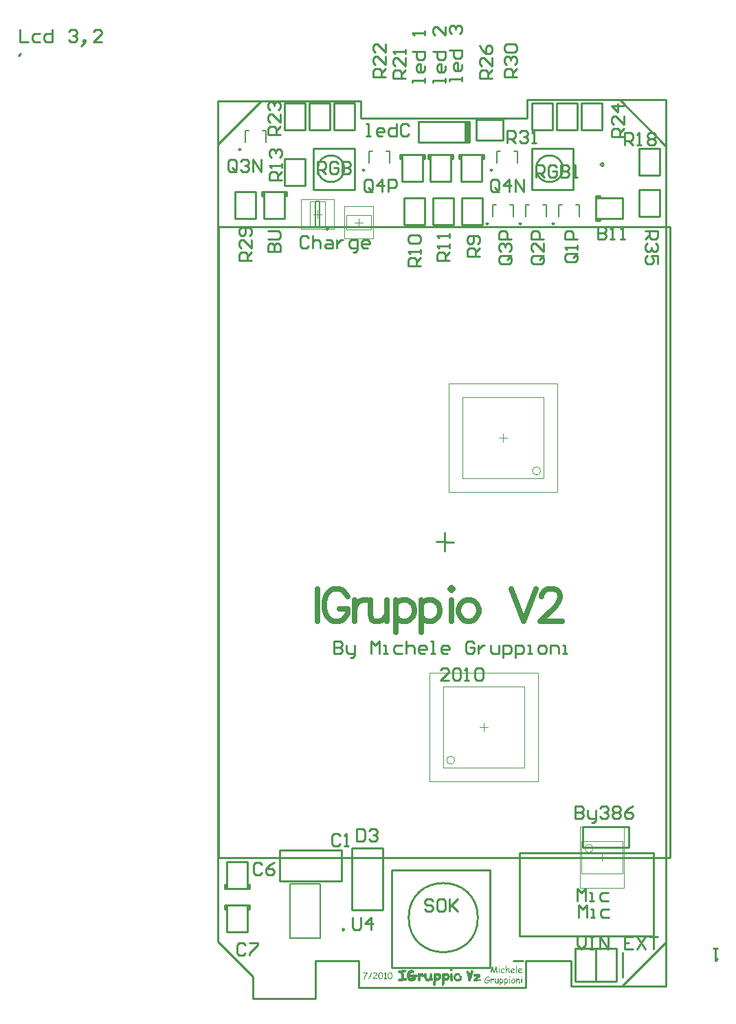
<source format=gto>
%FSTAX25Y25*%
%MOIN*%
G70*
G01*
G75*
%ADD10R,0.07874X0.07480*%
%ADD11R,0.01969X0.15748*%
%ADD12R,0.04331X0.02559*%
%ADD13R,0.07874X0.05512*%
%ADD14R,0.17011X0.12579*%
%ADD15R,0.20011X0.12579*%
%ADD16R,0.13780X0.11811*%
%ADD17R,0.06102X0.04331*%
%ADD18R,0.06102X0.04331*%
%ADD19R,0.06102X0.13583*%
%ADD20R,0.04724X0.07000*%
%ADD21R,0.04724X0.07874*%
%ADD22R,0.03543X0.03740*%
%ADD23R,0.03543X0.03740*%
%ADD24R,0.05906X0.13780*%
%ADD25R,0.09843X0.07874*%
%ADD26R,0.07480X0.07874*%
%ADD27C,0.01200*%
%ADD28C,0.02000*%
%ADD29C,0.01400*%
%ADD30C,0.01600*%
%ADD31C,0.01000*%
%ADD32C,0.00394*%
%ADD33C,0.15748*%
%ADD34R,0.08000X0.08000*%
%ADD35C,0.08000*%
%ADD36C,0.09000*%
%ADD37O,0.08000X0.06400*%
%ADD38O,0.08000X0.06000*%
%ADD39R,0.08000X0.08000*%
%ADD40C,0.03000*%
%ADD41C,0.02600*%
%ADD42C,0.02700*%
%ADD43C,0.02800*%
%ADD44R,0.07874X0.09843*%
%ADD45R,0.07874X0.07842*%
%ADD46R,0.13780X0.01969*%
%ADD47R,0.15748X0.08071*%
%ADD48R,0.10236X0.08071*%
%ADD49R,0.13780X0.08071*%
G04:AMPARAMS|DCode=50|XSize=39.37mil|YSize=31.5mil|CornerRadius=7.87mil|HoleSize=0mil|Usage=FLASHONLY|Rotation=0.000|XOffset=0mil|YOffset=0mil|HoleType=Round|Shape=RoundedRectangle|*
%AMROUNDEDRECTD50*
21,1,0.03937,0.01575,0,0,0.0*
21,1,0.02362,0.03150,0,0,0.0*
1,1,0.01575,0.01181,-0.00787*
1,1,0.01575,-0.01181,-0.00787*
1,1,0.01575,-0.01181,0.00787*
1,1,0.01575,0.01181,0.00787*
%
%ADD50ROUNDEDRECTD50*%
G04:AMPARAMS|DCode=51|XSize=39.37mil|YSize=31.5mil|CornerRadius=7.87mil|HoleSize=0mil|Usage=FLASHONLY|Rotation=270.000|XOffset=0mil|YOffset=0mil|HoleType=Round|Shape=RoundedRectangle|*
%AMROUNDEDRECTD51*
21,1,0.03937,0.01575,0,0,270.0*
21,1,0.02362,0.03150,0,0,270.0*
1,1,0.01575,-0.00787,-0.01181*
1,1,0.01575,-0.00787,0.01181*
1,1,0.01575,0.00787,0.01181*
1,1,0.01575,0.00787,-0.01181*
%
%ADD51ROUNDEDRECTD51*%
G04:AMPARAMS|DCode=52|XSize=90mil|YSize=90mil|CornerRadius=22.5mil|HoleSize=0mil|Usage=FLASHONLY|Rotation=180.000|XOffset=0mil|YOffset=0mil|HoleType=Round|Shape=RoundedRectangle|*
%AMROUNDEDRECTD52*
21,1,0.09000,0.04500,0,0,180.0*
21,1,0.04500,0.09000,0,0,180.0*
1,1,0.04500,-0.02250,0.02250*
1,1,0.04500,0.02250,0.02250*
1,1,0.04500,0.02250,-0.02250*
1,1,0.04500,-0.02250,-0.02250*
%
%ADD52ROUNDEDRECTD52*%
%ADD53R,0.06693X0.09843*%
%ADD54R,0.05512X0.00984*%
%ADD55R,0.00984X0.05512*%
%ADD56C,0.01063*%
%ADD57R,0.10630X0.10630*%
%ADD58R,0.09843X0.06693*%
%ADD59R,0.11811X0.07874*%
%ADD60R,0.11811X0.02953*%
%ADD61R,0.09843X0.07874*%
G04:AMPARAMS|DCode=62|XSize=100mil|YSize=100mil|CornerRadius=25mil|HoleSize=0mil|Usage=FLASHONLY|Rotation=0.000|XOffset=0mil|YOffset=0mil|HoleType=Round|Shape=RoundedRectangle|*
%AMROUNDEDRECTD62*
21,1,0.10000,0.05000,0,0,0.0*
21,1,0.05000,0.10000,0,0,0.0*
1,1,0.05000,0.02500,-0.02500*
1,1,0.05000,-0.02500,-0.02500*
1,1,0.05000,-0.02500,0.02500*
1,1,0.05000,0.02500,0.02500*
%
%ADD62ROUNDEDRECTD62*%
%ADD63O,0.01181X0.10236*%
%ADD64O,0.10236X0.01181*%
%ADD65R,0.04567X0.05906*%
%ADD66R,0.08661X0.15748*%
%ADD67R,0.08661X0.13780*%
%ADD68R,0.11024X0.09055*%
%ADD69R,0.01575X0.05512*%
%ADD70R,0.05512X0.01575*%
%ADD71R,0.02756X0.03543*%
%ADD72R,0.04724X0.03543*%
%ADD73R,0.01969X0.07087*%
%ADD74R,0.05906X0.07874*%
%ADD75R,0.05906X0.07574*%
%ADD76R,0.02165X0.07874*%
%ADD77R,0.07874X0.02165*%
G04:AMPARAMS|DCode=78|XSize=51.18mil|YSize=51.18mil|CornerRadius=12.8mil|HoleSize=0mil|Usage=FLASHONLY|Rotation=270.000|XOffset=0mil|YOffset=0mil|HoleType=Round|Shape=RoundedRectangle|*
%AMROUNDEDRECTD78*
21,1,0.05118,0.02559,0,0,270.0*
21,1,0.02559,0.05118,0,0,270.0*
1,1,0.02559,-0.01280,-0.01280*
1,1,0.02559,-0.01280,0.01280*
1,1,0.02559,0.01280,0.01280*
1,1,0.02559,0.01280,-0.01280*
%
%ADD78ROUNDEDRECTD78*%
%ADD79R,0.13780X0.05906*%
%ADD80R,0.10880X0.05906*%
%ADD81R,0.02559X0.04331*%
%ADD82O,0.02362X0.08661*%
%ADD83C,0.01500*%
%ADD84C,0.00984*%
%ADD85C,0.00787*%
%ADD86C,0.02756*%
G36*
X0150799Y0016188D02*
X0150881Y0016176D01*
X0150969Y0016164D01*
X0151062Y0016141D01*
X0151156Y0016112D01*
X0151244Y0016071D01*
X015125D01*
X0151255Y0016065D01*
X0151285Y0016042D01*
X0151331Y0016012D01*
X0151384Y0015966D01*
X0151431Y0015901D01*
X0151478Y0015825D01*
X0151507Y0015732D01*
X0151519Y0015679D01*
Y0015626D01*
Y0015615D01*
X0151513Y0015591D01*
X0151507Y001555D01*
X0151489Y0015498D01*
X015146Y0015439D01*
X0151419Y0015375D01*
X0151361Y001531D01*
X0151279Y0015246D01*
X0151273Y001524D01*
X0151255Y0015234D01*
X0151226Y0015211D01*
X0151185Y0015188D01*
X0151127Y0015158D01*
X0151045Y0015117D01*
X0150951Y0015071D01*
X0150834Y0015012D01*
X0150033Y0014632D01*
X0150039Y0014626D01*
X0150056Y0014603D01*
X015008Y0014573D01*
X0150115Y0014532D01*
X0150156Y0014491D01*
X0150208Y0014445D01*
X0150261Y0014404D01*
X0150325Y0014368D01*
X0150331Y0014363D01*
X0150355Y0014357D01*
X0150396Y0014339D01*
X0150442Y0014328D01*
X0150501Y001431D01*
X0150571Y0014292D01*
X0150647Y0014287D01*
X0150729Y0014281D01*
X0150752D01*
X0150787Y0014287D01*
X0150828D01*
X0150875Y0014292D01*
X0150934Y0014304D01*
X0150998Y0014316D01*
X0151068Y0014333D01*
X0151074D01*
X015108Y0014339D01*
X0151109Y0014345D01*
X015115Y0014363D01*
X0151203Y001438D01*
X0151255Y001441D01*
X0151308Y0014439D01*
X0151355Y0014474D01*
X015139Y0014515D01*
X0151396Y0014521D01*
X0151402Y0014532D01*
X0151437Y0014573D01*
X0151484Y0014614D01*
X0151513Y0014626D01*
X0151542Y0014632D01*
X0151554D01*
X0151589Y0014626D01*
X015163Y0014608D01*
X0151677Y0014573D01*
X0151688Y0014562D01*
X0151706Y0014538D01*
X0151723Y0014497D01*
X0151735Y0014445D01*
Y0014433D01*
X0151729Y0014404D01*
X0151718Y0014363D01*
X0151688Y0014304D01*
X0151641Y0014246D01*
X0151612Y0014211D01*
X0151577Y0014175D01*
X015153Y001414D01*
X0151478Y0014105D01*
X0151419Y0014076D01*
X0151355Y0014041D01*
X0151349D01*
X0151343Y0014035D01*
X0151326Y0014029D01*
X0151302Y0014017D01*
X0151238Y0013994D01*
X0151162Y0013971D01*
X0151062Y0013947D01*
X0150963Y0013924D01*
X0150852Y0013906D01*
X0150735Y0013901D01*
X0150688D01*
X0150659Y0013906D01*
X0150618D01*
X0150571Y0013912D01*
X015046Y001393D01*
X0150337Y0013959D01*
X0150208Y0014D01*
X015008Y0014059D01*
X0149963Y0014134D01*
X0149957Y001414D01*
X0149951Y0014146D01*
X0149933Y0014164D01*
X0149916Y0014181D01*
X0149892Y0014211D01*
X0149863Y0014246D01*
X0149805Y0014328D01*
X0149746Y0014433D01*
X0149694Y0014556D01*
X0149658Y0014702D01*
X0149653Y0014784D01*
X0149647Y0014872D01*
Y0014877D01*
Y0014895D01*
Y0014924D01*
X0149653Y0014965D01*
Y0015012D01*
X0149658Y0015065D01*
X014967Y0015123D01*
X0149682Y0015193D01*
X0149711Y0015334D01*
X0149758Y0015492D01*
X0149822Y0015644D01*
X0149863Y001572D01*
X014991Y001579D01*
X0149916Y0015796D01*
X0149922Y0015808D01*
X0149939Y0015825D01*
X0149963Y0015854D01*
X0149992Y0015884D01*
X0150027Y0015919D01*
X0150068Y0015954D01*
X0150115Y0015995D01*
X0150226Y0016065D01*
X0150355Y0016129D01*
X0150425Y0016159D01*
X0150507Y0016176D01*
X0150589Y0016188D01*
X0150676Y0016194D01*
X0150735D01*
X0150799Y0016188D01*
D02*
G37*
G36*
X0154332D02*
X0154414Y0016176D01*
X0154502Y0016164D01*
X0154596Y0016141D01*
X0154689Y0016112D01*
X0154777Y0016071D01*
X0154783D01*
X0154789Y0016065D01*
X0154818Y0016042D01*
X0154865Y0016012D01*
X0154918Y0015966D01*
X0154964Y0015901D01*
X0155011Y0015825D01*
X015504Y0015732D01*
X0155052Y0015679D01*
Y0015626D01*
Y0015615D01*
X0155046Y0015591D01*
X015504Y001555D01*
X0155023Y0015498D01*
X0154994Y0015439D01*
X0154953Y0015375D01*
X0154894Y001531D01*
X0154812Y0015246D01*
X0154806Y001524D01*
X0154789Y0015234D01*
X015476Y0015211D01*
X0154719Y0015188D01*
X015466Y0015158D01*
X0154578Y0015117D01*
X0154485Y0015071D01*
X0154368Y0015012D01*
X0153566Y0014632D01*
X0153572Y0014626D01*
X015359Y0014603D01*
X0153613Y0014573D01*
X0153648Y0014532D01*
X0153689Y0014491D01*
X0153742Y0014445D01*
X0153794Y0014404D01*
X0153859Y0014368D01*
X0153865Y0014363D01*
X0153888Y0014357D01*
X0153929Y0014339D01*
X0153976Y0014328D01*
X0154034Y001431D01*
X0154104Y0014292D01*
X015418Y0014287D01*
X0154262Y0014281D01*
X0154286D01*
X0154321Y0014287D01*
X0154362D01*
X0154409Y0014292D01*
X0154467Y0014304D01*
X0154531Y0014316D01*
X0154602Y0014333D01*
X0154607D01*
X0154613Y0014339D01*
X0154643Y0014345D01*
X0154683Y0014363D01*
X0154736Y001438D01*
X0154789Y001441D01*
X0154841Y0014439D01*
X0154888Y0014474D01*
X0154923Y0014515D01*
X0154929Y0014521D01*
X0154935Y0014532D01*
X015497Y0014573D01*
X0155017Y0014614D01*
X0155046Y0014626D01*
X0155076Y0014632D01*
X0155087D01*
X0155122Y0014626D01*
X0155163Y0014608D01*
X015521Y0014573D01*
X0155222Y0014562D01*
X0155239Y0014538D01*
X0155257Y0014497D01*
X0155269Y0014445D01*
Y0014433D01*
X0155263Y0014404D01*
X0155251Y0014363D01*
X0155222Y0014304D01*
X0155175Y0014246D01*
X0155146Y0014211D01*
X0155111Y0014175D01*
X0155064Y001414D01*
X0155011Y0014105D01*
X0154953Y0014076D01*
X0154888Y0014041D01*
X0154882D01*
X0154876Y0014035D01*
X0154859Y0014029D01*
X0154836Y0014017D01*
X0154771Y0013994D01*
X0154695Y0013971D01*
X0154596Y0013947D01*
X0154496Y0013924D01*
X0154385Y0013906D01*
X0154268Y0013901D01*
X0154221D01*
X0154192Y0013906D01*
X0154151D01*
X0154104Y0013912D01*
X0153993Y001393D01*
X015387Y0013959D01*
X0153742Y0014D01*
X0153613Y0014059D01*
X0153496Y0014134D01*
X015349Y001414D01*
X0153484Y0014146D01*
X0153467Y0014164D01*
X0153449Y0014181D01*
X0153426Y0014211D01*
X0153396Y0014246D01*
X0153338Y0014328D01*
X0153279Y0014433D01*
X0153227Y0014556D01*
X0153192Y0014702D01*
X0153186Y0014784D01*
X015318Y0014872D01*
Y0014877D01*
Y0014895D01*
Y0014924D01*
X0153186Y0014965D01*
Y0015012D01*
X0153192Y0015065D01*
X0153203Y0015123D01*
X0153215Y0015193D01*
X0153244Y0015334D01*
X0153291Y0015492D01*
X0153356Y0015644D01*
X0153396Y001572D01*
X0153443Y001579D01*
X0153449Y0015796D01*
X0153455Y0015808D01*
X0153473Y0015825D01*
X0153496Y0015854D01*
X0153525Y0015884D01*
X015356Y0015919D01*
X0153601Y0015954D01*
X0153648Y0015995D01*
X0153759Y0016065D01*
X0153888Y0016129D01*
X0153958Y0016159D01*
X015404Y0016176D01*
X0154122Y0016188D01*
X015421Y0016194D01*
X0154268D01*
X0154332Y0016188D01*
D02*
G37*
G36*
X0147576Y0017352D02*
X0147611Y001734D01*
X0147646Y0017317D01*
X0147675Y0017288D01*
X0147704Y0017241D01*
X0147722Y0017177D01*
Y0017165D01*
X0147728Y0017142D01*
X0147734Y00171D01*
X014774Y0017054D01*
Y0016995D01*
X0147745Y0016937D01*
X0147751Y0016808D01*
Y0016796D01*
Y0016767D01*
Y0016726D01*
Y0016668D01*
Y0016597D01*
X0147745Y0016521D01*
Y0016434D01*
X014774Y0016346D01*
Y0016334D01*
Y0016305D01*
X0147734Y0016264D01*
Y0016205D01*
Y0016135D01*
X0147728Y0016053D01*
Y0015884D01*
X0147734Y0015702D01*
X014774Y0015714D01*
X0147763Y0015737D01*
X0147798Y0015778D01*
X0147845Y0015831D01*
X0147898Y001589D01*
X0147956Y0015942D01*
X0148026Y0016001D01*
X0148096Y0016048D01*
X0148108Y0016053D01*
X0148132Y0016065D01*
X0148172Y0016083D01*
X0148225Y0016106D01*
X014829Y0016129D01*
X014836Y0016147D01*
X0148436Y0016159D01*
X0148518Y0016164D01*
X0148553D01*
X0148576Y0016159D01*
X0148635Y0016153D01*
X0148711Y0016135D01*
X0148787Y0016112D01*
X0148869Y0016071D01*
X0148939Y0016012D01*
X0148997Y0015936D01*
X0149003Y0015931D01*
X0149015Y0015907D01*
X0149027Y0015866D01*
X0149044Y0015808D01*
X0149067Y0015737D01*
X0149085Y0015644D01*
X0149097Y0015533D01*
X0149108Y0015398D01*
X014912Y0015D01*
X0149161Y0014562D01*
Y001455D01*
X0149167Y0014521D01*
X0149173Y0014474D01*
X0149179Y0014415D01*
X014919Y0014351D01*
X0149202Y0014275D01*
X0149231Y0014129D01*
Y0014123D01*
X0149237Y0014111D01*
X0149243Y001407D01*
Y0014064D01*
Y0014059D01*
X0149237Y0014023D01*
X0149214Y0013977D01*
X0149202Y0013953D01*
X0149179Y001393D01*
X0149167Y0013918D01*
X0149138Y0013901D01*
X0149085Y0013883D01*
X0149027Y0013871D01*
X0149003D01*
X0148974Y0013877D01*
X0148945Y0013889D01*
X0148915Y0013912D01*
X014888Y0013936D01*
X0148851Y0013977D01*
X0148834Y0014029D01*
Y0014035D01*
X0148828Y0014059D01*
X0148816Y0014099D01*
X0148804Y0014152D01*
X0148793Y0014222D01*
X0148775Y0014304D01*
X0148763Y0014404D01*
X0148746Y0014515D01*
Y0014521D01*
Y0014526D01*
X014874Y0014544D01*
Y0014567D01*
X0148734Y001462D01*
X0148728Y001469D01*
X0148722Y0014772D01*
X0148716Y0014854D01*
X0148711Y0014942D01*
Y0015018D01*
Y001503D01*
Y0015059D01*
Y0015112D01*
X0148716Y0015182D01*
Y0015188D01*
Y0015199D01*
Y0015223D01*
X0148722Y0015246D01*
Y0015299D01*
Y0015346D01*
Y0015351D01*
Y0015363D01*
Y0015381D01*
Y001541D01*
X0148711Y0015474D01*
X0148699Y0015544D01*
X0148676Y001562D01*
X0148641Y0015679D01*
X0148617Y0015708D01*
X0148588Y0015726D01*
X0148558Y0015737D01*
X0148523Y0015743D01*
X0148512D01*
X0148477Y0015737D01*
X014843Y0015732D01*
X0148365Y0015714D01*
X014829Y0015685D01*
X0148207Y0015638D01*
X0148126Y0015579D01*
X0148044Y0015498D01*
X0148038Y0015492D01*
X0148026Y0015474D01*
X0148003Y0015439D01*
X0147968Y0015392D01*
X0147927Y0015328D01*
X0147874Y0015246D01*
X0147816Y0015147D01*
X0147751Y001503D01*
Y0015018D01*
Y0014995D01*
Y0014954D01*
Y0014901D01*
Y0014837D01*
X0147745Y0014766D01*
Y001469D01*
Y0014608D01*
X0147734Y0014445D01*
X0147728Y0014368D01*
X0147722Y0014292D01*
X0147716Y0014222D01*
X014771Y0014164D01*
X0147699Y0014117D01*
X0147687Y0014082D01*
Y0014076D01*
X0147675Y0014064D01*
X0147658Y0014041D01*
X014764Y0014017D01*
X0147611Y0013994D01*
X0147582Y0013971D01*
X0147541Y0013959D01*
X01475Y0013953D01*
X0147488D01*
X0147447Y0013959D01*
X0147394Y0013977D01*
X0147342Y0014012D01*
X014733Y0014023D01*
X0147312Y0014053D01*
X0147289Y0014094D01*
X0147283Y0014123D01*
X0147277Y0014152D01*
Y0014158D01*
Y0014175D01*
X0147283Y0014205D01*
X0147295Y0014246D01*
Y0014252D01*
X0147301Y0014257D01*
Y0014275D01*
X0147307Y0014304D01*
Y0014345D01*
X0147312Y0014398D01*
X0147318Y0014462D01*
Y001455D01*
X0147324Y001486D01*
X0147336Y0016404D01*
Y001641D01*
Y0016416D01*
Y0016445D01*
X0147342Y0016492D01*
Y0016545D01*
Y0016603D01*
X0147348Y0016662D01*
Y0016714D01*
Y0016755D01*
Y0016761D01*
Y0016773D01*
Y0016796D01*
Y001682D01*
X0147336Y0016884D01*
X0147324Y0016954D01*
Y001696D01*
Y0016972D01*
X0147318Y0016989D01*
Y0017019D01*
X0147312Y0017083D01*
X0147307Y0017159D01*
Y0017165D01*
Y0017177D01*
X0147312Y0017212D01*
X014733Y0017258D01*
X0147365Y0017305D01*
X0147371D01*
X0147377Y0017317D01*
X0147406Y0017334D01*
X0147459Y0017352D01*
X0147517Y0017364D01*
X0147547D01*
X0147576Y0017352D01*
D02*
G37*
G36*
X0120997Y0015943D02*
X0121056Y0015934D01*
X0121125Y0015904D01*
X0121204Y0015875D01*
X0121283Y0015825D01*
X0121352Y0015756D01*
X0121361Y0015747D01*
X0121381Y0015727D01*
X0121411Y0015687D01*
X012145Y0015629D01*
X0121489Y0015569D01*
X0121519Y0015491D01*
X0121538Y0015402D01*
X0121548Y0015314D01*
Y0015304D01*
Y0015274D01*
X0121538Y0015225D01*
X0121529Y0015166D01*
X0121499Y0015097D01*
X012147Y0015018D01*
X012142Y001494D01*
X0121361Y0014871D01*
X0121352Y0014861D01*
X0121332Y0014841D01*
X0121292Y0014812D01*
X0121233Y0014782D01*
X0121165Y0014743D01*
X0121096Y0014713D01*
X0121007Y0014694D01*
X0120909Y0014684D01*
X0120869D01*
X012082Y0014694D01*
X0120761Y0014704D01*
X0120692Y0014733D01*
X0120614Y0014763D01*
X0120535Y0014812D01*
X0120466Y0014871D01*
X0120456Y0014881D01*
X0120436Y00149D01*
X0120407Y001494D01*
X0120377Y0014999D01*
X0120338Y0015058D01*
X0120308Y0015136D01*
X0120289Y0015225D01*
X0120279Y0015314D01*
Y0015323D01*
Y0015363D01*
X0120289Y0015412D01*
X0120299Y0015471D01*
X0120318Y001555D01*
X0120358Y0015619D01*
X0120397Y0015697D01*
X0120456Y0015766D01*
X0120466Y0015776D01*
X0120486Y0015796D01*
X0120525Y0015825D01*
X0120584Y0015865D01*
X0120653Y0015894D01*
X0120722Y0015924D01*
X012081Y0015943D01*
X0120909Y0015953D01*
X0120948D01*
X0120997Y0015943D01*
D02*
G37*
G36*
X0099635Y0015402D02*
X009891Y0015239D01*
X0098887Y0015255D01*
X0098877Y0015264D01*
X0098788Y0015314D01*
X00987Y0015353D01*
X0098611Y0015382D01*
X0098533Y0015402D01*
X0098454Y0015412D01*
X0098395Y0015422D01*
X0099635Y0015402D01*
D02*
G37*
G36*
X0146055Y0016229D02*
X0146113Y0016223D01*
X0146183Y0016211D01*
X0146259Y0016194D01*
X0146347Y001617D01*
X0146441Y0016135D01*
X0146447D01*
X0146452Y0016129D01*
X0146493Y0016112D01*
X014654Y0016089D01*
X0146605Y0016053D01*
X0146663Y0016006D01*
X014671Y0015954D01*
X0146751Y0015895D01*
X0146757Y0015866D01*
X0146763Y0015831D01*
Y0015825D01*
Y0015819D01*
X0146757Y0015784D01*
X0146739Y0015737D01*
X014671Y0015691D01*
X0146698Y0015679D01*
X0146675Y0015661D01*
X0146634Y0015644D01*
X0146575Y0015632D01*
X0146564D01*
X014654Y0015638D01*
X0146505Y001565D01*
X014647Y0015667D01*
X0146464Y0015673D01*
X0146447Y0015691D01*
X0146417Y0015714D01*
X0146382Y0015737D01*
X0146377Y0015743D01*
X0146359Y0015755D01*
X014633Y0015773D01*
X0146289Y001579D01*
X014623Y0015808D01*
X014616Y0015825D01*
X0146078Y0015837D01*
X0145979Y0015843D01*
X0145967D01*
X0145944Y0015837D01*
X0145903Y0015825D01*
X014585Y0015796D01*
X0145786Y0015749D01*
X014575Y001572D01*
X014571Y0015679D01*
X0145675Y0015638D01*
X0145633Y0015585D01*
X0145598Y0015527D01*
X0145557Y0015457D01*
Y0015451D01*
X0145552Y0015439D01*
X014554Y0015421D01*
X0145528Y0015398D01*
X0145499Y0015328D01*
X0145464Y0015246D01*
X0145429Y0015152D01*
X0145399Y0015047D01*
X0145376Y0014942D01*
X014537Y0014842D01*
Y0014837D01*
Y0014831D01*
X0145376Y0014796D01*
X0145382Y0014749D01*
X0145394Y0014684D01*
X0145417Y0014614D01*
X0145452Y0014544D01*
X0145493Y0014468D01*
X0145557Y0014404D01*
X0145563Y0014398D01*
X0145587Y001438D01*
X0145628Y0014357D01*
X014568Y0014333D01*
X0145745Y0014304D01*
X0145821Y0014281D01*
X0145908Y0014263D01*
X0146008Y0014257D01*
X0146031D01*
X0146055Y0014263D01*
X014609D01*
X0146131Y0014275D01*
X0146178Y0014287D01*
X0146224Y0014298D01*
X0146277Y0014322D01*
X0146523Y001445D01*
X0146534Y0014456D01*
X0146558Y0014468D01*
X0146587Y001448D01*
X014661Y0014486D01*
X0146622D01*
X0146657Y001448D01*
X0146698Y0014456D01*
X0146722Y0014445D01*
X0146745Y0014421D01*
X0146757Y001441D01*
X0146774Y001438D01*
X0146792Y0014339D01*
X0146803Y0014281D01*
Y0014275D01*
X0146798Y0014257D01*
X0146786Y0014228D01*
X0146763Y0014187D01*
X0146722Y0014146D01*
X0146663Y0014094D01*
X0146628Y001407D01*
X0146587Y0014047D01*
X0146534Y0014017D01*
X0146476Y0013994D01*
X014647D01*
X0146464Y0013988D01*
X0146429Y0013977D01*
X0146377Y0013953D01*
X0146312Y001393D01*
X0146236Y0013906D01*
X014616Y0013883D01*
X0146084Y0013871D01*
X0146008Y0013866D01*
X0145967D01*
X0145938Y0013871D01*
X0145897D01*
X0145856Y0013877D01*
X0145756Y0013901D01*
X0145639Y001393D01*
X0145522Y0013977D01*
X0145399Y0014041D01*
X0145341Y0014076D01*
X0145288Y0014123D01*
X0145282Y0014129D01*
X0145277Y0014134D01*
X0145259Y0014152D01*
X0145242Y0014175D01*
X0145195Y0014234D01*
X0145142Y0014316D01*
X0145084Y0014421D01*
X0145037Y0014544D01*
X0145002Y0014684D01*
X0144996Y0014761D01*
X014499Y0014842D01*
Y0014848D01*
Y001486D01*
Y0014883D01*
X0144996Y0014919D01*
Y0014954D01*
X0145008Y0015D01*
X0145013Y0015053D01*
X0145025Y0015112D01*
X014506Y0015246D01*
X0145107Y0015398D01*
X0145177Y0015556D01*
X0145224Y0015638D01*
X0145271Y0015726D01*
X0145277Y0015732D01*
X0145282Y0015749D01*
X01453Y0015773D01*
X0145329Y0015808D01*
X0145359Y0015843D01*
X0145394Y001589D01*
X0145476Y0015983D01*
X0145581Y0016077D01*
X0145639Y0016118D01*
X0145704Y0016153D01*
X0145768Y0016188D01*
X0145838Y0016211D01*
X0145908Y0016229D01*
X0145979Y0016235D01*
X0146014D01*
X0146055Y0016229D01*
D02*
G37*
G36*
X0144288Y0017142D02*
X0144311Y0017136D01*
X0144364Y0017118D01*
X0144393Y0017095D01*
X0144423Y0017071D01*
X0144428Y0017065D01*
X0144434Y001706D01*
X0144464Y0017024D01*
X0144487Y0016972D01*
X0144493Y0016937D01*
X0144499Y0016902D01*
Y0016896D01*
Y0016884D01*
X0144493Y0016867D01*
X0144487Y0016843D01*
X0144469Y0016791D01*
X0144446Y0016761D01*
X0144423Y0016732D01*
X0144417D01*
X0144411Y001672D01*
X0144376Y0016697D01*
X0144323Y0016673D01*
X0144288Y0016668D01*
X0144253Y0016662D01*
X0144235D01*
X0144218Y0016668D01*
X0144194Y0016673D01*
X0144136Y0016691D01*
X0144107Y0016709D01*
X0144077Y0016732D01*
Y0016738D01*
X0144066Y0016744D01*
X0144042Y0016779D01*
X0144019Y0016831D01*
X0144013Y0016867D01*
X0144007Y0016902D01*
Y0016907D01*
Y0016919D01*
X0144013Y0016937D01*
X0144019Y001696D01*
X0144036Y0017013D01*
X0144054Y0017042D01*
X0144077Y0017071D01*
X0144083Y0017077D01*
X0144089Y0017083D01*
X0144107Y0017095D01*
X014413Y0017112D01*
X0144183Y0017136D01*
X0144218Y0017142D01*
X0144253Y0017147D01*
X0144271D01*
X0144288Y0017142D01*
D02*
G37*
G36*
X014258Y0017218D02*
X0142615Y0017206D01*
X0142656Y0017177D01*
X0142697Y0017136D01*
X014272Y0017106D01*
X0142744Y0017071D01*
X0142767Y001703D01*
X0142785Y0016984D01*
X0142808Y0016931D01*
X0142825Y0016867D01*
Y0016861D01*
X0142831Y0016843D01*
X0142837Y0016808D01*
X0142849Y0016761D01*
X0142861Y0016697D01*
X0142872Y0016609D01*
X014289Y0016504D01*
X0142902Y0016445D01*
X0142907Y0016375D01*
Y0016363D01*
X0142913Y0016334D01*
X0142919Y0016282D01*
X0142931Y0016217D01*
X0142943Y0016135D01*
X0142954Y0016042D01*
X0142972Y0015936D01*
X0142989Y0015819D01*
X0143013Y0015691D01*
X0143036Y0015562D01*
X0143089Y0015293D01*
X0143147Y0015018D01*
X0143176Y0014883D01*
X0143212Y0014755D01*
X0143317Y0014392D01*
Y0014386D01*
X0143323Y001438D01*
X0143329Y0014345D01*
X014334Y0014298D01*
X0143358Y001424D01*
X0143376Y0014181D01*
X0143387Y0014123D01*
X0143393Y0014076D01*
X0143399Y0014041D01*
Y0014035D01*
Y0014029D01*
X0143393Y0013988D01*
X014337Y0013941D01*
X0143352Y0013918D01*
X0143329Y0013895D01*
X0143323D01*
X0143317Y0013883D01*
X0143282Y0013866D01*
X0143235Y0013842D01*
X0143206Y0013836D01*
X0143176Y001383D01*
X0143159D01*
X0143136Y0013836D01*
X0143112Y0013848D01*
X0143077Y001386D01*
X0143048Y0013877D01*
X0143019Y0013906D01*
X0142989Y0013947D01*
Y0013953D01*
X0142978Y0013965D01*
X0142966Y0013994D01*
X0142948Y0014029D01*
X0142931Y001407D01*
X0142913Y0014129D01*
X014289Y0014199D01*
X0142872Y0014281D01*
X0142802Y0014638D01*
Y0014643D01*
X0142796Y0014655D01*
X014279Y0014679D01*
X0142785Y0014708D01*
X0142779Y0014749D01*
X0142767Y0014807D01*
X014275Y0014872D01*
X0142738Y0014948D01*
X0142714Y0015041D01*
X0142697Y0015147D01*
X0142674Y001527D01*
X014265Y0015404D01*
X0142621Y0015556D01*
X0142592Y0015726D01*
X0142562Y0015913D01*
X0142527Y0016118D01*
X0142106Y0014854D01*
X0141983Y0014456D01*
X0141977Y0014445D01*
X0141972Y0014415D01*
X0141954Y0014374D01*
X0141936Y0014322D01*
X0141913Y0014257D01*
X0141884Y0014193D01*
X0141854Y0014129D01*
X0141825Y001407D01*
X0141819Y0014064D01*
X0141808Y0014047D01*
X014179Y0014017D01*
X0141761Y0013994D01*
X0141732Y0013965D01*
X0141691Y0013936D01*
X0141644Y0013918D01*
X0141591Y0013912D01*
X0141574D01*
X014155Y0013918D01*
X0141521Y001393D01*
X0141492Y0013947D01*
X0141457Y0013971D01*
X0141422Y0014D01*
X0141392Y0014047D01*
Y0014053D01*
X0141386Y0014064D01*
X0141375Y0014082D01*
X0141363Y0014105D01*
X0141351Y001414D01*
X014134Y0014175D01*
X014131Y0014269D01*
X0141252Y0014503D01*
Y0014509D01*
X014124Y0014538D01*
X0141234Y0014579D01*
X0141217Y0014632D01*
X0141199Y0014702D01*
X0141176Y0014784D01*
X0141152Y0014872D01*
X0141129Y0014977D01*
X01411Y0015094D01*
X0141071Y0015217D01*
X0141035Y0015346D01*
X0141006Y0015486D01*
X0140971Y0015626D01*
X0140942Y0015778D01*
X0140877Y0016089D01*
X0140801Y0015708D01*
X0140526Y0014603D01*
Y0014591D01*
X0140521Y0014567D01*
Y0014521D01*
X0140509Y0014456D01*
X0140497Y001438D01*
X014048Y0014281D01*
X0140451Y0014164D01*
X0140421Y0014029D01*
Y0014023D01*
X014041Y0014006D01*
X0140398Y0013977D01*
X0140374Y0013947D01*
X0140345Y0013918D01*
X014031Y0013889D01*
X0140269Y0013871D01*
X0140217Y0013866D01*
X0140199D01*
X0140181Y0013871D01*
X0140158Y0013877D01*
X0140105Y0013901D01*
X0140076Y0013918D01*
X0140053Y0013941D01*
X0140047Y0013953D01*
X0140029Y0013983D01*
X0140006Y0014029D01*
X014Y0014094D01*
Y0014099D01*
Y0014111D01*
Y0014129D01*
Y0014158D01*
X0140006Y0014193D01*
Y0014234D01*
X0140012Y0014281D01*
X0140018Y0014333D01*
X0140023Y0014392D01*
X0140035Y0014456D01*
X0140059Y0014603D01*
X0140094Y0014772D01*
X014014Y0014954D01*
X0140374Y0015796D01*
X0140497Y0016457D01*
Y0016463D01*
X0140503Y0016475D01*
X0140509Y0016498D01*
X0140515Y0016533D01*
X0140521Y0016568D01*
X0140532Y0016609D01*
X0140556Y0016709D01*
X0140585Y0016808D01*
X014062Y0016907D01*
X0140655Y0016995D01*
X0140673Y0017036D01*
X014069Y0017065D01*
X0140696Y0017071D01*
X0140708Y0017083D01*
X0140725Y0017106D01*
X0140749Y001713D01*
X0140819Y0017171D01*
X0140854Y0017182D01*
X0140901Y0017188D01*
X0140924D01*
X0140948Y0017182D01*
X0140977Y0017171D01*
X0141012Y0017147D01*
X0141047Y0017124D01*
X0141076Y0017083D01*
X0141106Y001703D01*
X0141112Y0017019D01*
X0141117Y0016995D01*
X0141129Y0016972D01*
X0141135Y0016942D01*
X0141147Y0016907D01*
X0141158Y0016867D01*
X014117Y001682D01*
X0141188Y0016761D01*
X0141199Y0016703D01*
X0141217Y0016633D01*
X0141228Y0016551D01*
X0141246Y0016469D01*
X0141264Y0016375D01*
X0141281Y001627D01*
Y0016264D01*
X0141287Y001624D01*
X0141293Y00162D01*
X0141305Y0016147D01*
X0141316Y0016083D01*
X0141328Y0016006D01*
X0141346Y0015925D01*
X0141369Y0015825D01*
X0141386Y001572D01*
X0141416Y0015603D01*
X0141445Y001548D01*
X0141474Y0015351D01*
X0141509Y0015211D01*
X0141544Y0015071D01*
X0141626Y0014778D01*
X0141632Y001479D01*
X0141638Y0014813D01*
X0141656Y001486D01*
X0141679Y0014919D01*
X0141708Y0014995D01*
X0141737Y0015082D01*
X0141773Y0015182D01*
X0141808Y0015293D01*
X0141849Y001541D01*
X0141895Y0015544D01*
X0141936Y0015679D01*
X0141983Y0015825D01*
X014203Y0015977D01*
X0142077Y0016135D01*
X0142165Y0016457D01*
X0142229Y0016761D01*
Y0016767D01*
X0142235Y0016791D01*
X0142246Y0016826D01*
X0142252Y0016867D01*
X0142287Y0016966D01*
X0142305Y0017013D01*
X0142328Y001706D01*
X0142334Y0017065D01*
X0142346Y0017083D01*
X0142363Y0017112D01*
X0142387Y0017142D01*
X0142416Y0017171D01*
X0142457Y00172D01*
X0142504Y0017218D01*
X0142551Y0017223D01*
X0142556D01*
X014258Y0017218D01*
D02*
G37*
G36*
X015249Y001737D02*
X0152519Y0017364D01*
X015256Y0017352D01*
X0152601Y0017323D01*
X015263Y0017288D01*
X0152654Y0017235D01*
X0152665Y0017165D01*
Y0017159D01*
Y0017147D01*
Y001713D01*
Y0017106D01*
Y0017077D01*
Y0017036D01*
Y0016942D01*
Y0016831D01*
X0152659Y0016703D01*
Y0016562D01*
X0152654Y0016404D01*
Y0016398D01*
Y0016387D01*
Y0016363D01*
Y0016334D01*
Y0016293D01*
X0152648Y0016252D01*
Y0016153D01*
Y001603D01*
X0152642Y0015907D01*
Y0015778D01*
Y001565D01*
X0152607Y0014603D01*
Y0014597D01*
Y0014573D01*
Y0014532D01*
Y001448D01*
Y001441D01*
X0152601Y0014328D01*
Y0014228D01*
X0152595Y0014117D01*
Y0014111D01*
X0152589Y0014088D01*
X0152577Y0014053D01*
X015256Y0014017D01*
X0152537Y0013977D01*
X0152501Y0013947D01*
X0152449Y0013924D01*
X015239Y0013912D01*
X0152384D01*
X0152361Y0013918D01*
X0152326Y0013924D01*
X0152291Y0013941D01*
X015225Y0013965D01*
X0152221Y0014D01*
X0152197Y0014053D01*
X0152185Y0014123D01*
Y0014129D01*
Y0014134D01*
Y0014152D01*
Y001417D01*
Y0014199D01*
Y0014228D01*
Y0014269D01*
Y001431D01*
X0152191Y0014363D01*
Y0014421D01*
Y001448D01*
Y001455D01*
X0152197Y0014626D01*
Y0014702D01*
X0152203Y001479D01*
Y0014883D01*
Y0014889D01*
Y0014907D01*
Y001493D01*
X0152209Y0014965D01*
Y0015012D01*
Y0015059D01*
X0152215Y001517D01*
X0152221Y0015293D01*
Y0015421D01*
X0152226Y0015544D01*
Y0015597D01*
Y001565D01*
Y0015655D01*
Y0015667D01*
Y0015685D01*
Y0015708D01*
Y0015737D01*
Y0015778D01*
Y0015866D01*
X0152232Y0015977D01*
Y0016106D01*
Y0016252D01*
X0152238Y0016404D01*
Y001641D01*
Y0016422D01*
Y0016445D01*
Y0016475D01*
Y0016515D01*
X0152244Y0016556D01*
Y0016662D01*
Y0016779D01*
X015225Y0016907D01*
Y0017036D01*
Y0017165D01*
Y0017177D01*
X0152256Y00172D01*
X0152262Y0017229D01*
X0152273Y001727D01*
X0152303Y0017311D01*
X0152338Y001734D01*
X0152384Y0017364D01*
X0152455Y0017376D01*
X0152466D01*
X015249Y001737D01*
D02*
G37*
G36*
X0144241Y0016147D02*
X0144288Y0016124D01*
X0144311Y0016112D01*
X0144335Y0016089D01*
X0144347Y0016077D01*
X0144364Y0016048D01*
X0144382Y0016001D01*
X0144393Y0015936D01*
Y0015925D01*
Y0015901D01*
Y001586D01*
Y0015802D01*
X0144387Y0015726D01*
X0144382Y0015644D01*
X0144376Y0015544D01*
X014437Y0015439D01*
Y0015433D01*
Y0015427D01*
Y0015392D01*
X0144364Y0015334D01*
Y001527D01*
X0144358Y0015193D01*
Y0015112D01*
X0144352Y001503D01*
Y0014954D01*
Y0014948D01*
Y001493D01*
Y0014901D01*
Y001486D01*
Y0014801D01*
Y0014737D01*
X0144358Y0014661D01*
Y0014573D01*
Y0014562D01*
Y0014532D01*
Y0014486D01*
X0144364Y0014433D01*
Y0014368D01*
Y0014304D01*
Y0014246D01*
Y0014193D01*
Y0014187D01*
Y0014181D01*
X0144358Y001414D01*
X0144341Y0014094D01*
X0144306Y0014047D01*
X0144294Y0014035D01*
X0144265Y0014017D01*
X0144218Y0014D01*
X0144159Y0013988D01*
X0144142D01*
X0144107Y0013994D01*
X0144054Y0014012D01*
X0144007Y0014047D01*
X0144001Y0014059D01*
X0143984Y0014088D01*
X014396Y0014134D01*
X0143955Y0014193D01*
Y0014199D01*
Y0014217D01*
Y0014246D01*
Y0014287D01*
Y0014345D01*
Y001441D01*
X0143949Y0014486D01*
Y0014573D01*
Y0014579D01*
Y0014585D01*
Y0014614D01*
Y0014661D01*
Y0014714D01*
X0143943Y0014778D01*
Y0014842D01*
Y0014901D01*
Y0014954D01*
Y0014965D01*
Y0014989D01*
Y001503D01*
Y0015088D01*
X0143949Y0015158D01*
Y001524D01*
X0143955Y0015334D01*
X014396Y0015439D01*
Y0015445D01*
Y0015451D01*
X0143966Y0015492D01*
Y0015544D01*
X0143972Y0015615D01*
X0143978Y0015691D01*
Y0015773D01*
X0143984Y001586D01*
Y0015936D01*
Y0015942D01*
Y0015954D01*
X014399Y0015989D01*
X0144007Y0016042D01*
X0144036Y0016089D01*
Y0016094D01*
X0144048Y00161D01*
X0144077Y0016124D01*
X0144124Y0016141D01*
X0144153Y0016153D01*
X0144206D01*
X0144241Y0016147D01*
D02*
G37*
G36*
X0129401Y0014536D02*
X0129366Y0014525D01*
X0129302Y0014635D01*
X0129289Y001465D01*
X0129351Y0014674D01*
X0129401Y0014536D01*
D02*
G37*
G36*
X0108392Y0013985D02*
X0108432Y0013975D01*
X010854Y0013936D01*
X0108609Y0013906D01*
X0108678Y0013857D01*
X0108737Y0013798D01*
X0108806Y0013729D01*
X0108865Y0013641D01*
X0108914Y0013533D01*
X0108953Y0013405D01*
X0108993Y0013257D01*
X0109012Y001309D01*
X0109022Y0012893D01*
Y0012873D01*
Y0012834D01*
Y0012755D01*
Y0012657D01*
Y0012647D01*
Y0012627D01*
Y0012568D01*
Y0012489D01*
Y0012421D01*
Y0012401D01*
Y0012342D01*
Y0012263D01*
X0109032Y0012155D01*
X0109042Y0012037D01*
X0109052Y0011899D01*
X0109071Y0011771D01*
X0109091Y0011643D01*
Y0011633D01*
X0109101Y0011624D01*
X0109111Y0011565D01*
X010914Y0011476D01*
X0109189Y0011378D01*
X0109239Y0011279D01*
X0109307Y0011191D01*
X0109396Y0011132D01*
X0109445Y0011122D01*
X0109494Y0011112D01*
X0109524D01*
X0109544Y0011122D01*
X0109583D01*
X0109681Y0011151D01*
X0109809Y001121D01*
X0109878Y001125D01*
X0109947Y0011299D01*
X0110016Y0011358D01*
X0110085Y0011437D01*
X0110144Y0011525D01*
X0110213Y0011624D01*
X0110272Y0011742D01*
X0110321Y0011879D01*
Y0011889D01*
X0110331Y0011899D01*
X0110341Y0011938D01*
X011035Y0011978D01*
X011036Y0012027D01*
X011038Y0012086D01*
X0110409Y0012234D01*
X0110439Y0012421D01*
X0110468Y0012637D01*
X0110488Y0012883D01*
X0110498Y0013149D01*
Y0013159D01*
Y0013198D01*
X0110508Y0013247D01*
X0110518Y0013306D01*
X0110547Y0013375D01*
X0110577Y0013454D01*
X0110626Y0013533D01*
X0110685Y0013601D01*
X0110695Y0013611D01*
X0110714Y0013631D01*
X0110754Y001366D01*
X0110813Y00137D01*
X0110872Y0013729D01*
X0110951Y0013759D01*
X0111039Y0013779D01*
X0111128Y0013788D01*
X0111167D01*
X0111216Y0013779D01*
X0111275Y0013769D01*
X0111344Y0013749D01*
X0111423Y001372D01*
X0111492Y001368D01*
X0111561Y0013621D01*
X0111571Y0013611D01*
X011159Y0013592D01*
X011162Y0013552D01*
X0111649Y0013503D01*
X0111689Y0013444D01*
X0111718Y0013375D01*
X0111748Y0013287D01*
X0111767Y0013198D01*
X0111817D01*
Y0012893D01*
X0111767D01*
Y0012489D01*
Y001248D01*
Y001245D01*
Y0012401D01*
Y0012332D01*
X0111777Y0012244D01*
Y0012155D01*
X0111787Y0012047D01*
X0111797Y0011929D01*
X0111817Y0011673D01*
X0111846Y0011407D01*
X0111895Y0011141D01*
X0111964Y0010895D01*
Y0010886D01*
X0111974Y0010866D01*
X0111994Y0010807D01*
X0112004Y0010738D01*
X0112013Y0010679D01*
Y0010669D01*
Y001064D01*
X0112004Y0010581D01*
X0111994Y0010521D01*
X0111964Y0010453D01*
X0111935Y0010374D01*
X0111885Y0010295D01*
X0111817Y0010226D01*
X0111807Y0010216D01*
X0111787Y0010197D01*
X0111748Y0010167D01*
X0111689Y0010138D01*
X011162Y0010098D01*
X0111551Y0010069D01*
X0111462Y0010049D01*
X0111364Y0010039D01*
X0111344D01*
X0111305Y0010049D01*
X0111236Y0010059D01*
X0111157Y0010079D01*
X0111059Y0010128D01*
X011097Y0010187D01*
X0110882Y0010266D01*
X0110803Y0010384D01*
X0110793Y0010374D01*
X0110774Y0010364D01*
X0110744Y0010335D01*
X0110695Y0010295D01*
X0110636Y0010256D01*
X0110567Y0010207D01*
X0110488Y0010148D01*
X0110409Y0010098D01*
X0110203Y000999D01*
X0109986Y0009902D01*
X0109858Y0009862D01*
X010974Y0009843D01*
X0109603Y0009823D01*
X0109475Y0009813D01*
X0109416D01*
X0109347Y0009823D01*
X0109258Y0009843D01*
X010915Y0009882D01*
X0109032Y0009921D01*
X0108894Y000999D01*
X0108756Y0010079D01*
X0108609Y0010187D01*
X0108471Y0010325D01*
X0108323Y0010492D01*
X0108195Y0010689D01*
X0108127Y0010807D01*
X0108068Y0010935D01*
X0108009Y0011063D01*
X0107959Y001121D01*
X010791Y0011368D01*
X0107861Y0011535D01*
X0107822Y0011712D01*
X0107792Y0011899D01*
Y0011909D01*
Y0011929D01*
X0107782Y0011958D01*
X0107772Y0012007D01*
Y0012066D01*
X0107763Y0012135D01*
X0107753Y0012224D01*
X0107743Y0012312D01*
X0107723Y0012529D01*
X0107713Y0012775D01*
X0107694Y001305D01*
Y0013346D01*
Y0013355D01*
Y0013395D01*
X0107703Y0013444D01*
X0107713Y0013503D01*
X0107733Y0013582D01*
X0107772Y001366D01*
X0107812Y0013739D01*
X0107871Y0013808D01*
X0107881Y0013818D01*
X01079Y0013838D01*
X010794Y0013867D01*
X0107999Y0013906D01*
X0108068Y0013936D01*
X0108136Y0013965D01*
X0108225Y0013985D01*
X0108323Y0013995D01*
X0108353D01*
X0108392Y0013985D01*
D02*
G37*
G36*
X0098354Y0015147D02*
X0098395Y0015205D01*
Y0015123D01*
X0098355Y0015114D01*
X0098354Y0015147D01*
X0098326Y0015107D01*
X0098355Y0015114D01*
X0098355Y0015107D01*
X0098395D01*
Y0015123D01*
X009891Y0015239D01*
X0098916Y0015235D01*
X0098946Y0015195D01*
X0098995Y0015136D01*
X0099034Y0015068D01*
X0099064Y0014989D01*
X0099093Y001489D01*
X0099103Y0014782D01*
Y0014763D01*
X0099093Y0014723D01*
X0099074Y0014654D01*
X0099044Y0014576D01*
X0098975Y0014497D01*
X0098887Y0014408D01*
X0098828Y0014359D01*
X0098759Y001432D01*
X009868Y001428D01*
X0098592Y0014251D01*
X0098621Y0014143D01*
X0098611D01*
X0098562Y0014133D01*
X0098493Y0014123D01*
X0098395Y0014103D01*
X0098267Y0014093D01*
X0098119Y0014074D01*
X0097942Y0014064D01*
X0097736D01*
Y0014054D01*
X0097745Y0014015D01*
X0097755Y0013946D01*
X0097765Y0013867D01*
X0097785Y0013769D01*
X0097795Y001366D01*
X0097834Y0013434D01*
X0097873Y0013198D01*
X0097883Y001309D01*
X0097903Y0013001D01*
X0097913Y0012913D01*
X0097922Y0012854D01*
X0097932Y0012814D01*
Y0012795D01*
Y0012785D01*
Y0012765D01*
X0097942Y0012726D01*
X0097952Y0012676D01*
Y0012608D01*
X0097962Y0012539D01*
X0097982Y0012362D01*
X0098001Y0012165D01*
X0098011Y0011948D01*
X0098031Y0011732D01*
Y0011584D01*
X0098149Y0011574D01*
X0098306Y0011565D01*
X0098418Y0011551D01*
X0098365Y0011545D01*
X0098316Y0011535D01*
X0098296D01*
X0098051Y0011517D01*
X0098031Y0011525D01*
Y0011584D01*
X0097942Y0011594D01*
X0097863D01*
X0098031Y0011525D01*
Y0011515D01*
X0098051Y0011517D01*
X0098749Y001123D01*
X0098825Y0011476D01*
X009867Y0011506D01*
X0098474Y0011545D01*
X0098418Y0011551D01*
X0098444Y0011555D01*
X0098542Y0011565D01*
X0098601D01*
X0098631Y0011555D01*
X0098729Y0011545D01*
X0098838Y0011515D01*
X0098828Y0011486D01*
X0098825Y0011476D01*
X0098877Y0011466D01*
X0098887D01*
X0098906Y0011456D01*
X0098936D01*
X0098966Y0011437D01*
X0099064Y0011407D01*
X0099172Y0011348D01*
X009928Y0011269D01*
X0099379Y0011181D01*
X0099408Y0011122D01*
X0099438Y0011053D01*
X0099458Y0010984D01*
X0099467Y0010905D01*
Y0010886D01*
Y0010836D01*
X0099458Y0010768D01*
X0099438Y0010679D01*
X0099398Y001059D01*
X0099359Y0010492D01*
X009929Y0010413D01*
X0099202Y0010344D01*
X0099192D01*
X0099172Y0010335D01*
X0099123Y0010325D01*
X0099054Y0010305D01*
X0098966Y0010285D01*
X0098828Y0010266D01*
X0098759Y0010256D01*
X009867Y0010246D01*
X0098572Y0010236D01*
X0098464Y0010226D01*
X0098434D01*
X0098395Y0010216D01*
X0098346D01*
X0098228Y0010207D01*
X009809Y0010197D01*
X0097942Y0010177D01*
X0097814Y0010167D01*
X0097755D01*
X0097706Y0010157D01*
X0097667Y0010148D01*
X0097637D01*
X0096584Y0009951D01*
X0096565D01*
X0096535Y0009941D01*
X0096496Y0009931D01*
X0096397Y0009921D01*
X0096269Y0009902D01*
X0096122Y0009882D01*
X0095964Y0009862D01*
X0095807Y0009852D01*
X0095659Y0009843D01*
X009564D01*
X0095581Y0009852D01*
X0095502Y0009872D01*
X0095403Y0009911D01*
X0095394D01*
X0095374Y0009931D01*
X0095344Y0009941D01*
X0095305Y0009971D01*
X0095289Y0009984D01*
X0095354Y0009951D01*
X0095413Y0009921D01*
X0095561Y0010177D01*
X0095433Y0010246D01*
X0095277Y0009993D01*
X0095289Y0009984D01*
X0095275Y000999D01*
X0095277Y0009993D01*
X0095207Y0010049D01*
X0095118Y0010148D01*
Y0010157D01*
X0095098Y0010177D01*
X0095079Y0010207D01*
X0095059Y0010256D01*
X009502Y0010374D01*
X009501Y0010443D01*
X0095Y0010512D01*
Y0010521D01*
Y0010531D01*
X009501Y001059D01*
X0095039Y0010669D01*
X0095089Y0010768D01*
X0095118Y0010827D01*
X0095167Y0010876D01*
X0095217Y0010925D01*
X0095285Y0010984D01*
X0095364Y0011033D01*
X0095453Y0011073D01*
X0095561Y0011112D01*
X0095679Y0011151D01*
X0095689D01*
X0095709Y0011161D01*
X0095758Y0011171D01*
X0095797D01*
X0095846Y0011181D01*
X0095905Y0011191D01*
X0095974Y0011201D01*
X0096063Y001121D01*
X0096161Y001122D01*
X0096279Y001123D01*
X0096407Y001125D01*
X0096565Y0011259D01*
X0096732Y0011279D01*
Y0011289D01*
Y0011309D01*
Y0011338D01*
Y0011378D01*
Y0011427D01*
Y0011496D01*
X0096722Y0011653D01*
X0096712Y001184D01*
X0096693Y0012057D01*
X0096663Y0012293D01*
X0096633Y0012549D01*
X0096437Y0013916D01*
X0095827Y0013867D01*
X0095679D01*
X009562Y0013877D01*
X0095551Y0013887D01*
X0095472Y0013906D01*
X0095384Y0013936D01*
X0095305Y0013975D01*
X0095236Y0014034D01*
X0095226Y0014044D01*
X0095207Y0014064D01*
X0095187Y0014103D01*
X0095157Y0014162D01*
X0095118Y0014231D01*
X0095098Y001432D01*
X0095079Y0014418D01*
X0095069Y0014526D01*
Y0014536D01*
Y0014566D01*
X0095079Y0014605D01*
X0095089Y0014664D01*
X0095128Y0014792D01*
X0095157Y0014851D01*
X0095207Y001492D01*
X0095217Y001493D01*
X0095236Y001495D01*
X0095266Y0014979D01*
X0095305Y0015018D01*
X0095364Y0015058D01*
X0095423Y0015087D01*
X0095492Y0015127D01*
X0095571Y0015146D01*
X00956D01*
X009564Y0015156D01*
X0095689Y0015166D01*
X0095758D01*
X0095836Y0015176D01*
X0095915Y0015195D01*
X0096013Y0015205D01*
X009623Y0015235D01*
X0096466Y0015264D01*
X0096722Y0015294D01*
X0096978Y0015333D01*
X0097017D01*
X0097057Y0015343D01*
X0097116D01*
X0097184Y0015353D01*
X0097263Y0015363D01*
X0097362Y0015373D01*
X009746Y0015382D01*
X0097676Y0015392D01*
X0097913Y0015412D01*
X0098159Y0015422D01*
X0098346D01*
X0098354Y0015147D01*
D02*
G37*
G36*
X0133592Y0013621D02*
X0133701Y0013611D01*
X0133819Y0013601D01*
X0133957Y0013572D01*
X0134104Y0013542D01*
X0134262Y0013493D01*
X0134409Y0013434D01*
X0134557Y0013365D01*
X0134695Y0013277D01*
X0134813Y0013169D01*
X0134921Y0013041D01*
X0135Y0012903D01*
X0135049Y0012735D01*
X0135069Y0012539D01*
Y0012529D01*
Y0012519D01*
Y0012489D01*
X0135059Y001245D01*
X0135039Y0012352D01*
X013499Y0012224D01*
X0134911Y0012076D01*
X0134862Y0011998D01*
X0134803Y0011909D01*
X0134724Y001183D01*
X0134635Y0011751D01*
X0134537Y0011663D01*
X0134429Y0011584D01*
X0134419Y0011574D01*
X0134389Y0011555D01*
X013435Y0011525D01*
X0134291Y0011486D01*
X0134222Y0011446D01*
X0134143Y0011387D01*
X0133976Y0011269D01*
X0133809Y0011151D01*
X0133642Y0011033D01*
X0133573Y0010974D01*
X0133514Y0010925D01*
X0133474Y0010886D01*
X0133445Y0010856D01*
X0135265Y0010964D01*
X0135393Y0010029D01*
X0131831Y0009843D01*
Y0009862D01*
X0131821Y0009902D01*
X0131811Y0009971D01*
X0131802Y0010059D01*
X0131772Y0010246D01*
X0131762Y0010335D01*
Y0010413D01*
Y0010423D01*
Y0010433D01*
Y0010463D01*
X0131772Y0010502D01*
X0131782Y00106D01*
X0131821Y0010728D01*
X013187Y0010876D01*
X0131949Y0011043D01*
X0132057Y001121D01*
X0132126Y0011289D01*
X0132205Y0011368D01*
X0132225Y0011387D01*
X0132264Y0011417D01*
X0132333Y0011466D01*
X0132372Y0011496D01*
X0132431Y0011545D01*
X01325Y0011594D01*
X0132579Y0011643D01*
X0132668Y0011712D01*
X0132766Y0011791D01*
X0132884Y001187D01*
X0133022Y0011968D01*
X0133032D01*
X0133041Y0011978D01*
X0133091Y0012017D01*
X0133169Y0012086D01*
X0133248Y0012155D01*
X0133327Y0012244D01*
X0133405Y0012342D01*
X0133455Y001245D01*
X0133474Y0012499D01*
Y0012549D01*
Y0012558D01*
Y0012578D01*
X0133465Y0012608D01*
X0133445Y0012647D01*
X0133405Y0012686D01*
X0133366Y0012716D01*
X0133297Y0012735D01*
X0133209Y0012745D01*
X0133189D01*
X013313Y0012735D01*
X0133081Y0012706D01*
X0133061Y0012686D01*
X0133051Y0012657D01*
Y0012647D01*
Y0012627D01*
X0133061Y0012598D01*
Y0012539D01*
X0133071Y001246D01*
X0133091Y0012362D01*
X013311Y0012234D01*
X013314Y0012086D01*
X0131615Y0012007D01*
Y0012027D01*
X0131605Y0012076D01*
X0131595Y0012145D01*
X0131585Y0012234D01*
X0131556Y0012431D01*
X0131546Y0012519D01*
Y0012588D01*
Y0012598D01*
Y0012617D01*
Y0012647D01*
X0131556Y0012686D01*
X0131585Y0012785D01*
X0131634Y0012913D01*
X0131664Y0012981D01*
X0131713Y001306D01*
X0131772Y0013129D01*
X0131841Y0013198D01*
X013192Y0013267D01*
X0132008Y0013336D01*
X0132116Y0013395D01*
X0132235Y0013444D01*
X0132244D01*
X0132254Y0013454D01*
X0132284Y0013464D01*
X0132323Y0013474D01*
X0132372Y0013483D01*
X0132431Y0013503D01*
X0132569Y0013542D01*
X0132746Y0013572D01*
X0132953Y0013601D01*
X0133189Y0013621D01*
X0133445Y0013631D01*
X0133514D01*
X0133592Y0013621D01*
D02*
G37*
G36*
X0121046Y0013798D02*
X0121106Y0013788D01*
X0121233Y0013749D01*
X0121292Y001372D01*
X0121361Y001367D01*
X0121371Y001366D01*
X0121391Y0013651D01*
X012142Y0013621D01*
X012146Y0013582D01*
X0121499Y0013533D01*
X0121529Y0013474D01*
X0121568Y0013405D01*
X0121588Y0013326D01*
X0121302Y0013237D01*
X0121598Y0013306D01*
Y0013267D01*
X0121343Y0013197D01*
X0121361Y0013178D01*
X0121381Y0013139D01*
X0121411Y00131D01*
X012144Y0013041D01*
X012146Y0012972D01*
X0121489Y0012893D01*
X0121519Y0012795D01*
X0121548Y0012686D01*
X0121578Y0012558D01*
X0121607Y0012411D01*
X0121637Y0012253D01*
X0121657Y0012066D01*
Y0012057D01*
Y0012037D01*
X0121666Y0011998D01*
Y0011948D01*
X0121676Y0011889D01*
X0121686Y001182D01*
X0121706Y0011653D01*
X0121716Y0011446D01*
X0121735Y001123D01*
X0121745Y0010994D01*
Y0010758D01*
Y0010748D01*
Y0010718D01*
Y0010669D01*
X0121735Y001062D01*
X0121725Y0010541D01*
X0121716Y0010472D01*
X0121666Y0010305D01*
X0121588Y0010128D01*
X0121538Y0010059D01*
X012147Y000999D01*
X0121401Y0009931D01*
X0121312Y0009882D01*
X0121214Y0009852D01*
X0121096Y0009843D01*
X0121046D01*
X0120987Y0009852D01*
X0120919Y0009872D01*
X012085Y0009892D01*
X0120771Y0009931D01*
X0120692Y000998D01*
X0120623Y0010049D01*
X0120614Y0010059D01*
X0120604Y0010089D01*
X0120574Y0010128D01*
X0120554Y0010187D01*
X0120525Y0010256D01*
X0120495Y0010344D01*
X0120486Y0010443D01*
X0120476Y0010551D01*
Y0011761D01*
Y0011771D01*
Y0011811D01*
Y001187D01*
X0120466Y0011958D01*
X0120456Y0012076D01*
X0120446Y0012234D01*
X0120427Y0012421D01*
X0120407Y0012529D01*
X0120397Y0012647D01*
Y0012657D01*
X0120387Y0012706D01*
X0120377Y0012765D01*
Y0012834D01*
X0120358Y0013011D01*
X0120348Y00131D01*
Y0013178D01*
Y0013188D01*
Y0013218D01*
X0120358Y0013267D01*
X0120368Y0013326D01*
X0120387Y0013395D01*
X0120427Y0013474D01*
X0120466Y0013552D01*
X0120525Y0013621D01*
X0120535Y0013631D01*
X0120554Y0013651D01*
X0120594Y001368D01*
X0120653Y001372D01*
X0120712Y0013749D01*
X0120791Y0013779D01*
X0120879Y0013798D01*
X0120968Y0013808D01*
X0121007D01*
X0121046Y0013798D01*
D02*
G37*
G36*
X0124176Y0013965D02*
X0124274Y0013956D01*
X0124392Y0013926D01*
X012453Y0013897D01*
X0124658Y0013847D01*
X0124795Y0013779D01*
X0124805D01*
X0124815Y0013769D01*
X0124864Y0013739D01*
X0124933Y001368D01*
X0125012Y0013611D01*
X0125091Y0013513D01*
X012516Y0013405D01*
X0125209Y0013287D01*
X0125229Y0013218D01*
Y0013149D01*
Y0013139D01*
Y0013109D01*
X0125219Y001306D01*
X0125209Y0013011D01*
X0125189Y0012942D01*
X012515Y0012873D01*
X0125145Y0012864D01*
X012515Y0012863D01*
X0125238Y0012844D01*
X0125337Y0012804D01*
X0125465Y0012745D01*
X0125593Y0012657D01*
X0125661Y0012598D01*
X012573Y0012529D01*
X0125789Y001244D01*
X0125858Y0012352D01*
Y0012342D01*
X0125868Y0012332D01*
X0125907Y0012273D01*
X0125957Y0012184D01*
X0126016Y0012066D01*
X0126065Y0011938D01*
X0126114Y0011791D01*
X0126153Y0011633D01*
X0126163Y0011476D01*
Y0011466D01*
Y0011446D01*
Y0011397D01*
X0126153Y0011348D01*
X0126144Y0011279D01*
X0126124Y001121D01*
X0126075Y0011033D01*
X0126035Y0010935D01*
X0125986Y0010836D01*
X0125927Y0010728D01*
X0125848Y001063D01*
X012577Y0010521D01*
X0125671Y0010423D01*
X0125553Y0010325D01*
X0125425Y0010236D01*
X0125415D01*
X0125396Y0010216D01*
X0125366Y0010197D01*
X0125317Y0010177D01*
X0125258Y0010148D01*
X0125189Y0010108D01*
X012511Y0010079D01*
X0125012Y0010039D01*
X0124805Y0009971D01*
X0124579Y0009902D01*
X0124313Y0009862D01*
X0124038Y0009843D01*
X0123949D01*
X012389Y0009852D01*
X0123821Y0009862D01*
X0123733Y0009872D01*
X0123634Y0009882D01*
X0123526Y0009902D01*
X012329Y0009961D01*
X0123044Y0010059D01*
X0122926Y0010108D01*
X0122798Y0010177D01*
X012268Y0010256D01*
X0122562Y0010344D01*
X0122552Y0010354D01*
X0122532Y0010374D01*
X0122503Y0010403D01*
X0122463Y0010443D01*
X0122414Y0010492D01*
X0122355Y0010561D01*
X0122306Y001063D01*
X0122247Y0010718D01*
X0122178Y0010817D01*
X0122129Y0010915D01*
X0122021Y0011151D01*
X0121981Y0011289D01*
X0121952Y0011427D01*
X0121932Y0011574D01*
X0121922Y0011732D01*
Y0011742D01*
Y0011771D01*
Y001182D01*
X0121932Y0011879D01*
X0121942Y0011958D01*
X0121952Y0012047D01*
X0121971Y0012155D01*
X0122001Y0012263D01*
X012207Y0012509D01*
X0122119Y0012637D01*
X0122178Y0012775D01*
X0122247Y0012903D01*
X0122326Y0013041D01*
X0122414Y0013169D01*
X0122522Y0013296D01*
X0122532Y0013306D01*
X0122552Y0013326D01*
X0122582Y0013355D01*
X0122631Y0013405D01*
X012269Y0013454D01*
X0122759Y0013513D01*
X0122847Y0013572D01*
X0122936Y0013641D01*
X0123044Y00137D01*
X0123152Y0013759D01*
X0123408Y0013867D01*
X0123556Y0013916D01*
X0123703Y0013946D01*
X0123851Y0013965D01*
X0124018Y0013975D01*
X0124087D01*
X0124176Y0013965D01*
D02*
G37*
G36*
X0114365Y0013985D02*
X0114434D01*
X0114513Y0013965D01*
X0114709Y0013936D01*
X0114916Y0013877D01*
X0115143Y0013788D01*
X0115251Y0013729D01*
X0115359Y001367D01*
X0115467Y0013592D01*
X0115566Y0013503D01*
X0115575Y0013493D01*
X0115585Y0013483D01*
X0115615Y0013454D01*
X0115644Y0013415D01*
X0115684Y0013365D01*
X0115733Y0013306D01*
X0115782Y0013237D01*
X0115831Y0013159D01*
X011592Y0012972D01*
X0116008Y0012755D01*
X0116067Y0012499D01*
X0116077Y0012352D01*
X0116087Y0012204D01*
Y0012194D01*
Y0012175D01*
Y0012125D01*
X0116077Y0012076D01*
Y0012007D01*
X0116058Y0011929D01*
X0116028Y0011742D01*
X0115969Y0011535D01*
X0115881Y0011299D01*
X0115831Y0011191D01*
X0115762Y0011073D01*
X0115693Y0010954D01*
X0115605Y0010846D01*
X0115595Y0010836D01*
X0115585Y0010817D01*
X0115556Y0010787D01*
X0115516Y0010748D01*
X0115467Y0010708D01*
X0115398Y0010649D01*
X0115251Y0010541D01*
X0115064Y0010433D01*
X0114847Y0010335D01*
X0114729Y0010295D01*
X0114601Y0010266D01*
X0114463Y0010246D01*
X0114326Y0010236D01*
X0114247D01*
X0114168Y0010246D01*
X011406Y0010266D01*
X0113932Y0010285D01*
X0113804Y0010325D01*
X0113666Y0010384D01*
X0113529Y0010453D01*
Y0010167D01*
Y0010157D01*
Y0010138D01*
Y0010108D01*
Y0010059D01*
Y001D01*
X0113519Y0009931D01*
Y0009774D01*
X0113499Y0009587D01*
X0113489Y000937D01*
X011346Y0009144D01*
X011343Y0008918D01*
X0113381Y0008681D01*
X0113332Y0008455D01*
X0113263Y0008239D01*
X0113184Y0008052D01*
X0113086Y0007894D01*
X0113037Y0007825D01*
X0112978Y0007766D01*
X0112919Y0007717D01*
X011285Y0007688D01*
X0112781Y0007668D01*
X0112702Y0007658D01*
X0112653D01*
X0112604Y0007668D01*
X0112545Y0007688D01*
X0112466Y0007707D01*
X0112387Y0007737D01*
X0112309Y0007786D01*
X011223Y0007855D01*
X011222Y0007865D01*
X01122Y0007894D01*
X0112171Y0007934D01*
X0112141Y0007993D01*
X0112102Y0008061D01*
X0112072Y000814D01*
X0112053Y0008229D01*
X0112043Y0008327D01*
Y0008347D01*
Y0008367D01*
Y0008396D01*
Y0008445D01*
X0112053Y0008504D01*
Y0008583D01*
X0112063Y0008681D01*
Y000879D01*
X0112072Y0008927D01*
X0112082Y0009075D01*
X0112102Y0009252D01*
X0112112Y0009459D01*
X0112131Y0009685D01*
X0112151Y0009931D01*
X0112171Y0010216D01*
Y0010226D01*
Y0010236D01*
Y0010266D01*
X0112181Y0010305D01*
Y0010403D01*
X011219Y0010531D01*
X01122Y0010669D01*
Y0010807D01*
X011221Y0010945D01*
Y0011063D01*
Y001307D01*
Y001308D01*
Y0013119D01*
X011222Y0013169D01*
X011223Y0013228D01*
X0112259Y0013296D01*
X0112289Y0013375D01*
X0112338Y0013454D01*
X0112397Y0013533D01*
X0112407Y0013542D01*
X0112436Y0013562D01*
X0112476Y0013592D01*
X0112535Y0013631D01*
X0112604Y001367D01*
X0112682Y00137D01*
X0112771Y001372D01*
X0112869Y0013729D01*
X0112928D01*
X0112968Y001372D01*
X0113056Y00137D01*
X0113165Y0013651D01*
X0113174D01*
X0113184Y001367D01*
X0113243Y001371D01*
X0113342Y0013759D01*
X011346Y0013828D01*
X0113617Y0013887D01*
X0113804Y0013946D01*
X0114001Y0013985D01*
X0114227Y0013995D01*
X0114306D01*
X0114365Y0013985D01*
D02*
G37*
G36*
X0118488D02*
X0118557D01*
X0118636Y0013965D01*
X0118833Y0013936D01*
X0119039Y0013877D01*
X0119265Y0013788D01*
X0119374Y0013729D01*
X0119482Y001367D01*
X011959Y0013592D01*
X0119689Y0013503D01*
X0119698Y0013493D01*
X0119708Y0013483D01*
X0119738Y0013454D01*
X0119767Y0013415D01*
X0119807Y0013365D01*
X0119856Y0013306D01*
X0119905Y0013237D01*
X0119954Y0013159D01*
X0120043Y0012972D01*
X0120131Y0012755D01*
X012019Y0012499D01*
X01202Y0012352D01*
X012021Y0012204D01*
Y0012194D01*
Y0012175D01*
Y0012125D01*
X01202Y0012076D01*
Y0012007D01*
X0120181Y0011929D01*
X0120151Y0011742D01*
X0120092Y0011535D01*
X0120003Y0011299D01*
X0119954Y0011191D01*
X0119885Y0011073D01*
X0119817Y0010954D01*
X0119728Y0010846D01*
X0119718Y0010836D01*
X0119708Y0010817D01*
X0119679Y0010787D01*
X0119639Y0010748D01*
X011959Y0010708D01*
X0119521Y0010649D01*
X0119374Y0010541D01*
X0119187Y0010433D01*
X011897Y0010335D01*
X0118852Y0010295D01*
X0118724Y0010266D01*
X0118587Y0010246D01*
X0118449Y0010236D01*
X011837D01*
X0118291Y0010246D01*
X0118183Y0010266D01*
X0118055Y0010285D01*
X0117927Y0010325D01*
X0117789Y0010384D01*
X0117652Y0010453D01*
Y0010167D01*
Y0010157D01*
Y0010138D01*
Y0010108D01*
Y0010059D01*
Y001D01*
X0117642Y0009931D01*
Y0009774D01*
X0117622Y0009587D01*
X0117612Y000937D01*
X0117583Y0009144D01*
X0117553Y0008918D01*
X0117504Y0008681D01*
X0117455Y0008455D01*
X0117386Y0008239D01*
X0117307Y0008052D01*
X0117209Y0007894D01*
X011716Y0007825D01*
X0117101Y0007766D01*
X0117042Y0007717D01*
X0116973Y0007688D01*
X0116904Y0007668D01*
X0116825Y0007658D01*
X0116776D01*
X0116727Y0007668D01*
X0116668Y0007688D01*
X0116589Y0007707D01*
X011651Y0007737D01*
X0116431Y0007786D01*
X0116353Y0007855D01*
X0116343Y0007865D01*
X0116323Y0007894D01*
X0116294Y0007934D01*
X0116264Y0007993D01*
X0116225Y0008061D01*
X0116195Y000814D01*
X0116176Y0008229D01*
X0116166Y0008327D01*
Y0008347D01*
Y0008367D01*
Y0008396D01*
Y0008445D01*
X0116176Y0008504D01*
Y0008583D01*
X0116185Y0008681D01*
Y000879D01*
X0116195Y0008927D01*
X0116205Y0009075D01*
X0116225Y0009252D01*
X0116235Y0009459D01*
X0116254Y0009685D01*
X0116274Y0009931D01*
X0116294Y0010216D01*
Y0010226D01*
Y0010236D01*
Y0010266D01*
X0116304Y0010305D01*
Y0010403D01*
X0116313Y0010531D01*
X0116323Y0010669D01*
Y0010807D01*
X0116333Y0010945D01*
Y0011063D01*
Y001307D01*
Y001308D01*
Y0013119D01*
X0116343Y0013169D01*
X0116353Y0013228D01*
X0116382Y0013296D01*
X0116412Y0013375D01*
X0116461Y0013454D01*
X011652Y0013533D01*
X011653Y0013542D01*
X0116559Y0013562D01*
X0116599Y0013592D01*
X0116658Y0013631D01*
X0116727Y001367D01*
X0116805Y00137D01*
X0116894Y001372D01*
X0116992Y0013729D01*
X0117051D01*
X0117091Y001372D01*
X0117179Y00137D01*
X0117288Y0013651D01*
X0117297D01*
X0117307Y001367D01*
X0117366Y001371D01*
X0117465Y0013759D01*
X0117583Y0013828D01*
X011774Y0013887D01*
X0117927Y0013946D01*
X0118124Y0013985D01*
X011835Y0013995D01*
X0118429D01*
X0118488Y0013985D01*
D02*
G37*
G36*
X0101799Y0015412D02*
X0101918Y0015402D01*
X0102045Y0015373D01*
X0102183Y0015343D01*
X0102341Y0015294D01*
X0102488Y0015235D01*
X0102498D01*
X0102508Y0015225D01*
X0102567Y0015195D01*
X0102646Y0015136D01*
X0102734Y0015068D01*
X0102823Y0014959D01*
X0102892Y0014841D01*
X0102951Y0014684D01*
X0102961Y0014595D01*
X010297Y0014507D01*
Y0014497D01*
Y0014448D01*
X0102961Y0014389D01*
X0102941Y001431D01*
X0102911Y0014221D01*
X0102872Y0014123D01*
X0102813Y0014025D01*
X0102734Y0013936D01*
X0102724Y0013926D01*
X0102695Y0013897D01*
X0102646Y0013857D01*
X0102577Y0013818D01*
X0102507Y0013787D01*
X0102793Y0013651D01*
X0102303Y0013715D01*
X0102282Y001371D01*
X0102164Y00137D01*
X0102134D01*
X0102095Y001371D01*
X0102045D01*
X0101918Y0013739D01*
X0101816Y001378D01*
X0101603Y0013808D01*
X0101573D01*
X0101544Y0013798D01*
X0101504Y0013788D01*
X0101445Y0013769D01*
X0101396Y0013749D01*
X0101337Y001371D01*
X0101278Y001366D01*
X0101209Y0013592D01*
X010115Y0013513D01*
X0101101Y0013424D01*
X0101052Y0013306D01*
X0101002Y0013169D01*
X0100973Y0013011D01*
X0100953Y0012824D01*
X0100943Y0012617D01*
Y0012598D01*
Y0012549D01*
Y001248D01*
X0100953Y0012539D01*
X0100983Y0012627D01*
X0101042Y0012735D01*
X0101081Y0012795D01*
X010113Y0012863D01*
X0101189Y0012923D01*
X0101268Y0012981D01*
X0101357Y0013041D01*
X0101455Y001309D01*
X0101573Y0013139D01*
X0101711Y0013188D01*
X0101721D01*
X0101731Y0013198D01*
X010176D01*
X0101799Y0013208D01*
X0101898Y0013228D01*
X0102036Y0013257D01*
X0102203Y0013277D01*
X01024Y0013296D01*
X0102626Y0013316D01*
X0102882Y0013326D01*
X0103472D01*
X0103551Y0013316D01*
X0103649Y0013306D01*
X0103758Y0013287D01*
X0103994Y0013228D01*
X0104112Y0013188D01*
X010423Y0013139D01*
X0104338Y001307D01*
X0104437Y0012991D01*
X0104515Y0012893D01*
X0104574Y0012785D01*
X0104623Y0012657D01*
X0104633Y0012509D01*
Y0012499D01*
Y001245D01*
X0104623Y0012391D01*
X0104604Y0012312D01*
X0104574Y0012224D01*
X0104535Y0012135D01*
X0104476Y0012037D01*
X0104397Y0011938D01*
X0104387Y0011929D01*
X0104358Y0011899D01*
X0104309Y001186D01*
X010424Y001182D01*
X0104161Y0011771D01*
X0104063Y0011732D01*
X0103954Y0011702D01*
X0103836Y0011693D01*
Y001185D01*
X0103826Y0011791D01*
X0103817Y0011732D01*
X0103807Y0011712D01*
X0103787Y0011693D01*
Y0011683D01*
X0103797Y0011673D01*
X0103817Y0011604D01*
X0103826Y0011515D01*
X0103836Y0011417D01*
Y0011407D01*
Y0011378D01*
X0103826Y0011338D01*
X0103817Y0011269D01*
Y001125D01*
X0103797Y001121D01*
X0103787Y0011161D01*
X0103777Y0011132D01*
Y0011122D01*
X0103767Y0011102D01*
X0103758Y0011073D01*
X0103738Y0011033D01*
X0103669Y0010925D01*
X010358Y0010787D01*
X0103521Y0010708D01*
X0103443Y001063D01*
X0103364Y0010551D01*
X0103275Y0010472D01*
X0103177Y0010384D01*
X0103059Y0010305D01*
X0102931Y0010226D01*
X0102793Y0010157D01*
X0102783D01*
X0102764Y0010148D01*
X0102724Y0010128D01*
X0102685Y0010108D01*
X0102616Y0010079D01*
X0102547Y0010059D01*
X010238Y001D01*
X0102183Y0009931D01*
X0101957Y0009882D01*
X0101721Y0009843D01*
X0101475Y0009833D01*
X0101426D01*
X0101366Y0009843D01*
X0101288Y0009852D01*
X0101199Y0009862D01*
X0101091Y0009882D01*
X0100973Y0009921D01*
X0100845Y0009961D01*
X0100707Y001001D01*
X0100569Y0010079D01*
X0100432Y0010167D01*
X0100294Y0010256D01*
X0100156Y0010374D01*
X0100018Y0010512D01*
X00999Y0010669D01*
X0099782Y0010846D01*
Y0010856D01*
X0099763Y0010886D01*
X0099743Y0010925D01*
X0099713Y0010994D01*
X0099674Y0011073D01*
X0099635Y0011161D01*
X0099595Y0011269D01*
X0099556Y0011397D01*
X0099507Y0011535D01*
X0099467Y0011683D01*
X0099428Y001184D01*
X0099389Y0012017D01*
X0099359Y0012194D01*
X0099339Y0012391D01*
X009933Y0012588D01*
X009932Y0012795D01*
Y0012804D01*
Y0012844D01*
Y0012903D01*
X009933Y0012981D01*
X0099339Y001307D01*
X0099349Y0013178D01*
X0099369Y0013306D01*
X0099398Y0013434D01*
X0099467Y0013729D01*
X0099517Y0013877D01*
X0099576Y0014034D01*
X0099645Y0014182D01*
X0099723Y0014339D01*
X0099812Y0014487D01*
X009992Y0014625D01*
X009993Y0014635D01*
X009995Y0014664D01*
X0099989Y0014704D01*
X0100038Y0014753D01*
X0100107Y0014812D01*
X0100186Y0014881D01*
X0100274Y001495D01*
X0100382Y0015028D01*
X0100501Y0015097D01*
X0100628Y0015166D01*
X0100766Y0015235D01*
X0100924Y0015294D01*
X0101081Y0015353D01*
X0101258Y0015392D01*
X0101445Y0015412D01*
X0101642Y0015422D01*
X0101721D01*
X0101799Y0015412D01*
D02*
G37*
G36*
X0131024D02*
X0131083Y0015392D01*
X0131152Y0015373D01*
X0131231Y0015333D01*
X01313Y0015284D01*
X0131369Y0015215D01*
X0131378Y0015205D01*
X0131398Y0015176D01*
X0131418Y0015136D01*
X0131457Y0015087D01*
X0131487Y0015018D01*
X0131506Y001494D01*
X0131526Y0014851D01*
X0131536Y0014753D01*
Y0014743D01*
Y0014733D01*
Y0014704D01*
Y0014664D01*
X0131526Y0014615D01*
Y0014546D01*
X0131516Y0014477D01*
X0131506Y0014399D01*
X0131497Y00143D01*
X0131487Y0014202D01*
X0131467Y0014084D01*
X0131447Y0013965D01*
X0131388Y001369D01*
X0131319Y0013375D01*
Y0013365D01*
X013131Y0013346D01*
X01313Y0013306D01*
X013129Y0013257D01*
X013127Y0013198D01*
X0131251Y0013119D01*
X0131221Y0013031D01*
X0131201Y0012932D01*
X0131162Y0012814D01*
X0131132Y0012696D01*
X0131093Y0012558D01*
X0131044Y0012421D01*
X0130995Y0012263D01*
X0130946Y0012096D01*
X0130837Y0011742D01*
X0130385Y0010344D01*
Y0010335D01*
X0130375Y0010305D01*
X0130355Y0010266D01*
X0130335Y0010207D01*
X0130306Y0010148D01*
X0130267Y0010089D01*
X0130217Y0010029D01*
X0130148Y000998D01*
X0130139Y0009971D01*
X0130119Y0009961D01*
X013008Y0009941D01*
X0130021Y0009911D01*
X0129962Y0009882D01*
X0129883Y0009862D01*
X0129804Y0009852D01*
X0129716Y0009843D01*
X0129637Y0009862D01*
X0129627D01*
X0129607Y0009872D01*
X0129568Y0009882D01*
X0129519Y0009892D01*
X0129401Y0009941D01*
X0129351Y000998D01*
X0129292Y0010029D01*
X0129283Y0010039D01*
X0129273Y0010059D01*
X0129253Y0010089D01*
X0129224Y0010128D01*
X0129194Y0010177D01*
X0129165Y0010236D01*
X0129125Y0010384D01*
Y0010403D01*
X0129115Y0010443D01*
X0129096Y0010521D01*
X0129086Y001062D01*
X0129066Y0010758D01*
X0129037Y0010915D01*
X0129017Y0011112D01*
X0128987Y0011328D01*
Y0011338D01*
Y0011358D01*
X0128978Y0011387D01*
Y0011437D01*
X0128958Y0011545D01*
X0128938Y0011693D01*
X0128909Y001184D01*
X0128889Y0011998D01*
X0128859Y0012145D01*
X012884Y0012273D01*
Y0012283D01*
Y0012293D01*
X012883Y0012322D01*
X012882Y0012362D01*
X01288Y001246D01*
X0128771Y0012588D01*
X0128732Y0012726D01*
X0128682Y0012883D01*
X0128633Y0013041D01*
X0128574Y0013188D01*
Y0013198D01*
X0128554Y0013228D01*
X0128535Y0013277D01*
X0128505Y0013346D01*
X0128466Y0013434D01*
X0128417Y0013542D01*
X0128358Y001367D01*
X0128289Y0013818D01*
X0128279Y0013838D01*
X0128269Y0013887D01*
X012824Y0013956D01*
X012821Y0014044D01*
X0128181Y0014153D01*
X0128161Y0014261D01*
X0128141Y0014369D01*
X0128131Y0014467D01*
Y0014477D01*
Y0014517D01*
X0128141Y0014566D01*
X0128161Y0014625D01*
X0128181Y0014694D01*
X012821Y0014772D01*
X0128259Y0014841D01*
X0128328Y001491D01*
X0128338Y001492D01*
X0128367Y001494D01*
X0128407Y0014959D01*
X0128456Y0014999D01*
X0128525Y0015028D01*
X0128604Y0015048D01*
X0128692Y0015068D01*
X0128791Y0015077D01*
X012881D01*
X0128859Y0015058D01*
X0128928Y0015018D01*
X0128978Y0014989D01*
X0129037Y001495D01*
X0129096Y001489D01*
X0129155Y0014822D01*
X0129224Y0014733D01*
X0129289Y001465D01*
X0129066Y0014566D01*
X0129115Y0014448D01*
X0129366Y0014525D01*
X0129371Y0014517D01*
X012945Y0014369D01*
X0129538Y0014211D01*
X0129617Y0014025D01*
X0129627Y0014015D01*
X0129637Y0013965D01*
X0129666Y0013897D01*
X0129706Y0013798D01*
X0129745Y001368D01*
X0129794Y0013542D01*
X0129853Y0013385D01*
X0129912Y0013208D01*
Y0013218D01*
X0129922Y0013247D01*
X0129932Y0013287D01*
X0129952Y0013346D01*
X0129962Y0013424D01*
X0129981Y0013503D01*
X0130011Y0013601D01*
X013003Y001371D01*
X0130089Y0013956D01*
X0130148Y0014231D01*
X0130208Y0014526D01*
X0130267Y0014831D01*
Y0014841D01*
X0130276Y0014861D01*
Y001489D01*
X0130286Y001492D01*
X0130326Y0015018D01*
X0130385Y0015127D01*
X0130473Y0015235D01*
X0130591Y0015333D01*
X013066Y0015363D01*
X0130739Y0015392D01*
X0130827Y0015412D01*
X0130926Y0015422D01*
X0130975D01*
X0131024Y0015412D01*
D02*
G37*
G36*
X0106641Y0013946D02*
X0106729Y0013936D01*
X0106847Y0013906D01*
X0106975Y0013857D01*
X0107103Y0013788D01*
X0107241Y001369D01*
X0107369Y0013562D01*
X0107379Y0013542D01*
X0107418Y0013493D01*
X0107467Y0013424D01*
X0107517Y0013316D01*
X0107576Y0013198D01*
X0107615Y001305D01*
X0107654Y0012883D01*
X0107664Y0012706D01*
Y0012696D01*
Y0012647D01*
X0107654Y0012588D01*
X0107644Y0012509D01*
X0107625Y0012421D01*
X0107595Y0012332D01*
X0107556Y0012244D01*
X0107497Y0012155D01*
X0107487Y0012145D01*
X0107467Y0012116D01*
X0107428Y0012076D01*
X0107369Y0012037D01*
X01073Y0011988D01*
X0107221Y0011948D01*
X0107123Y0011919D01*
X0107005Y0011909D01*
X0106956D01*
X0106906Y0011919D01*
X0106847Y0011929D01*
X0106779Y0011948D01*
X01067Y0011988D01*
X0106631Y0012027D01*
X0106562Y0012086D01*
X0106552Y0012096D01*
X0106533Y0012116D01*
X0106513Y0012165D01*
X0106483Y0012214D01*
X0106444Y0012283D01*
X0106424Y0012362D01*
X0106405Y001246D01*
X0106397Y0012537D01*
X0106434Y0012578D01*
X0106513Y0012637D01*
X0106572Y0012676D01*
X0106582Y0012686D01*
X0106591D01*
X01065Y0012732D01*
X0106473Y0012696D01*
X0106454Y0012706D01*
X0106479Y0012743D01*
X0106395Y0012785D01*
Y0012716D01*
Y0012686D01*
Y0012657D01*
Y0012608D01*
Y0012578D01*
Y0012558D01*
X0106397Y0012537D01*
X0106345Y001248D01*
X0106296Y0012411D01*
X0106257Y0012342D01*
X0106218Y0012253D01*
X0106178Y0012165D01*
X0106149Y0012057D01*
X0106119Y0011938D01*
X0106109Y0011811D01*
X0106099Y0011663D01*
Y0011427D01*
Y0011417D01*
Y0011407D01*
Y0011368D01*
Y0011319D01*
Y0011309D01*
Y0011279D01*
Y001124D01*
Y001121D01*
Y0011201D01*
Y0011191D01*
Y0011132D01*
Y0011043D01*
X010609Y0010925D01*
X010608Y0010797D01*
X010605Y0010649D01*
X0106021Y0010502D01*
X0105981Y0010364D01*
Y0010354D01*
X0105972Y0010344D01*
X0105952Y0010285D01*
X0105903Y0010197D01*
X0105844Y0010108D01*
X0105765Y001001D01*
X0105667Y0009921D01*
X0105549Y0009862D01*
X010548Y0009852D01*
X0105411Y0009843D01*
X0105391D01*
X0105342Y0009852D01*
X0105263Y0009882D01*
X0105165Y0009921D01*
X0105066Y001D01*
X0105017Y0010059D01*
X0104958Y0010118D01*
X0104919Y0010197D01*
X0104869Y0010285D01*
X010483Y0010384D01*
X0104801Y0010502D01*
Y0010521D01*
X0104791Y0010581D01*
X0104781Y001062D01*
X0104771Y0010669D01*
Y0010738D01*
X0104761Y0010807D01*
X0104751Y0010895D01*
X0104742Y0010984D01*
Y0011092D01*
X0104732Y0011201D01*
Y0011328D01*
Y0011466D01*
Y0011614D01*
Y0011771D01*
Y0011781D01*
Y0011811D01*
Y001185D01*
Y0011909D01*
Y0011978D01*
Y0012057D01*
X0104722Y0012244D01*
Y001244D01*
X0104702Y0012637D01*
X0104683Y0012814D01*
X0104673Y0012903D01*
X0104653Y0012972D01*
Y0012981D01*
X0104643Y0013001D01*
X0104623Y0013031D01*
X0104614Y001308D01*
X0104574Y0013178D01*
X0104564Y0013296D01*
Y0013306D01*
Y0013336D01*
X0104574Y0013385D01*
X0104584Y0013444D01*
X0104604Y0013513D01*
X0104643Y0013592D01*
X0104683Y001367D01*
X0104742Y0013739D01*
X0104751Y0013749D01*
X0104771Y0013769D01*
X0104811Y0013798D01*
X0104869Y0013838D01*
X0104938Y0013867D01*
X0105007Y0013897D01*
X0105096Y0013916D01*
X0105194Y0013926D01*
X0105253D01*
X0105312Y0013906D01*
X0105381Y0013887D01*
X010547Y0013847D01*
X0105558Y0013798D01*
X0105637Y001372D01*
X0105716Y0013621D01*
X0105726D01*
X0105735Y0013631D01*
X0105795Y001367D01*
X0105883Y0013729D01*
X0105991Y0013788D01*
X0106119Y0013847D01*
X0106267Y0013906D01*
X0106414Y0013946D01*
X0106562Y0013956D01*
X0106582D01*
X0106641Y0013946D01*
D02*
G37*
G36*
X0142365Y0011235D02*
X0142411Y0011217D01*
X0142464Y0011182D01*
X014247D01*
X0142476Y001117D01*
X0142499Y0011141D01*
X0142517Y0011094D01*
X0142528Y0011065D01*
Y001103D01*
Y0011024D01*
Y0011012D01*
Y0010989D01*
X0142522Y0010954D01*
Y0010913D01*
X0142517Y001086D01*
X0142511Y0010796D01*
X0142499Y001072D01*
Y0010708D01*
X0142493Y0010685D01*
X0142487Y001065D01*
Y0010603D01*
X0142476Y0010498D01*
X014247Y0010445D01*
Y0010398D01*
Y0010392D01*
Y0010381D01*
Y0010363D01*
Y001034D01*
Y0010275D01*
Y0010193D01*
X0142476Y00101D01*
Y0009995D01*
X0142481Y0009895D01*
X0142487Y0009796D01*
Y0009784D01*
X0142493Y0009755D01*
X0142499Y0009708D01*
X0142505Y0009655D01*
X0142517Y0009591D01*
X0142528Y0009527D01*
X014254Y0009456D01*
X0142558Y0009398D01*
X0142563D01*
X0142569Y0009392D01*
X0142598Y0009374D01*
X0142639Y0009357D01*
X0142686Y0009339D01*
X0142698D01*
X0142733Y0009334D01*
X0142774Y0009328D01*
X0142827Y0009322D01*
X0142873D01*
X0142932Y0009328D01*
X0143008Y0009334D01*
X0143096Y0009345D01*
X0143195Y0009357D01*
X0143306Y000938D01*
X0143423Y0009409D01*
X0143418Y0009837D01*
X0143412Y001024D01*
Y0010246D01*
Y0010258D01*
Y0010287D01*
Y0010316D01*
Y0010357D01*
Y0010404D01*
X0143418Y0010509D01*
X0143423Y0010632D01*
X0143429Y0010767D01*
X0143441Y0010901D01*
X0143453Y001103D01*
Y0011036D01*
X0143458Y0011059D01*
X014347Y0011089D01*
X0143488Y0011129D01*
X0143511Y0011164D01*
X0143546Y0011194D01*
X0143593Y0011217D01*
X0143657Y0011223D01*
X0143675D01*
X014371Y0011217D01*
X0143757Y0011194D01*
X014378Y0011182D01*
X0143804Y0011159D01*
X0143809D01*
X0143815Y0011147D01*
X0143839Y0011118D01*
X0143856Y0011071D01*
X0143868Y0011042D01*
Y0011012D01*
X0143833Y0010223D01*
Y0010217D01*
Y0010193D01*
Y0010158D01*
Y0010112D01*
Y0010047D01*
Y0009965D01*
Y0009872D01*
Y0009766D01*
Y000976D01*
Y0009755D01*
Y0009719D01*
Y0009667D01*
Y0009597D01*
Y0009527D01*
Y000945D01*
Y000938D01*
Y0009316D01*
Y000931D01*
Y0009281D01*
Y000924D01*
X0143839Y0009176D01*
Y000917D01*
Y0009158D01*
X0143844Y0009123D01*
X014385Y0009076D01*
Y0009035D01*
Y0009029D01*
Y0009023D01*
X0143844Y0008982D01*
X0143821Y0008936D01*
X0143809Y0008912D01*
X0143786Y0008889D01*
X0143774Y0008877D01*
X0143745Y000886D01*
X0143698Y0008842D01*
X014364Y000883D01*
X0143634D01*
X0143616Y0008836D01*
X0143587Y0008842D01*
X0143552Y0008854D01*
X0143517Y0008877D01*
X0143482Y0008912D01*
X0143453Y0008965D01*
X0143429Y0009029D01*
X0143418Y0009023D01*
X0143382Y0009006D01*
X014333Y0008988D01*
X014326Y0008965D01*
X0143172Y0008936D01*
X0143067Y0008918D01*
X0142949Y0008901D01*
X0142827Y0008895D01*
X014278D01*
X0142733Y0008901D01*
X0142669Y0008912D01*
X0142593Y0008924D01*
X0142517Y0008941D01*
X014244Y0008971D01*
X014237Y0009012D01*
X0142365Y0009018D01*
X0142341Y0009035D01*
X0142306Y000907D01*
X0142265Y0009111D01*
X0142224Y000917D01*
X0142189Y0009234D01*
X0142154Y0009316D01*
X0142136Y0009409D01*
Y0009415D01*
X014213Y0009433D01*
Y0009462D01*
X0142125Y0009503D01*
X0142119Y000955D01*
X0142113Y0009608D01*
X0142101Y0009673D01*
X0142095Y0009743D01*
X0142078Y0009895D01*
X0142066Y0010059D01*
X014206Y0010234D01*
X0142054Y0010398D01*
Y0010404D01*
Y001041D01*
Y0010427D01*
Y0010451D01*
X014206Y0010509D01*
Y0010585D01*
X0142066Y0010685D01*
X0142078Y0010796D01*
X0142095Y0010919D01*
X0142113Y0011053D01*
Y0011059D01*
X0142119Y0011083D01*
X014213Y0011112D01*
X0142148Y0011147D01*
X0142177Y0011182D01*
X0142207Y0011211D01*
X0142253Y0011235D01*
X0142312Y0011241D01*
X0142329D01*
X0142365Y0011235D01*
D02*
G37*
G36*
X0155106Y0012141D02*
X0155129Y0012136D01*
X0155182Y0012118D01*
X0155211Y0012095D01*
X015524Y0012071D01*
X0155246Y0012065D01*
X0155252Y001206D01*
X0155281Y0012025D01*
X0155305Y0011972D01*
X015531Y0011937D01*
X0155316Y0011902D01*
Y0011896D01*
Y0011884D01*
X015531Y0011867D01*
X0155305Y0011843D01*
X0155287Y001179D01*
X0155264Y0011761D01*
X015524Y0011732D01*
X0155234D01*
X0155229Y001172D01*
X0155193Y0011697D01*
X0155141Y0011673D01*
X0155106Y0011668D01*
X0155071Y0011662D01*
X0155053D01*
X0155035Y0011668D01*
X0155012Y0011673D01*
X0154954Y0011691D01*
X0154924Y0011709D01*
X0154895Y0011732D01*
Y0011738D01*
X0154883Y0011744D01*
X015486Y0011779D01*
X0154837Y0011831D01*
X0154831Y0011867D01*
X0154825Y0011902D01*
Y0011908D01*
Y0011919D01*
X0154831Y0011937D01*
X0154837Y001196D01*
X0154854Y0012013D01*
X0154872Y0012042D01*
X0154895Y0012071D01*
X0154901Y0012077D01*
X0154907Y0012083D01*
X0154924Y0012095D01*
X0154948Y0012112D01*
X0155Y0012136D01*
X0155035Y0012141D01*
X0155071Y0012147D01*
X0155088D01*
X0155106Y0012141D01*
D02*
G37*
G36*
X0082364Y0014405D02*
X0082405Y0014387D01*
X0082452Y0014358D01*
X0082458D01*
X0082464Y0014346D01*
X0082487Y0014323D01*
X0082504Y0014282D01*
X0082516Y0014258D01*
Y0014229D01*
Y0014223D01*
Y00142D01*
X0082504Y0014159D01*
X0082493Y0014112D01*
X0082253Y0013539D01*
Y0013533D01*
X0082247Y0013521D01*
X0082241Y0013498D01*
X008223Y0013469D01*
X0082212Y0013434D01*
X0082194Y0013393D01*
X0082177Y001334D01*
X0082153Y0013282D01*
X0082124Y0013217D01*
X0082095Y0013153D01*
X0082025Y0013001D01*
X0081949Y0012831D01*
X0081855Y0012644D01*
X0081399Y0011778D01*
X0081019Y0010942D01*
Y0010936D01*
X0081007Y0010924D01*
X0080995Y00109D01*
X0080978Y0010877D01*
X0080954Y0010854D01*
X0080925Y001083D01*
X008089Y0010819D01*
X0080849Y0010813D01*
X0080837D01*
X0080802Y0010819D01*
X0080761Y0010836D01*
X0080714Y0010865D01*
X0080703Y0010877D01*
X0080685Y00109D01*
X0080668Y0010947D01*
X0080656Y0011D01*
Y0011006D01*
Y0011017D01*
X0080662Y0011035D01*
X0080668Y0011064D01*
Y001107D01*
X0080673Y0011088D01*
X0080685Y0011111D01*
X0080703Y0011146D01*
X008072Y0011193D01*
X0080744Y0011252D01*
X0080773Y0011316D01*
X0080808Y0011398D01*
X0080843Y0011486D01*
X008089Y0011579D01*
X0080943Y0011684D01*
X0080995Y0011801D01*
X008106Y001193D01*
X0081124Y0012065D01*
X00812Y0012211D01*
X0081282Y0012363D01*
X0081288Y0012375D01*
X0081299Y0012398D01*
X0081323Y0012445D01*
X0081358Y0012503D01*
X0081393Y0012574D01*
X0081434Y0012655D01*
X0081481Y0012749D01*
X0081533Y0012843D01*
X0081633Y0013053D01*
X0081738Y001327D01*
X0081826Y001348D01*
X0081867Y001358D01*
X0081902Y0013668D01*
X0081908Y0013673D01*
X0081914Y0013703D01*
X0081931Y0013738D01*
X0081949Y0013785D01*
X0081972Y0013843D01*
X0081996Y0013902D01*
X008206Y0014042D01*
X0082124Y0014177D01*
X0082159Y0014241D01*
X0082194Y0014299D01*
X008223Y0014346D01*
X0082259Y0014381D01*
X0082288Y0014405D01*
X0082317Y0014411D01*
X0082329D01*
X0082364Y0014405D01*
D02*
G37*
G36*
X0149384Y0012141D02*
X0149408Y0012136D01*
X014946Y0012118D01*
X014949Y0012095D01*
X0149519Y0012071D01*
X0149525Y0012065D01*
X0149531Y001206D01*
X014956Y0012025D01*
X0149583Y0011972D01*
X0149589Y0011937D01*
X0149595Y0011902D01*
Y0011896D01*
Y0011884D01*
X0149589Y0011867D01*
X0149583Y0011843D01*
X0149566Y001179D01*
X0149542Y0011761D01*
X0149519Y0011732D01*
X0149513D01*
X0149507Y001172D01*
X0149472Y0011697D01*
X014942Y0011673D01*
X0149384Y0011668D01*
X0149349Y0011662D01*
X0149332D01*
X0149314Y0011668D01*
X0149291Y0011673D01*
X0149232Y0011691D01*
X0149203Y0011709D01*
X0149174Y0011732D01*
Y0011738D01*
X0149162Y0011744D01*
X0149139Y0011779D01*
X0149115Y0011831D01*
X0149109Y0011867D01*
X0149104Y0011902D01*
Y0011908D01*
Y0011919D01*
X0149109Y0011937D01*
X0149115Y001196D01*
X0149133Y0012013D01*
X0149151Y0012042D01*
X0149174Y0012071D01*
X014918Y0012077D01*
X0149186Y0012083D01*
X0149203Y0012095D01*
X0149226Y0012112D01*
X0149279Y0012136D01*
X0149314Y0012141D01*
X0149349Y0012147D01*
X0149367D01*
X0149384Y0012141D01*
D02*
G37*
G36*
X0141411Y0011206D02*
X0141446Y0011194D01*
X0141487Y0011182D01*
X0141528Y0011159D01*
X0141569Y0011124D01*
X0141604Y0011083D01*
X014161Y0011077D01*
X0141616Y0011059D01*
X0141633Y001103D01*
X0141651Y0010989D01*
X0141662Y0010931D01*
X014168Y0010866D01*
X0141686Y001079D01*
X0141692Y0010696D01*
Y0010691D01*
Y0010679D01*
Y0010661D01*
Y0010638D01*
Y0010585D01*
X0141686Y0010562D01*
Y0010544D01*
Y0010533D01*
X014168Y0010503D01*
X0141674Y0010463D01*
X0141657Y0010416D01*
X0141627Y0010369D01*
X0141592Y0010328D01*
X014154Y0010299D01*
X014151Y0010293D01*
X0141475Y0010287D01*
X0141469D01*
X0141446Y0010293D01*
X0141423Y0010299D01*
X0141387Y001031D01*
X0141358Y001034D01*
X0141329Y0010375D01*
X0141306Y0010422D01*
X01413Y0010492D01*
Y0010498D01*
Y0010527D01*
Y0010574D01*
X0141294Y0010603D01*
Y0010638D01*
X0141288Y0010819D01*
X014127D01*
X0141253Y0010813D01*
X0141229D01*
X0141171Y0010796D01*
X0141095Y0010778D01*
X0141007Y0010755D01*
X0140919Y0010726D01*
X0140832Y0010685D01*
X014075Y0010632D01*
X0140744Y0010626D01*
X0140721Y0010609D01*
X0140685Y0010574D01*
X0140639Y0010527D01*
X0140592Y0010468D01*
X0140539Y0010398D01*
X0140487Y0010316D01*
X014044Y0010217D01*
X0140446Y000907D01*
Y0009059D01*
X014044Y0009035D01*
X0140434Y0009006D01*
X0140422Y0008965D01*
X0140393Y0008924D01*
X0140358Y0008895D01*
X0140305Y0008871D01*
X0140235Y000886D01*
X0140229D01*
X0140206Y0008865D01*
X0140176Y0008871D01*
X0140147Y0008889D01*
X0140112Y0008912D01*
X0140083Y0008947D01*
X0140059Y0009D01*
X0140054Y000907D01*
Y0010538D01*
Y0010544D01*
Y001055D01*
Y0010568D01*
Y0010591D01*
Y001062D01*
Y0010655D01*
X0140059Y0010696D01*
Y0010743D01*
Y0010749D01*
Y0010767D01*
Y001079D01*
X0140065Y0010825D01*
Y0010889D01*
Y0010925D01*
Y0010954D01*
Y0010966D01*
X0140071Y0010989D01*
X0140077Y0011024D01*
X0140089Y0011065D01*
X0140112Y00111D01*
X0140141Y0011135D01*
X0140188Y0011159D01*
X0140247Y001117D01*
X0140258D01*
X0140282Y0011164D01*
X0140311Y0011153D01*
X0140352Y0011129D01*
X0140387Y0011083D01*
X0140405Y0011059D01*
X0140422Y0011024D01*
X0140434Y0010983D01*
X0140446Y0010936D01*
X0140452Y0010884D01*
X0140457Y0010819D01*
X0140463Y0010825D01*
X0140475Y0010837D01*
X0140498Y0010854D01*
X0140527Y0010884D01*
X0140568Y0010913D01*
X0140609Y0010942D01*
X0140662Y0010977D01*
X0140721Y0011018D01*
X0140855Y0011089D01*
X0141007Y0011153D01*
X0141089Y0011176D01*
X0141171Y0011194D01*
X0141259Y0011206D01*
X0141352Y0011211D01*
X0141382D01*
X0141411Y0011206D01*
D02*
G37*
G36*
X0138556Y0012294D02*
X0138615Y0012282D01*
X0138691Y001227D01*
X0138773Y0012247D01*
X0138872Y0012212D01*
X0138983Y0012171D01*
X0138989D01*
X0139001Y0012165D01*
X0139018Y0012153D01*
X0139042Y0012141D01*
X0139106Y0012112D01*
X0139176Y0012071D01*
X0139246Y0012025D01*
X0139311Y0011966D01*
X0139334Y0011937D01*
X0139352Y0011902D01*
X0139363Y0011872D01*
X0139369Y0011837D01*
Y0011831D01*
Y0011825D01*
X0139363Y0011785D01*
X013934Y0011738D01*
X0139328Y0011709D01*
X0139305Y0011685D01*
X0139293Y0011673D01*
X0139264Y0011656D01*
X0139211Y0011632D01*
X0139182Y0011627D01*
X0139153Y0011621D01*
X0139147D01*
X0139118Y0011627D01*
X0139077Y0011638D01*
X0139024Y0011668D01*
X0139018D01*
X0139012Y0011673D01*
X0138995Y0011685D01*
X0138971Y0011697D01*
X0138913Y0011732D01*
X0138837Y0011767D01*
X0138749Y0011802D01*
X0138661Y0011837D01*
X0138568Y0011861D01*
X013848Y0011867D01*
X0138451D01*
X0138422Y0011861D01*
X0138381Y0011849D01*
X0138328Y0011825D01*
X0138275Y0011796D01*
X0138217Y0011755D01*
X0138152Y0011703D01*
X0138147Y0011697D01*
X0138135Y0011685D01*
X0138117Y0011668D01*
X0138088Y0011632D01*
X0138053Y0011592D01*
X0138012Y0011545D01*
X0137959Y001148D01*
X0137901Y0011404D01*
X0137895Y0011399D01*
X0137883Y0011375D01*
X0137854Y001134D01*
X0137825Y0011293D01*
X013779Y0011235D01*
X0137749Y0011159D01*
X0137708Y0011077D01*
X0137661Y0010989D01*
X0137614Y0010889D01*
X0137573Y0010778D01*
X0137532Y0010667D01*
X0137497Y0010544D01*
X0137468Y0010416D01*
X0137445Y0010281D01*
X0137427Y0010147D01*
X0137421Y0010006D01*
Y001D01*
Y0009989D01*
Y0009971D01*
Y0009942D01*
X0137427Y0009872D01*
X0137439Y000979D01*
X0137451Y0009702D01*
X0137468Y0009608D01*
X0137497Y0009527D01*
X0137538Y0009456D01*
X0137544Y000945D01*
X0137567Y0009433D01*
X0137602Y0009404D01*
X0137649Y0009374D01*
X013772Y0009339D01*
X0137801Y0009316D01*
X0137907Y0009292D01*
X013803Y0009287D01*
X0138065D01*
X0138094Y0009292D01*
X0138123D01*
X0138164Y0009298D01*
X0138252Y0009316D01*
X0138357Y0009345D01*
X0138462Y0009386D01*
X0138574Y0009445D01*
X0138685Y0009521D01*
X0138691Y0009527D01*
X0138697Y0009532D01*
X0138732Y0009567D01*
X0138784Y0009626D01*
X0138849Y0009708D01*
X0138913Y0009807D01*
X0138983Y000993D01*
X0139042Y0010076D01*
X0139094Y001024D01*
X0139071D01*
X0139036Y0010234D01*
X0138995D01*
X0138948Y0010228D01*
X013889Y0010223D01*
X0138819Y0010211D01*
X0138749Y0010199D01*
X0138591Y001017D01*
X0138427Y0010129D01*
X0138258Y0010076D01*
X0138094Y0010012D01*
X0138088D01*
X0138065Y0010006D01*
X013803Y001D01*
X0137995Y0009995D01*
X0137983D01*
X0137942Y0010006D01*
X0137895Y0010024D01*
X0137866Y0010041D01*
X0137842Y0010065D01*
Y0010071D01*
X0137837Y0010076D01*
X0137819Y0010106D01*
X0137796Y0010158D01*
X013779Y0010217D01*
Y0010223D01*
Y0010234D01*
X0137796Y0010258D01*
X0137801Y0010287D01*
X0137819Y0010316D01*
X0137837Y0010345D01*
X0137866Y0010375D01*
X0137901Y0010404D01*
X0137907Y001041D01*
X0137924Y0010416D01*
X0137948Y0010427D01*
X0137989Y0010445D01*
X0138041Y0010468D01*
X01381Y0010492D01*
X0138176Y0010515D01*
X0138264Y0010544D01*
X0138369Y0010568D01*
X013848Y0010591D01*
X0138609Y0010615D01*
X0138749Y0010638D01*
X0138907Y0010655D01*
X0139077Y0010667D01*
X0139264Y0010679D01*
X013948D01*
X0139515Y0010673D01*
X0139568Y001065D01*
X0139592Y0010638D01*
X0139615Y0010615D01*
X0139621D01*
X0139627Y0010603D01*
X013965Y0010574D01*
X0139668Y0010527D01*
X0139679Y0010498D01*
Y0010463D01*
Y0010457D01*
Y0010439D01*
X0139673Y0010416D01*
X0139668Y0010386D01*
X013965Y0010357D01*
X0139632Y0010322D01*
X0139603Y0010293D01*
X0139562Y0010264D01*
Y0010258D01*
X0139556Y0010234D01*
X0139545Y0010199D01*
X0139533Y0010158D01*
X0139521Y0010106D01*
X0139498Y0010041D01*
X0139474Y0009971D01*
X0139445Y0009895D01*
X0139369Y0009731D01*
X0139276Y0009556D01*
X0139217Y0009474D01*
X0139153Y0009392D01*
X0139088Y000931D01*
X0139012Y0009234D01*
X0139006Y0009228D01*
X0138995Y0009217D01*
X0138971Y0009199D01*
X0138936Y0009176D01*
X0138901Y0009146D01*
X0138849Y0009111D01*
X0138796Y0009082D01*
X0138732Y0009047D01*
X0138667Y0009006D01*
X0138591Y0008977D01*
X0138509Y0008941D01*
X0138422Y0008912D01*
X0138334Y0008889D01*
X0138234Y0008871D01*
X0138135Y000886D01*
X013803Y0008854D01*
X0137983D01*
X0137948Y000886D01*
X0137901Y0008865D01*
X0137854Y0008871D01*
X0137743Y0008889D01*
X0137614Y0008924D01*
X0137486Y0008977D01*
X0137427Y0009006D01*
X0137363Y0009047D01*
X013731Y0009088D01*
X0137257Y000914D01*
Y0009146D01*
X0137246Y0009152D01*
X0137234Y000917D01*
X0137216Y0009193D01*
X0137199Y0009222D01*
X0137176Y0009263D01*
X0137152Y0009304D01*
X0137129Y0009357D01*
X0137105Y0009415D01*
X0137082Y000948D01*
X0137058Y000955D01*
X0137041Y0009626D01*
X0137023Y0009714D01*
X0137012Y0009801D01*
X0137006Y0009901D01*
X0137Y0010006D01*
Y0010012D01*
Y001003D01*
Y0010059D01*
X0137006Y00101D01*
Y0010153D01*
X0137012Y0010211D01*
X0137023Y0010275D01*
X0137029Y0010351D01*
X0137047Y0010433D01*
X0137064Y0010521D01*
X0137105Y0010708D01*
X013717Y0010913D01*
X0137205Y0011018D01*
X0137251Y0011124D01*
X0137257Y0011129D01*
X0137263Y0011147D01*
X0137281Y0011182D01*
X0137298Y0011217D01*
X0137322Y001127D01*
X0137357Y0011328D01*
X0137392Y0011387D01*
X0137433Y0011457D01*
X0137527Y0011609D01*
X0137638Y0011761D01*
X0137766Y0011919D01*
X0137913Y001206D01*
X0137918D01*
X0137924Y0012071D01*
X0137959Y0012095D01*
X0138012Y0012136D01*
X0138082Y0012182D01*
X013817Y0012223D01*
X0138264Y0012264D01*
X0138369Y0012288D01*
X013848Y0012299D01*
X0138515D01*
X0138556Y0012294D01*
D02*
G37*
G36*
X0084178Y0014212D02*
X0084259Y00142D01*
X0084353Y0014177D01*
X0084452Y0014147D01*
X0084558Y00141D01*
X0084657Y0014036D01*
X0084663D01*
X0084669Y0014024D01*
X0084704Y0014001D01*
X0084751Y0013954D01*
X0084809Y001389D01*
X0084868Y0013814D01*
X0084915Y001372D01*
X008495Y0013621D01*
X0084956Y0013562D01*
X0084961Y0013504D01*
Y0013492D01*
Y0013469D01*
X0084956Y0013428D01*
Y0013375D01*
X0084944Y0013311D01*
X0084932Y0013246D01*
X0084921Y0013176D01*
X0084897Y0013106D01*
Y00131D01*
X0084886Y0013077D01*
X0084874Y0013042D01*
X008485Y0012995D01*
X0084827Y0012948D01*
X0084798Y0012889D01*
X0084757Y0012837D01*
X0084716Y0012778D01*
X008471Y0012773D01*
X0084686Y0012743D01*
X0084646Y0012708D01*
X0084587Y0012655D01*
X0084517Y0012591D01*
X0084423Y0012521D01*
X0084312Y0012445D01*
X0084178Y0012357D01*
X0084172D01*
X008416Y0012346D01*
X0084143Y0012334D01*
X0084113Y0012316D01*
X0084049Y0012275D01*
X0083967Y0012217D01*
X0083879Y0012158D01*
X0083797Y0012094D01*
X0083721Y0012036D01*
X0083686Y0012006D01*
X0083663Y0011983D01*
X0083651Y0011971D01*
X0083628Y0011942D01*
X0083587Y0011889D01*
X0083546Y0011819D01*
X0083505Y0011731D01*
X008347Y0011632D01*
X0083441Y0011521D01*
X0083435Y0011398D01*
X0083868Y0011433D01*
X0083908D01*
X0083938Y0011439D01*
X0083979D01*
X008402Y0011445D01*
X0084113Y001145D01*
X0084219D01*
X0084324Y0011456D01*
X0084417Y0011462D01*
X0084558D01*
X0084599Y0011456D01*
X0084646Y001145D01*
X0084698Y0011439D01*
X0084803Y0011404D01*
X0084809Y0011398D01*
X0084833Y0011392D01*
X0084862Y0011374D01*
X0084903Y0011351D01*
X0084938Y0011322D01*
X0084967Y0011287D01*
X0084991Y0011246D01*
X0084997Y0011199D01*
Y0011193D01*
Y0011187D01*
X0084991Y0011152D01*
X0084973Y0011105D01*
X0084938Y0011053D01*
X0084926Y0011041D01*
X0084897Y0011023D01*
X0084856Y0011006D01*
X0084798Y0010994D01*
X0084786D01*
X0084757Y0011D01*
X008471Y0011006D01*
X0084646Y0011023D01*
X008464D01*
X0084628Y0011029D01*
X0084593Y0011041D01*
X0084546Y0011053D01*
X0084499Y0011058D01*
X0084417D01*
X0084377Y0011053D01*
X0084318D01*
X0084254Y0011047D01*
X0084178Y0011041D01*
X0084143D01*
X0084107Y0011035D01*
X0084061D01*
X0083955Y0011029D01*
X0083797D01*
X0083762Y0011023D01*
X0083715D01*
X0083669Y0011017D01*
X008361Y0011012D01*
X0083587D01*
X0083557Y0011006D01*
X0083522D01*
X0083441Y0011D01*
X0083405Y0010994D01*
X0083329D01*
X00833Y0011D01*
X0083294D01*
X0083277Y0011006D01*
X0083212D01*
X0083189Y0011012D01*
X008316Y0011023D01*
X0083125Y0011041D01*
X0083095Y0011064D01*
X0083066Y00111D01*
X0083049Y0011146D01*
Y0011152D01*
X0083043Y0011164D01*
Y0011181D01*
X0083037Y0011205D01*
X0083031Y001124D01*
Y0011287D01*
X0083025Y0011339D01*
Y0011398D01*
Y0011404D01*
Y0011421D01*
Y0011445D01*
X0083031Y001148D01*
Y0011521D01*
X0083037Y0011567D01*
X008306Y0011679D01*
X008309Y0011807D01*
X0083136Y0011936D01*
X0083201Y0012071D01*
X0083242Y0012129D01*
X0083288Y0012188D01*
X0083294Y0012193D01*
X0083318Y0012217D01*
X0083353Y0012252D01*
X0083382Y0012275D01*
X0083417Y0012299D01*
X0083458Y0012334D01*
X0083505Y0012369D01*
X0083557Y001241D01*
X0083616Y0012457D01*
X0083686Y0012509D01*
X0083762Y0012562D01*
X008385Y0012626D01*
X0083944Y0012691D01*
X008395D01*
X0083955Y0012702D01*
X008399Y0012726D01*
X0084043Y0012761D01*
X0084107Y0012808D01*
X0084172Y001286D01*
X0084242Y0012913D01*
X0084301Y0012966D01*
X0084347Y0013012D01*
X0084353Y0013024D01*
X0084377Y0013047D01*
X0084406Y0013089D01*
X0084441Y0013147D01*
X008447Y0013217D01*
X0084499Y0013293D01*
X0084523Y0013381D01*
X0084529Y001348D01*
Y0013486D01*
Y0013504D01*
X0084517Y0013527D01*
X0084505Y0013562D01*
X0084488Y0013597D01*
X0084452Y0013638D01*
X0084412Y0013679D01*
X0084353Y001372D01*
X0084347Y0013726D01*
X008433Y0013738D01*
X0084295Y0013749D01*
X0084259Y0013773D01*
X0084213Y0013791D01*
X008416Y0013802D01*
X0084107Y0013814D01*
X0084049Y001382D01*
X0084014D01*
X0083979Y0013814D01*
X0083932Y0013808D01*
X0083873Y0013791D01*
X0083815Y0013773D01*
X008375Y0013744D01*
X0083686Y0013709D01*
X0083382Y0013475D01*
X0083376D01*
X008337Y0013463D01*
X0083329Y0013439D01*
X0083283Y0013416D01*
X0083259Y001341D01*
X0083236Y0013404D01*
X0083201D01*
X0083171Y0013416D01*
X008313Y0013428D01*
X008309Y0013445D01*
X008306Y0013475D01*
X0083037Y0013516D01*
X0083025Y0013574D01*
Y001358D01*
Y0013592D01*
X0083031Y0013609D01*
X0083037Y0013633D01*
X008306Y0013685D01*
X0083078Y0013714D01*
X0083101Y0013744D01*
X0083113Y0013755D01*
X0083142Y0013779D01*
X0083189Y001382D01*
X0083248Y0013872D01*
X0083312Y0013925D01*
X0083388Y0013984D01*
X0083458Y001403D01*
X0083528Y0014077D01*
X0083534D01*
X008354Y0014083D01*
X0083575Y00141D01*
X0083622Y0014124D01*
X0083692Y0014153D01*
X0083768Y0014177D01*
X0083862Y00142D01*
X0083955Y0014218D01*
X0084055Y0014223D01*
X0084113D01*
X0084178Y0014212D01*
D02*
G37*
G36*
X0089168Y001427D02*
X0089191Y0014258D01*
X0089214Y0014235D01*
X0089238Y0014206D01*
X0089255Y0014165D01*
X0089261Y0014112D01*
Y0014106D01*
Y0014077D01*
X0089255Y001403D01*
X0089244Y0013966D01*
Y001396D01*
Y0013948D01*
X0089238Y0013913D01*
X0089232Y0013867D01*
Y0013826D01*
Y001382D01*
Y0013814D01*
Y0013796D01*
Y0013773D01*
Y0013744D01*
Y0013709D01*
X0089238Y0013662D01*
Y0013615D01*
Y0013609D01*
Y0013592D01*
X0089244Y0013568D01*
Y0013539D01*
X0089249Y0013469D01*
Y0013434D01*
Y0013404D01*
Y0013393D01*
Y0013358D01*
Y0013305D01*
X0089244Y0013223D01*
X0089238Y0013124D01*
X0089232Y0013001D01*
X008922Y001286D01*
X0089203Y0012691D01*
Y0012685D01*
Y0012667D01*
X0089197Y0012644D01*
Y0012615D01*
X0089191Y0012574D01*
Y0012527D01*
X0089179Y0012422D01*
X0089174Y001231D01*
X0089162Y0012188D01*
X0089156Y0012076D01*
Y0011977D01*
Y0011971D01*
Y0011953D01*
Y001193D01*
Y0011895D01*
X0089162Y0011848D01*
Y0011801D01*
Y0011743D01*
X0089168Y0011679D01*
Y0011673D01*
X0089174Y0011649D01*
Y001162D01*
X0089179Y0011579D01*
X0089185Y0011491D01*
X0089191Y0011398D01*
X0089425D01*
X008946Y0011392D01*
X0089513Y0011374D01*
X008956Y0011339D01*
X0089571Y0011328D01*
X0089589Y0011304D01*
X0089606Y0011257D01*
X0089618Y0011199D01*
Y0011193D01*
Y0011187D01*
X0089612Y0011146D01*
X0089595Y00111D01*
X008956Y0011053D01*
X0089548Y0011047D01*
X0089519Y0011029D01*
X0089472Y0011006D01*
X0089413Y0011D01*
X0088495D01*
X0088431Y0011006D01*
X0088396Y0011012D01*
X0088372Y0011017D01*
X0088366D01*
X0088354Y0011023D01*
X0088319Y0011053D01*
X0088302Y0011076D01*
X0088284Y00111D01*
X0088273Y0011135D01*
X0088267Y0011175D01*
Y0011187D01*
X0088273Y0011211D01*
X0088284Y0011246D01*
X0088308Y0011287D01*
X0088349Y0011322D01*
X0088407Y0011357D01*
X0088442Y0011374D01*
X0088489Y001138D01*
X0088536Y0011392D01*
X0088594D01*
X0088694Y0011386D01*
X0088782D01*
Y0011392D01*
Y0011404D01*
Y0011427D01*
Y0011462D01*
X0088776Y0011503D01*
Y001155D01*
X008877Y0011608D01*
X0088764Y0011679D01*
Y001169D01*
Y0011714D01*
X0088758Y0011749D01*
Y001179D01*
X0088752Y0011889D01*
X0088747Y0011936D01*
Y0011977D01*
Y0011983D01*
Y0011989D01*
Y0012006D01*
Y001203D01*
Y0012059D01*
Y0012088D01*
X0088752Y0012135D01*
Y0012182D01*
Y0012234D01*
X0088758Y0012293D01*
Y0012363D01*
X0088764Y0012433D01*
X008877Y0012515D01*
X0088776Y0012597D01*
X0088782Y0012691D01*
X0088787Y001279D01*
Y0012796D01*
Y0012813D01*
X0088793Y0012843D01*
Y0012878D01*
X0088799Y0012925D01*
X0088805Y0012971D01*
X0088811Y0013094D01*
X0088823Y0013223D01*
X0088828Y0013358D01*
X0088834Y0013486D01*
Y0013551D01*
Y0013603D01*
X0088828D01*
X0088823Y0013592D01*
X0088787Y0013568D01*
X0088741Y0013533D01*
X0088682Y0013498D01*
X0088624Y0013457D01*
X0088565Y0013422D01*
X0088512Y0013398D01*
X0088477Y0013387D01*
X0088466D01*
X0088425Y0013393D01*
X0088378Y001341D01*
X0088331Y0013445D01*
Y0013451D01*
X0088319Y0013457D01*
X0088302Y0013486D01*
X0088284Y0013533D01*
X0088273Y0013592D01*
Y0013597D01*
X0088278Y0013609D01*
X0088284Y0013633D01*
X0088296Y0013662D01*
X0088314Y0013697D01*
X0088349Y0013738D01*
X008839Y0013779D01*
X0088448Y0013831D01*
X0088454Y0013837D01*
X0088472Y0013849D01*
X0088495Y0013867D01*
X008853Y001389D01*
X0088577Y0013925D01*
X0088629Y0013972D01*
X0088694Y0014024D01*
X008877Y0014089D01*
X0088776Y0014095D01*
X0088799Y0014118D01*
X0088834Y0014147D01*
X0088881Y0014182D01*
X0088934Y0014218D01*
X0088992Y0014247D01*
X0089056Y001427D01*
X0089121Y0014276D01*
X0089144D01*
X0089168Y001427D01*
D02*
G37*
G36*
X0091274Y0014258D02*
X0091315D01*
X0091356Y0014253D01*
X0091414Y0014241D01*
X0091473Y0014223D01*
X0091537Y0014206D01*
X0091601Y0014182D01*
X0091672Y0014147D01*
X0091742Y0014112D01*
X0091818Y0014065D01*
X0091888Y0014013D01*
X0091952Y0013948D01*
X0092023Y0013872D01*
X0092081Y0013791D01*
X0092087Y0013785D01*
X0092093Y0013773D01*
X0092104Y0013749D01*
X0092122Y001372D01*
X0092145Y0013679D01*
X0092169Y0013633D01*
X0092192Y001358D01*
X0092216Y0013516D01*
X0092239Y0013445D01*
X0092262Y0013369D01*
X0092286Y0013287D01*
X0092309Y00132D01*
X0092338Y0013006D01*
X009235Y0012907D01*
Y0012796D01*
Y0012784D01*
Y0012755D01*
Y0012708D01*
X0092344Y0012644D01*
X0092338Y0012562D01*
X0092333Y0012474D01*
X0092327Y0012375D01*
X0092315Y0012269D01*
X009228Y0012041D01*
X0092227Y0011807D01*
X0092192Y001169D01*
X0092151Y0011585D01*
X0092104Y001148D01*
X0092052Y0011386D01*
X0092046Y001138D01*
X009204Y0011369D01*
X0092023Y0011345D01*
X0091993Y0011316D01*
X0091964Y0011275D01*
X0091929Y001124D01*
X0091882Y0011193D01*
X0091829Y0011152D01*
X0091771Y0011111D01*
X0091701Y0011064D01*
X0091631Y0011029D01*
X0091549Y0010994D01*
X0091461Y0010959D01*
X0091367Y0010936D01*
X0091268Y0010924D01*
X0091157Y0010918D01*
X0091127D01*
X0091098Y0010924D01*
X0091051Y001093D01*
X0090999Y0010936D01*
X009094Y0010947D01*
X0090876Y0010965D01*
X00908Y0010988D01*
X0090724Y0011023D01*
X0090648Y0011058D01*
X0090572Y0011105D01*
X0090496Y0011164D01*
X009042Y0011228D01*
X0090349Y0011304D01*
X0090285Y0011398D01*
X0090227Y0011497D01*
Y0011503D01*
X0090215Y0011521D01*
X0090209Y0011544D01*
X0090191Y0011579D01*
X0090174Y0011626D01*
X0090156Y0011679D01*
X0090139Y0011743D01*
X0090115Y0011813D01*
X0090092Y0011895D01*
X0090074Y0011983D01*
X0090057Y0012076D01*
X0090039Y0012182D01*
X0090028Y0012293D01*
X0090016Y001241D01*
X0090004Y0012539D01*
Y0012667D01*
Y0012673D01*
Y0012697D01*
Y0012726D01*
X009001Y0012773D01*
X0090016Y0012825D01*
X0090022Y0012884D01*
X0090028Y0012954D01*
X0090039Y001303D01*
X0090074Y0013194D01*
X0090127Y0013375D01*
X0090156Y0013463D01*
X0090197Y0013556D01*
X0090238Y0013644D01*
X0090291Y0013732D01*
X0090297Y0013738D01*
X0090308Y0013755D01*
X0090326Y0013779D01*
X0090355Y0013814D01*
X009039Y0013855D01*
X0090431Y0013902D01*
X0090478Y0013948D01*
X0090536Y0014001D01*
X0090595Y0014048D01*
X0090665Y0014095D01*
X0090741Y0014141D01*
X0090829Y0014182D01*
X0090917Y0014218D01*
X009101Y0014241D01*
X0091116Y0014258D01*
X0091221Y0014264D01*
X0091244D01*
X0091274Y0014258D01*
D02*
G37*
G36*
X0078456Y0014153D02*
X0078649D01*
X0078725Y0014147D01*
X0078901D01*
X0078995Y0014141D01*
X0079129D01*
X0079176Y0014136D01*
X0079422D01*
X0079556Y001413D01*
X0080211D01*
X0080246Y0014124D01*
X0080293Y0014112D01*
X0080334Y0014095D01*
X0080369Y0014071D01*
X0080393Y0014042D01*
X0080404Y0013995D01*
Y0013989D01*
Y0013978D01*
X0080398Y0013954D01*
X0080387Y0013925D01*
X0080375Y001389D01*
X0080352Y0013843D01*
X0080317Y0013796D01*
X0080276Y0013738D01*
X0080083Y0013516D01*
Y001351D01*
X0080071Y0013504D01*
X0080059Y0013486D01*
X0080036Y0013457D01*
X0080012Y0013428D01*
X0079983Y0013393D01*
X0079954Y0013352D01*
X0079919Y0013299D01*
X0079843Y0013188D01*
X0079755Y0013059D01*
X0079667Y0012907D01*
X007958Y0012743D01*
X0079199Y0011907D01*
Y0011901D01*
X0079193Y0011883D01*
X0079182Y0011854D01*
X0079164Y0011813D01*
X0079141Y0011749D01*
X0079106Y0011661D01*
X0079088Y0011614D01*
X0079071Y0011556D01*
X0079047Y0011491D01*
X0079024Y0011421D01*
Y0011415D01*
X0079018Y001141D01*
X0079012Y0011392D01*
X0079006Y0011369D01*
X0078983Y0011316D01*
X0078959Y0011246D01*
X0078924Y001117D01*
X0078889Y0011094D01*
X0078854Y0011023D01*
X0078819Y0010959D01*
Y0010953D01*
X0078807Y0010942D01*
X0078778Y0010912D01*
X0078725Y0010877D01*
X007869Y0010865D01*
X0078649Y001086D01*
X0078638D01*
X0078602Y0010865D01*
X0078556Y0010889D01*
X0078527Y00109D01*
X0078503Y0010924D01*
X0078491Y0010936D01*
X0078474Y0010965D01*
X0078451Y0011006D01*
X0078445Y0011029D01*
X0078439Y0011058D01*
Y0011064D01*
Y0011076D01*
X0078445Y00111D01*
X0078456Y001114D01*
X0078474Y0011193D01*
X0078497Y0011263D01*
X0078527Y0011357D01*
X007855Y001141D01*
X0078573Y0011468D01*
X0079047Y001262D01*
X0079053Y0012626D01*
X0079059Y001265D01*
X0079076Y0012685D01*
X00791Y0012732D01*
X0079129Y001279D01*
X0079164Y001286D01*
X0079199Y0012931D01*
X0079246Y0013012D01*
X007934Y0013182D01*
X0079451Y0013358D01*
X0079568Y0013527D01*
X0079626Y0013609D01*
X0079691Y0013679D01*
X0079732Y0013726D01*
X0078673Y0013744D01*
X0078199Y0013755D01*
X0078193D01*
X007817Y0013761D01*
X0078135Y0013773D01*
X00781Y0013791D01*
X0078064Y0013814D01*
X0078029Y0013849D01*
X0078006Y0013896D01*
X0078Y001396D01*
Y0013966D01*
Y0013978D01*
X0078006Y0014013D01*
X0078023Y0014054D01*
X0078058Y00141D01*
X007807Y0014112D01*
X00781Y001413D01*
X0078146Y0014147D01*
X0078205Y0014159D01*
X0078404D01*
X0078456Y0014153D01*
D02*
G37*
G36*
X0086711Y0014258D02*
X0086752D01*
X0086793Y0014253D01*
X0086851Y0014241D01*
X008691Y0014223D01*
X0086974Y0014206D01*
X0087038Y0014182D01*
X0087108Y0014147D01*
X0087179Y0014112D01*
X0087255Y0014065D01*
X0087325Y0014013D01*
X0087389Y0013948D01*
X0087459Y0013872D01*
X0087518Y0013791D01*
X0087524Y0013785D01*
X008753Y0013773D01*
X0087541Y0013749D01*
X0087559Y001372D01*
X0087582Y0013679D01*
X0087606Y0013633D01*
X0087629Y001358D01*
X0087652Y0013516D01*
X0087676Y0013445D01*
X0087699Y0013369D01*
X0087723Y0013287D01*
X0087746Y00132D01*
X0087775Y0013006D01*
X0087787Y0012907D01*
Y0012796D01*
Y0012784D01*
Y0012755D01*
Y0012708D01*
X0087781Y0012644D01*
X0087775Y0012562D01*
X008777Y0012474D01*
X0087764Y0012375D01*
X0087752Y0012269D01*
X0087717Y0012041D01*
X0087664Y0011807D01*
X0087629Y001169D01*
X0087588Y0011585D01*
X0087541Y001148D01*
X0087489Y0011386D01*
X0087483Y001138D01*
X0087477Y0011369D01*
X0087459Y0011345D01*
X008743Y0011316D01*
X0087401Y0011275D01*
X0087366Y001124D01*
X0087319Y0011193D01*
X0087266Y0011152D01*
X0087208Y0011111D01*
X0087138Y0011064D01*
X0087068Y0011029D01*
X0086986Y0010994D01*
X0086898Y0010959D01*
X0086804Y0010936D01*
X0086705Y0010924D01*
X0086594Y0010918D01*
X0086564D01*
X0086535Y0010924D01*
X0086488Y001093D01*
X0086436Y0010936D01*
X0086377Y0010947D01*
X0086313Y0010965D01*
X0086237Y0010988D01*
X0086161Y0011023D01*
X0086085Y0011058D01*
X0086009Y0011105D01*
X0085933Y0011164D01*
X0085857Y0011228D01*
X0085786Y0011304D01*
X0085722Y0011398D01*
X0085663Y0011497D01*
Y0011503D01*
X0085652Y0011521D01*
X0085646Y0011544D01*
X0085628Y0011579D01*
X0085611Y0011626D01*
X0085593Y0011679D01*
X0085576Y0011743D01*
X0085552Y0011813D01*
X0085529Y0011895D01*
X0085511Y0011983D01*
X0085494Y0012076D01*
X0085476Y0012182D01*
X0085465Y0012293D01*
X0085453Y001241D01*
X0085441Y0012539D01*
Y0012667D01*
Y0012673D01*
Y0012697D01*
Y0012726D01*
X0085447Y0012773D01*
X0085453Y0012825D01*
X0085459Y0012884D01*
X0085465Y0012954D01*
X0085476Y001303D01*
X0085511Y0013194D01*
X0085564Y0013375D01*
X0085593Y0013463D01*
X0085634Y0013556D01*
X0085675Y0013644D01*
X0085728Y0013732D01*
X0085734Y0013738D01*
X0085745Y0013755D01*
X0085763Y0013779D01*
X0085792Y0013814D01*
X0085827Y0013855D01*
X0085868Y0013902D01*
X0085915Y0013948D01*
X0085974Y0014001D01*
X0086032Y0014048D01*
X0086102Y0014095D01*
X0086178Y0014141D01*
X0086266Y0014182D01*
X0086354Y0014218D01*
X0086447Y0014241D01*
X0086553Y0014258D01*
X0086658Y0014264D01*
X0086681D01*
X0086711Y0014258D01*
D02*
G37*
G36*
X0149338Y0011147D02*
X0149384Y0011124D01*
X0149408Y0011112D01*
X0149431Y0011089D01*
X0149443Y0011077D01*
X014946Y0011048D01*
X0149478Y0011001D01*
X014949Y0010936D01*
Y0010925D01*
Y0010901D01*
Y001086D01*
Y0010802D01*
X0149484Y0010726D01*
X0149478Y0010644D01*
X0149472Y0010544D01*
X0149466Y0010439D01*
Y0010433D01*
Y0010427D01*
Y0010392D01*
X014946Y0010334D01*
Y001027D01*
X0149455Y0010193D01*
Y0010112D01*
X0149449Y001003D01*
Y0009954D01*
Y0009948D01*
Y000993D01*
Y0009901D01*
Y000986D01*
Y0009801D01*
Y0009737D01*
X0149455Y0009661D01*
Y0009573D01*
Y0009562D01*
Y0009532D01*
Y0009486D01*
X014946Y0009433D01*
Y0009369D01*
Y0009304D01*
Y0009246D01*
Y0009193D01*
Y0009187D01*
Y0009181D01*
X0149455Y000914D01*
X0149437Y0009094D01*
X0149402Y0009047D01*
X014939Y0009035D01*
X0149361Y0009018D01*
X0149314Y0009D01*
X0149256Y0008988D01*
X0149238D01*
X0149203Y0008994D01*
X0149151Y0009012D01*
X0149104Y0009047D01*
X0149098Y0009059D01*
X014908Y0009088D01*
X0149057Y0009135D01*
X0149051Y0009193D01*
Y0009199D01*
Y0009217D01*
Y0009246D01*
Y0009287D01*
Y0009345D01*
Y0009409D01*
X0149045Y0009486D01*
Y0009573D01*
Y0009579D01*
Y0009585D01*
Y0009614D01*
Y0009661D01*
Y0009714D01*
X0149039Y0009778D01*
Y0009842D01*
Y0009901D01*
Y0009954D01*
Y0009965D01*
Y0009989D01*
Y001003D01*
Y0010088D01*
X0149045Y0010158D01*
Y001024D01*
X0149051Y0010334D01*
X0149057Y0010439D01*
Y0010445D01*
Y0010451D01*
X0149063Y0010492D01*
Y0010544D01*
X0149069Y0010615D01*
X0149074Y0010691D01*
Y0010773D01*
X014908Y001086D01*
Y0010936D01*
Y0010942D01*
Y0010954D01*
X0149086Y0010989D01*
X0149104Y0011042D01*
X0149133Y0011089D01*
Y0011094D01*
X0149145Y00111D01*
X0149174Y0011124D01*
X0149221Y0011141D01*
X014925Y0011153D01*
X0149302D01*
X0149338Y0011147D01*
D02*
G37*
G36*
X0155059D02*
X0155106Y0011124D01*
X0155129Y0011112D01*
X0155152Y0011089D01*
X0155164Y0011077D01*
X0155182Y0011048D01*
X0155199Y0011001D01*
X0155211Y0010936D01*
Y0010925D01*
Y0010901D01*
Y001086D01*
Y0010802D01*
X0155205Y0010726D01*
X0155199Y0010644D01*
X0155193Y0010544D01*
X0155188Y0010439D01*
Y0010433D01*
Y0010427D01*
Y0010392D01*
X0155182Y0010334D01*
Y001027D01*
X0155176Y0010193D01*
Y0010112D01*
X015517Y001003D01*
Y0009954D01*
Y0009948D01*
Y000993D01*
Y0009901D01*
Y000986D01*
Y0009801D01*
Y0009737D01*
X0155176Y0009661D01*
Y0009573D01*
Y0009562D01*
Y0009532D01*
Y0009486D01*
X0155182Y0009433D01*
Y0009369D01*
Y0009304D01*
Y0009246D01*
Y0009193D01*
Y0009187D01*
Y0009181D01*
X0155176Y000914D01*
X0155158Y0009094D01*
X0155123Y0009047D01*
X0155112Y0009035D01*
X0155082Y0009018D01*
X0155035Y0009D01*
X0154977Y0008988D01*
X0154959D01*
X0154924Y0008994D01*
X0154872Y0009012D01*
X0154825Y0009047D01*
X0154819Y0009059D01*
X0154801Y0009088D01*
X0154778Y0009135D01*
X0154772Y0009193D01*
Y0009199D01*
Y0009217D01*
Y0009246D01*
Y0009287D01*
Y0009345D01*
Y0009409D01*
X0154766Y0009486D01*
Y0009573D01*
Y0009579D01*
Y0009585D01*
Y0009614D01*
Y0009661D01*
Y0009714D01*
X0154761Y0009778D01*
Y0009842D01*
Y0009901D01*
Y0009954D01*
Y0009965D01*
Y0009989D01*
Y001003D01*
Y0010088D01*
X0154766Y0010158D01*
Y001024D01*
X0154772Y0010334D01*
X0154778Y0010439D01*
Y0010445D01*
Y0010451D01*
X0154784Y0010492D01*
Y0010544D01*
X015479Y0010615D01*
X0154796Y0010691D01*
Y0010773D01*
X0154801Y001086D01*
Y0010936D01*
Y0010942D01*
Y0010954D01*
X0154807Y0010989D01*
X0154825Y0011042D01*
X0154854Y0011089D01*
Y0011094D01*
X0154866Y00111D01*
X0154895Y0011124D01*
X0154942Y0011141D01*
X0154971Y0011153D01*
X0155024D01*
X0155059Y0011147D01*
D02*
G37*
G36*
X0144593Y0011299D02*
X014464Y0011282D01*
X0144687Y0011246D01*
X0144699Y0011235D01*
X0144716Y0011206D01*
X0144734Y0011159D01*
X0144745Y00111D01*
Y0011094D01*
Y0011089D01*
X014474Y0011065D01*
X0144734Y0011036D01*
Y001103D01*
Y0011024D01*
X0144728Y0010995D01*
X0144722Y0010954D01*
Y0010913D01*
X0144728Y0010919D01*
X0144751Y0010931D01*
X0144786Y0010954D01*
X0144833Y0010983D01*
X0144886Y0011012D01*
X0144944Y0011042D01*
X0145067Y00111D01*
X0145073Y0011106D01*
X0145096Y0011112D01*
X0145132Y0011124D01*
X0145173Y0011135D01*
X0145219Y0011147D01*
X0145272Y0011153D01*
X014533Y0011164D01*
X014543D01*
X0145459Y0011159D01*
X0145494Y0011153D01*
X0145535Y0011147D01*
X0145629Y0011118D01*
X0145734Y0011071D01*
X0145787Y0011042D01*
X0145839Y0011001D01*
X0145886Y001096D01*
X0145939Y0010907D01*
X014598Y0010849D01*
X0146021Y0010778D01*
Y0010773D01*
X0146027Y0010767D01*
X0146038Y0010749D01*
X0146044Y0010726D01*
X0146056Y0010691D01*
X0146073Y0010655D01*
X0146085Y0010615D01*
X0146103Y0010562D01*
X0146126Y0010451D01*
X0146155Y001031D01*
X0146173Y0010153D01*
X0146179Y0009977D01*
Y0009971D01*
Y0009959D01*
Y0009936D01*
X0146173Y0009901D01*
Y0009866D01*
X0146167Y0009819D01*
X0146149Y0009714D01*
X014612Y0009597D01*
X0146073Y0009474D01*
X0146015Y0009351D01*
X0145933Y0009234D01*
Y0009228D01*
X0145921Y0009222D01*
X0145886Y0009187D01*
X0145828Y0009135D01*
X0145752Y0009082D01*
X0145652Y0009023D01*
X0145535Y0008971D01*
X0145395Y0008936D01*
X0145325Y000893D01*
X0145243Y0008924D01*
X0145208D01*
X0145161Y000893D01*
X0145108Y0008936D01*
X0145038Y0008941D01*
X0144962Y0008953D01*
X0144874Y0008971D01*
X0144781Y0008994D01*
Y0007988D01*
Y0007982D01*
Y0007976D01*
X0144775Y0007935D01*
X0144757Y0007888D01*
X0144722Y0007842D01*
X014471Y000783D01*
X0144681Y0007812D01*
X0144634Y0007789D01*
X0144605Y0007783D01*
X0144576Y0007777D01*
X0144558D01*
X0144523Y0007783D01*
X0144471Y0007807D01*
X0144447Y0007818D01*
X0144424Y0007842D01*
X0144418Y0007853D01*
X01444Y0007883D01*
X0144377Y0007929D01*
X0144371Y0007988D01*
X0144377Y000883D01*
Y0009661D01*
Y0009667D01*
Y0009684D01*
Y0009708D01*
Y0009737D01*
X0144371Y0009778D01*
Y0009825D01*
Y0009883D01*
Y0009942D01*
X0144365Y0010071D01*
X0144359Y0010211D01*
X0144348Y0010357D01*
X0144342Y0010498D01*
X0144313Y0010925D01*
Y0010931D01*
Y0010948D01*
X0144318Y0010977D01*
Y0011012D01*
X0144336Y0011094D01*
X0144365Y0011176D01*
X0144371Y0011182D01*
X0144377Y0011194D01*
X0144394Y0011217D01*
X0144412Y0011241D01*
X0144435Y0011264D01*
X0144471Y0011287D01*
X0144506Y0011299D01*
X0144546Y0011305D01*
X0144558D01*
X0144593Y0011299D01*
D02*
G37*
G36*
X0146892D02*
X0146939Y0011282D01*
X0146986Y0011246D01*
X0146998Y0011235D01*
X0147015Y0011206D01*
X0147033Y0011159D01*
X0147045Y00111D01*
Y0011094D01*
Y0011089D01*
X0147039Y0011065D01*
X0147033Y0011036D01*
Y001103D01*
Y0011024D01*
X0147027Y0010995D01*
X0147021Y0010954D01*
Y0010913D01*
X0147027Y0010919D01*
X014705Y0010931D01*
X0147085Y0010954D01*
X0147132Y0010983D01*
X0147185Y0011012D01*
X0147243Y0011042D01*
X0147366Y00111D01*
X0147372Y0011106D01*
X0147396Y0011112D01*
X0147431Y0011124D01*
X0147471Y0011135D01*
X0147518Y0011147D01*
X0147571Y0011153D01*
X0147629Y0011164D01*
X0147729D01*
X0147758Y0011159D01*
X0147793Y0011153D01*
X0147834Y0011147D01*
X0147928Y0011118D01*
X0148033Y0011071D01*
X0148086Y0011042D01*
X0148138Y0011001D01*
X0148185Y001096D01*
X0148238Y0010907D01*
X0148279Y0010849D01*
X014832Y0010778D01*
Y0010773D01*
X0148326Y0010767D01*
X0148337Y0010749D01*
X0148343Y0010726D01*
X0148355Y0010691D01*
X0148372Y0010655D01*
X0148384Y0010615D01*
X0148402Y0010562D01*
X0148425Y0010451D01*
X0148454Y001031D01*
X0148472Y0010153D01*
X0148478Y0009977D01*
Y0009971D01*
Y0009959D01*
Y0009936D01*
X0148472Y0009901D01*
Y0009866D01*
X0148466Y0009819D01*
X0148449Y0009714D01*
X0148419Y0009597D01*
X0148372Y0009474D01*
X0148314Y0009351D01*
X0148232Y0009234D01*
Y0009228D01*
X014822Y0009222D01*
X0148185Y0009187D01*
X0148127Y0009135D01*
X0148051Y0009082D01*
X0147951Y0009023D01*
X0147834Y0008971D01*
X0147694Y0008936D01*
X0147624Y000893D01*
X0147542Y0008924D01*
X0147507D01*
X014746Y000893D01*
X0147407Y0008936D01*
X0147337Y0008941D01*
X0147261Y0008953D01*
X0147173Y0008971D01*
X014708Y0008994D01*
Y0007988D01*
Y0007982D01*
Y0007976D01*
X0147074Y0007935D01*
X0147056Y0007888D01*
X0147021Y0007842D01*
X0147009Y000783D01*
X014698Y0007812D01*
X0146933Y0007789D01*
X0146904Y0007783D01*
X0146875Y0007777D01*
X0146857D01*
X0146822Y0007783D01*
X0146769Y0007807D01*
X0146746Y0007818D01*
X0146723Y0007842D01*
X0146717Y0007853D01*
X0146699Y0007883D01*
X0146676Y0007929D01*
X014667Y0007988D01*
X0146676Y000883D01*
Y0009661D01*
Y0009667D01*
Y0009684D01*
Y0009708D01*
Y0009737D01*
X014667Y0009778D01*
Y0009825D01*
Y0009883D01*
Y0009942D01*
X0146664Y0010071D01*
X0146658Y0010211D01*
X0146647Y0010357D01*
X0146641Y0010498D01*
X0146612Y0010925D01*
Y0010931D01*
Y0010948D01*
X0146617Y0010977D01*
Y0011012D01*
X0146635Y0011094D01*
X0146664Y0011176D01*
X014667Y0011182D01*
X0146676Y0011194D01*
X0146694Y0011217D01*
X0146711Y0011241D01*
X0146734Y0011264D01*
X0146769Y0011287D01*
X0146805Y0011299D01*
X0146846Y0011305D01*
X0146857D01*
X0146892Y0011299D01*
D02*
G37*
G36*
X0152672Y0011287D02*
X0152707Y0011282D01*
X0152742Y0011258D01*
X0152777Y0011229D01*
X0152813Y0011176D01*
X0152842Y0011112D01*
X0152848Y0011065D01*
X0152854Y0011018D01*
X0152865Y0010778D01*
X0152871Y0010784D01*
X0152883Y0010796D01*
X01529Y0010819D01*
X0152924Y0010854D01*
X0152959Y0010889D01*
X0152994Y0010925D01*
X0153087Y0011012D01*
X0153193Y00111D01*
X0153316Y0011176D01*
X015338Y0011206D01*
X015345Y0011229D01*
X0153515Y0011241D01*
X0153585Y0011246D01*
X0153614D01*
X0153637Y0011241D01*
X0153696Y0011229D01*
X0153766Y0011211D01*
X0153848Y0011176D01*
X0153924Y0011124D01*
X0153959Y0011089D01*
X0153994Y0011048D01*
X0154024Y0011001D01*
X0154053Y0010948D01*
X0154059Y0010936D01*
X0154065Y0010913D01*
X0154082Y0010866D01*
X01541Y0010802D01*
X0154117Y001072D01*
X0154135Y001062D01*
X0154146Y0010498D01*
X0154152Y0010363D01*
Y0010153D01*
X0154146Y0009959D01*
Y0009954D01*
Y000993D01*
Y0009889D01*
X0154152Y0009837D01*
X0154158Y0009772D01*
X0154164Y000969D01*
X0154176Y0009602D01*
X0154193Y0009503D01*
Y0009497D01*
Y0009491D01*
X0154199Y0009456D01*
X0154211Y0009409D01*
X0154217Y0009345D01*
X0154228Y0009275D01*
X0154234Y0009199D01*
X015424Y0009129D01*
Y0009059D01*
Y0009053D01*
Y0009047D01*
X0154234Y0009006D01*
X0154211Y0008959D01*
X0154199Y0008936D01*
X0154176Y0008912D01*
X0154164Y0008901D01*
X0154135Y0008883D01*
X0154088Y0008865D01*
X0154024Y0008854D01*
X0154018D01*
X0153994Y000886D01*
X0153965Y0008865D01*
X015393Y0008877D01*
X0153895Y0008901D01*
X0153866Y0008936D01*
X0153836Y0008982D01*
X0153825Y0009047D01*
X0153766Y0009509D01*
Y0009521D01*
X015376Y000955D01*
X0153754Y0009597D01*
Y0009661D01*
X0153749Y0009731D01*
X0153743Y0009807D01*
X0153737Y0009965D01*
Y0009971D01*
Y0009977D01*
Y0009989D01*
Y0010012D01*
Y0010041D01*
Y0010076D01*
X0153743Y0010117D01*
Y0010164D01*
Y001017D01*
Y0010188D01*
Y0010211D01*
X0153749Y001024D01*
Y001031D01*
Y001034D01*
Y0010363D01*
Y0010369D01*
Y0010381D01*
Y0010404D01*
Y0010433D01*
X0153743Y0010509D01*
X0153725Y0010591D01*
X0153708Y0010673D01*
X0153678Y0010749D01*
X0153655Y0010778D01*
X0153637Y0010802D01*
X0153608Y0010813D01*
X0153579Y0010819D01*
X0153567D01*
X0153538Y0010813D01*
X0153497Y0010808D01*
X0153438Y0010784D01*
X0153368Y0010749D01*
X0153298Y0010702D01*
X0153216Y0010632D01*
X0153175Y0010585D01*
X0153134Y0010538D01*
X0153128Y0010527D01*
X0153105Y0010492D01*
X015307Y0010439D01*
X0153023Y0010363D01*
X0152976Y001027D01*
X0152929Y0010158D01*
X0152877Y0010035D01*
X0152836Y0009895D01*
Y0009889D01*
Y0009883D01*
Y000986D01*
X015283Y0009837D01*
X0152824Y0009772D01*
X0152818Y000969D01*
Y0009684D01*
Y0009673D01*
X0152813Y0009649D01*
Y0009626D01*
X0152807Y0009562D01*
Y0009486D01*
Y0009474D01*
Y0009456D01*
Y0009439D01*
X0152813Y0009409D01*
Y0009374D01*
Y0009339D01*
X0152818Y0009292D01*
Y0009287D01*
Y0009275D01*
X0152824Y0009252D01*
Y0009222D01*
X015283Y0009164D01*
Y0009135D01*
Y0009111D01*
Y0009105D01*
Y0009094D01*
X0152824Y0009059D01*
X0152807Y0009006D01*
X0152772Y0008959D01*
X015276Y0008947D01*
X0152731Y000893D01*
X0152684Y0008912D01*
X0152625Y0008901D01*
X0152608D01*
X0152573Y0008906D01*
X015252Y0008924D01*
X0152473Y0008959D01*
X0152462Y0008971D01*
X0152444Y0009D01*
X0152426Y0009047D01*
X0152415Y0009111D01*
Y0009117D01*
Y0009123D01*
Y000914D01*
Y0009158D01*
X0152409Y0009217D01*
X0152403Y0009298D01*
Y0009304D01*
Y0009322D01*
X0152397Y0009345D01*
Y0009369D01*
X0152391Y0009433D01*
Y0009462D01*
Y0009486D01*
Y0009497D01*
Y0009527D01*
Y0009573D01*
X0152397Y0009644D01*
Y0009725D01*
X0152403Y0009831D01*
X0152409Y0009948D01*
X0152421Y0010082D01*
Y0010088D01*
Y00101D01*
Y0010117D01*
X0152426Y0010147D01*
X0152432Y0010217D01*
X0152438Y0010305D01*
Y0010398D01*
X0152444Y0010498D01*
X015245Y0010597D01*
Y0010685D01*
Y0010691D01*
Y0010696D01*
Y0010714D01*
Y0010737D01*
Y0010767D01*
X0152444Y0010796D01*
X0152438Y0010884D01*
Y0010889D01*
Y0010907D01*
Y0010931D01*
Y001096D01*
X0152432Y0011024D01*
Y0011053D01*
Y0011083D01*
Y0011089D01*
Y00111D01*
X0152438Y0011135D01*
X0152456Y0011188D01*
X0152491Y0011235D01*
X0152497D01*
X0152503Y0011246D01*
X0152532Y0011264D01*
X0152584Y0011282D01*
X0152643Y0011293D01*
X0152649D01*
X0152672Y0011287D01*
D02*
G37*
G36*
X0151163Y001117D02*
X0151198Y0011164D01*
X0151239Y0011159D01*
X0151332Y0011129D01*
X0151432Y0011083D01*
X0151485Y0011053D01*
X0151537Y0011012D01*
X015159Y0010971D01*
X0151643Y0010919D01*
X0151689Y001086D01*
X015173Y001079D01*
Y0010784D01*
X0151736Y0010778D01*
X0151748Y0010761D01*
X015176Y0010737D01*
X0151771Y0010702D01*
X0151783Y0010667D01*
X0151818Y001058D01*
X0151847Y0010468D01*
X0151876Y0010345D01*
X0151894Y0010199D01*
X01519Y0010041D01*
Y0010035D01*
Y0010024D01*
Y0009995D01*
X0151894Y0009965D01*
X0151888Y0009924D01*
X0151882Y0009877D01*
X0151865Y0009766D01*
X0151836Y0009644D01*
X0151789Y0009509D01*
X015173Y0009374D01*
X0151654Y0009246D01*
X0151648Y000924D01*
X0151643Y0009228D01*
X0151625Y0009211D01*
X0151607Y0009187D01*
X0151543Y0009129D01*
X0151467Y0009064D01*
X0151362Y0008994D01*
X0151239Y0008936D01*
X0151174Y0008912D01*
X0151099Y0008895D01*
X0151023Y0008883D01*
X0150941Y0008877D01*
X0150905D01*
X0150882Y0008883D01*
X0150818Y0008889D01*
X0150736Y0008912D01*
X0150636Y0008941D01*
X0150537Y0008988D01*
X0150432Y0009053D01*
X0150379Y0009088D01*
X0150332Y0009135D01*
X0150326Y000914D01*
X015032Y0009146D01*
X0150309Y0009164D01*
X0150291Y0009187D01*
X0150268Y0009217D01*
X0150244Y0009252D01*
X0150215Y0009292D01*
X0150192Y0009339D01*
X0150139Y000945D01*
X0150092Y0009585D01*
X0150057Y0009737D01*
X0150046Y0009825D01*
X015004Y0009913D01*
Y0009918D01*
Y0009936D01*
Y0009959D01*
Y0009995D01*
X0150046Y0010035D01*
Y0010082D01*
X0150051Y0010135D01*
X0150063Y0010193D01*
X0150086Y0010328D01*
X0150133Y0010468D01*
X0150192Y0010609D01*
X0150227Y0010679D01*
X0150274Y0010749D01*
X0150279Y0010755D01*
X0150285Y0010767D01*
X0150303Y001079D01*
X0150326Y0010813D01*
X0150361Y0010849D01*
X0150397Y0010884D01*
X0150437Y0010925D01*
X015049Y0010966D01*
X0150543Y0011001D01*
X0150607Y0011042D01*
X0150672Y0011077D01*
X0150748Y0011112D01*
X0150824Y0011135D01*
X0150905Y0011159D01*
X0150999Y001117D01*
X0151093Y0011176D01*
X0151134D01*
X0151163Y001117D01*
D02*
G37*
%LPC*%
G36*
X015421Y0015813D02*
X0154169D01*
X0154122Y0015802D01*
X0154058Y001579D01*
X0153993Y0015767D01*
X0153923Y0015732D01*
X0153847Y0015679D01*
X0153783Y0015615D01*
X0153777Y0015603D01*
X0153753Y0015579D01*
X0153724Y0015533D01*
X0153689Y0015468D01*
X0153648Y0015381D01*
X0153607Y0015281D01*
X0153566Y0015158D01*
X0153531Y0015018D01*
X0154174Y0015322D01*
X015418D01*
X0154192Y0015328D01*
X015421Y001534D01*
X0154239Y0015351D01*
X0154303Y0015386D01*
X0154385Y0015433D01*
X0154473Y0015486D01*
X0154567Y0015539D01*
X0154648Y0015591D01*
X0154719Y0015644D01*
X0154713Y001565D01*
X0154683Y0015673D01*
X0154643Y0015697D01*
X015459Y0015732D01*
X0154514Y0015761D01*
X0154426Y001579D01*
X0154327Y0015808D01*
X015421Y0015813D01*
D02*
G37*
G36*
X0100958Y0012327D02*
X0100963Y0012273D01*
X0100973Y0012155D01*
X0101022Y0011909D01*
Y0011899D01*
X0101032Y0011889D01*
X0101052Y001184D01*
X0101081Y0011761D01*
X010112Y0011673D01*
X010118Y0011584D01*
X0101248Y0011515D01*
X0101337Y0011456D01*
X0101386Y0011446D01*
X0101435Y0011437D01*
X0101504D01*
X0101573Y0011446D01*
X0101672Y0011466D01*
X010178Y0011486D01*
X0101898Y0011515D01*
X0102016Y0011565D01*
X0102134Y0011633D01*
X010174D01*
X0101691Y0011643D01*
X0101681D01*
X0101673Y0011652D01*
X0101711Y0011938D01*
X0101642Y0011958D01*
X0101595Y0011669D01*
X0101534Y0011693D01*
X0101435Y0011712D01*
X0101426Y0011722D01*
X0101396Y0011732D01*
X0101357Y0011751D01*
X0101307Y0011791D01*
X0101199Y0011879D01*
X0101081Y0012007D01*
X0101071Y0012017D01*
X0101061Y0012047D01*
X0101042Y0012086D01*
X0101012Y0012145D01*
X0100983Y0012204D01*
X0100963Y0012283D01*
X0100958Y0012327D01*
D02*
G37*
G36*
X0118331Y0012657D02*
X0118291D01*
X0118242Y0012647D01*
X0118183Y0012637D01*
X0118114Y0012608D01*
X0118055Y0012578D01*
X0118006Y0012529D01*
X0117957Y001246D01*
X0117947Y001245D01*
X0117937Y0012411D01*
X0117908Y0012362D01*
X0117868Y0012303D01*
X011778Y0012175D01*
X011774Y0012116D01*
X0117691Y0012076D01*
Y0011722D01*
X0117701Y0011732D01*
X011774Y0011742D01*
X0117799Y0011751D01*
X0117927D01*
X0117967Y0011742D01*
X0118016Y0011732D01*
X0118154Y0011702D01*
X0118222Y0011663D01*
X0118291Y0011624D01*
X011838Y0011584D01*
X01184D01*
X0118429Y0011574D01*
X0118478Y0011555D01*
X0118488D01*
X0118508Y0011565D01*
X0118547Y0011584D01*
X0118587Y0011604D01*
X0118636Y0011643D01*
X0118695Y0011683D01*
X0118744Y0011742D01*
X0118783Y0011801D01*
X0118793Y0011811D01*
X0118803Y001183D01*
X0118823Y001187D01*
X0118842Y0011909D01*
X0118862Y0011968D01*
X0118872Y0012037D01*
X0118892Y0012106D01*
Y0012184D01*
Y0012194D01*
Y0012224D01*
Y0012263D01*
X0118882Y0012312D01*
X0118852Y0012431D01*
X0118793Y0012558D01*
X0118783D01*
X0118754Y0012578D01*
X0118705Y0012588D01*
X0118646Y0012608D01*
X0118577Y0012627D01*
X0118498Y0012637D01*
X0118331Y0012657D01*
D02*
G37*
G36*
X0114208D02*
X0114168D01*
X0114119Y0012647D01*
X011406Y0012637D01*
X0113991Y0012608D01*
X0113932Y0012578D01*
X0113883Y0012529D01*
X0113834Y001246D01*
X0113824Y001245D01*
X0113814Y0012411D01*
X0113785Y0012362D01*
X0113745Y0012303D01*
X0113657Y0012175D01*
X0113617Y0012116D01*
X0113568Y0012076D01*
Y0011722D01*
X0113578Y0011732D01*
X0113617Y0011742D01*
X0113676Y0011751D01*
X0113804D01*
X0113844Y0011742D01*
X0113893Y0011732D01*
X0114031Y0011702D01*
X0114099Y0011663D01*
X0114168Y0011624D01*
X0114257Y0011584D01*
X0114277D01*
X0114306Y0011574D01*
X0114355Y0011555D01*
X0114365D01*
X0114385Y0011565D01*
X0114424Y0011584D01*
X0114463Y0011604D01*
X0114513Y0011643D01*
X0114572Y0011683D01*
X0114621Y0011742D01*
X011466Y0011801D01*
X011467Y0011811D01*
X011468Y001183D01*
X01147Y001187D01*
X0114719Y0011909D01*
X0114739Y0011968D01*
X0114749Y0012037D01*
X0114769Y0012106D01*
Y0012184D01*
Y0012194D01*
Y0012224D01*
Y0012263D01*
X0114759Y0012312D01*
X0114729Y0012431D01*
X011467Y0012558D01*
X011466D01*
X0114631Y0012578D01*
X0114582Y0012588D01*
X0114523Y0012608D01*
X0114454Y0012627D01*
X0114375Y0012637D01*
X0114208Y0012657D01*
D02*
G37*
G36*
X0091221Y0013861D02*
X0091186D01*
X0091157Y0013855D01*
X0091122Y0013849D01*
X0091087Y0013837D01*
X0090999Y0013814D01*
X0090899Y0013761D01*
X0090847Y0013732D01*
X0090794Y0013691D01*
X0090741Y001365D01*
X0090694Y0013592D01*
X0090648Y0013533D01*
X0090601Y0013463D01*
Y0013457D01*
X0090595Y0013445D01*
X0090583Y0013428D01*
X0090572Y0013404D01*
X009056Y0013375D01*
X0090542Y0013334D01*
X0090507Y001324D01*
X0090472Y0013129D01*
X0090443Y0013001D01*
X009042Y001286D01*
X0090414Y0012702D01*
Y0012697D01*
Y0012673D01*
Y0012638D01*
X009042Y0012591D01*
Y0012533D01*
X0090425Y0012468D01*
X0090431Y0012392D01*
X0090437Y0012316D01*
X009046Y0012147D01*
X009049Y0011977D01*
X0090536Y0011813D01*
X0090566Y0011737D01*
X0090595Y0011667D01*
Y0011661D01*
X0090607Y0011649D01*
X0090613Y0011638D01*
X009063Y0011614D01*
X0090677Y0011556D01*
X0090736Y0011497D01*
X0090817Y0011433D01*
X0090911Y0011374D01*
X0090964Y0011351D01*
X0091028Y0011339D01*
X0091087Y0011328D01*
X0091157Y0011322D01*
X0091174D01*
X0091198Y0011328D01*
X0091227D01*
X0091268Y0011339D01*
X0091309Y0011351D01*
X0091356Y0011363D01*
X0091402Y0011386D01*
X0091455Y001141D01*
X0091508Y0011445D01*
X009156Y0011486D01*
X0091613Y0011532D01*
X0091666Y0011591D01*
X0091712Y0011661D01*
X0091753Y0011737D01*
X0091794Y0011825D01*
Y0011831D01*
X00918Y0011842D01*
X0091806Y001186D01*
X0091818Y0011889D01*
X0091824Y0011924D01*
X0091835Y0011965D01*
X0091847Y0012018D01*
X0091865Y0012071D01*
X0091876Y0012135D01*
X0091888Y0012199D01*
X0091905Y0012351D01*
X0091923Y0012527D01*
X0091929Y001272D01*
Y0012726D01*
Y0012743D01*
Y0012773D01*
Y0012813D01*
X0091923Y001286D01*
X0091917Y0012919D01*
X0091905Y0013042D01*
X0091882Y0013182D01*
X0091853Y0013322D01*
X0091806Y0013457D01*
X0091777Y0013516D01*
X0091747Y0013574D01*
Y001358D01*
X0091742Y0013586D01*
X0091712Y0013621D01*
X0091672Y0013668D01*
X0091619Y001372D01*
X0091543Y0013773D01*
X0091449Y0013814D01*
X0091344Y0013849D01*
X0091285Y0013855D01*
X0091221Y0013861D01*
D02*
G37*
G36*
X0086658D02*
X0086623D01*
X0086594Y0013855D01*
X0086559Y0013849D01*
X0086523Y0013837D01*
X0086436Y0013814D01*
X0086336Y0013761D01*
X0086284Y0013732D01*
X0086231Y0013691D01*
X0086178Y001365D01*
X0086132Y0013592D01*
X0086085Y0013533D01*
X0086038Y0013463D01*
Y0013457D01*
X0086032Y0013445D01*
X008602Y0013428D01*
X0086009Y0013404D01*
X0085997Y0013375D01*
X0085979Y0013334D01*
X0085944Y001324D01*
X0085909Y0013129D01*
X008588Y0013001D01*
X0085857Y001286D01*
X0085851Y0012702D01*
Y0012697D01*
Y0012673D01*
Y0012638D01*
X0085857Y0012591D01*
Y0012533D01*
X0085862Y0012468D01*
X0085868Y0012392D01*
X0085874Y0012316D01*
X0085897Y0012147D01*
X0085927Y0011977D01*
X0085974Y0011813D01*
X0086003Y0011737D01*
X0086032Y0011667D01*
Y0011661D01*
X0086044Y0011649D01*
X008605Y0011638D01*
X0086067Y0011614D01*
X0086114Y0011556D01*
X0086172Y0011497D01*
X0086254Y0011433D01*
X0086348Y0011374D01*
X0086401Y0011351D01*
X0086465Y0011339D01*
X0086523Y0011328D01*
X0086594Y0011322D01*
X0086611D01*
X0086635Y0011328D01*
X0086664D01*
X0086705Y0011339D01*
X0086746Y0011351D01*
X0086793Y0011363D01*
X0086839Y0011386D01*
X0086892Y001141D01*
X0086945Y0011445D01*
X0086997Y0011486D01*
X008705Y0011532D01*
X0087103Y0011591D01*
X0087149Y0011661D01*
X008719Y0011737D01*
X0087231Y0011825D01*
Y0011831D01*
X0087237Y0011842D01*
X0087243Y001186D01*
X0087255Y0011889D01*
X0087261Y0011924D01*
X0087272Y0011965D01*
X0087284Y0012018D01*
X0087301Y0012071D01*
X0087313Y0012135D01*
X0087325Y0012199D01*
X0087342Y0012351D01*
X008736Y0012527D01*
X0087366Y001272D01*
Y0012726D01*
Y0012743D01*
Y0012773D01*
Y0012813D01*
X008736Y001286D01*
X0087354Y0012919D01*
X0087342Y0013042D01*
X0087319Y0013182D01*
X008729Y0013322D01*
X0087243Y0013457D01*
X0087214Y0013516D01*
X0087185Y0013574D01*
Y001358D01*
X0087179Y0013586D01*
X0087149Y0013621D01*
X0087108Y0013668D01*
X0087056Y001372D01*
X008698Y0013773D01*
X0086886Y0013814D01*
X0086781Y0013849D01*
X0086722Y0013855D01*
X0086658Y0013861D01*
D02*
G37*
G36*
X0123979Y0012834D02*
X0123959D01*
X012392Y0012824D01*
X0123851Y0012814D01*
X0123762Y0012785D01*
X0123664Y0012745D01*
X0123556Y0012676D01*
X0123438Y0012588D01*
X0123329Y001247D01*
X0123319Y001246D01*
X012329Y0012411D01*
X0123251Y0012352D01*
X0123201Y0012263D01*
X0123152Y0012155D01*
X0123113Y0012037D01*
X0123083Y0011909D01*
X0123073Y0011771D01*
Y0011761D01*
Y0011732D01*
X0123083Y0011683D01*
X0123103Y0011614D01*
X0123123Y0011535D01*
X0123162Y0011437D01*
X0123211Y0011338D01*
X012328Y001123D01*
X0123979Y0011004D01*
X0124038D01*
X0124087Y0011013D01*
X0124205Y0011023D01*
X0124343Y0011043D01*
X012451Y0011082D01*
X0124668Y0011141D01*
X0124835Y001121D01*
X0124973Y0011319D01*
X0125022Y0011466D01*
Y0011476D01*
Y0011486D01*
X0125012Y0011515D01*
X0124992Y0011565D01*
X0124953Y0011614D01*
X0124914Y0011673D01*
X0124845Y0011751D01*
X0124756Y001183D01*
X0124746Y001184D01*
X0124717Y001187D01*
X0124677Y0011919D01*
X0124628Y0011978D01*
X0124579Y0012047D01*
X012454Y0012125D01*
X012451Y0012214D01*
X01245Y0012303D01*
Y0012312D01*
Y0012342D01*
X012451Y0012391D01*
X012452Y001244D01*
X012454Y0012509D01*
X0124569Y0012568D01*
X0124577Y0012582D01*
X0124549Y0012588D01*
X0124441Y0012627D01*
X0124372Y0012657D01*
X0124303Y0012696D01*
X0124294Y0012706D01*
X0124274Y0012716D01*
X0124244Y0012735D01*
X0124195Y0012765D01*
X0124097Y0012814D01*
X0124038Y0012824D01*
X0123979Y0012834D01*
D02*
G37*
G36*
X0095905Y0011132D02*
X0095777Y0010856D01*
X0095866Y0010807D01*
X0096013Y0011073D01*
X0095964Y0011092D01*
X0095905Y0011132D01*
D02*
G37*
G36*
X0101878Y0014084D02*
X010176Y0013798D01*
X010177D01*
X0101816Y001378D01*
X0102303Y0013715D01*
X010239Y0013739D01*
X0102488Y0013779D01*
X0102507Y0013787D01*
X0101986Y0014034D01*
X0101878Y0014084D01*
D02*
G37*
G36*
X0150676Y0015813D02*
X0150635D01*
X0150589Y0015802D01*
X0150524Y001579D01*
X015046Y0015767D01*
X015039Y0015732D01*
X0150314Y0015679D01*
X0150249Y0015615D01*
X0150243Y0015603D01*
X015022Y0015579D01*
X0150191Y0015533D01*
X0150156Y0015468D01*
X0150115Y0015381D01*
X0150074Y0015281D01*
X0150033Y0015158D01*
X0149998Y0015018D01*
X0150641Y0015322D01*
X0150647D01*
X0150659Y0015328D01*
X0150676Y001534D01*
X0150706Y0015351D01*
X015077Y0015386D01*
X0150852Y0015433D01*
X015094Y0015486D01*
X0151033Y0015539D01*
X0151115Y0015591D01*
X0151185Y0015644D01*
X0151179Y001565D01*
X015115Y0015673D01*
X0151109Y0015697D01*
X0151057Y0015732D01*
X015098Y0015761D01*
X0150893Y001579D01*
X0150793Y0015808D01*
X0150676Y0015813D01*
D02*
G37*
G36*
X0151069Y0010749D02*
X015104D01*
X0151017Y0010743D01*
X0150964Y0010732D01*
X0150894Y0010714D01*
X0150818Y0010679D01*
X0150736Y0010626D01*
X0150695Y0010591D01*
X015066Y001055D01*
X0150625Y0010503D01*
X015059Y0010451D01*
X0150584Y0010439D01*
X0150566Y001041D01*
X0150549Y0010363D01*
X0150525Y0010299D01*
X0150496Y0010217D01*
X0150478Y0010123D01*
X0150461Y0010024D01*
X0150455Y0009913D01*
Y0009907D01*
Y0009901D01*
Y000986D01*
X0150467Y0009807D01*
X0150478Y0009737D01*
X0150496Y0009661D01*
X0150525Y0009585D01*
X0150566Y0009509D01*
X0150619Y0009439D01*
X0150625Y0009433D01*
X0150642Y0009415D01*
X0150672Y0009398D01*
X0150712Y0009374D01*
X0150759Y0009345D01*
X0150812Y0009328D01*
X015087Y000931D01*
X0150941Y0009304D01*
X0150976D01*
X0151017Y000931D01*
X0151069Y0009322D01*
X0151128Y0009345D01*
X0151192Y0009369D01*
X0151256Y0009409D01*
X0151315Y0009462D01*
X0151321Y0009468D01*
X0151344Y0009497D01*
X0151374Y0009532D01*
X0151409Y0009585D01*
X0151444Y0009655D01*
X0151473Y0009737D01*
X0151496Y0009831D01*
X0151508Y0009936D01*
Y0009948D01*
Y0009971D01*
Y0010012D01*
Y0010065D01*
X0151502Y0010123D01*
X015149Y0010193D01*
X0151467Y001034D01*
X0151444Y0010416D01*
X0151414Y0010492D01*
X0151379Y0010556D01*
X0151338Y001062D01*
X0151286Y0010673D01*
X0151221Y0010714D01*
X0151151Y0010737D01*
X0151069Y0010749D01*
D02*
G37*
G36*
X0147688Y0010743D02*
X0147653D01*
X0147618Y0010737D01*
X0147571Y0010732D01*
X0147518Y001072D01*
X014746Y0010708D01*
X0147401Y0010685D01*
X0147343Y0010655D01*
X0147337D01*
X0147325Y0010644D01*
X0147296Y0010626D01*
X0147267Y0010603D01*
X0147226Y0010574D01*
X0147179Y0010533D01*
X014712Y0010486D01*
X0147062Y0010433D01*
Y0010427D01*
Y001041D01*
Y0010386D01*
X0147068Y0010351D01*
Y0010305D01*
X0147074Y0010252D01*
Y0010193D01*
X014708Y0010129D01*
Y0010059D01*
Y0009977D01*
X0147085Y0009807D01*
X0147091Y0009626D01*
Y0009433D01*
X0147103Y0009427D01*
X0147132Y0009421D01*
X0147173Y0009404D01*
X0147232Y0009392D01*
X0147302Y0009374D01*
X0147378Y0009357D01*
X014746Y0009351D01*
X0147548Y0009345D01*
X0147559D01*
X0147589Y0009351D01*
X0147635Y0009357D01*
X0147694Y0009369D01*
X0147758Y0009392D01*
X0147822Y0009427D01*
X0147887Y0009474D01*
X0147945Y0009538D01*
X0147951Y0009544D01*
X0147963Y0009567D01*
X0147986Y0009608D01*
X014801Y0009655D01*
X0148027Y0009719D01*
X0148051Y0009796D01*
X0148062Y0009883D01*
X0148068Y0009977D01*
Y0009983D01*
Y0009995D01*
Y0010012D01*
Y0010041D01*
X0148062Y0010112D01*
X0148056Y0010193D01*
X0148045Y0010287D01*
X0148027Y0010381D01*
X0148004Y0010474D01*
X0147975Y001055D01*
X0147969Y0010556D01*
X0147957Y001058D01*
X0147934Y0010609D01*
X0147904Y001065D01*
X0147863Y0010685D01*
X0147817Y0010714D01*
X0147758Y0010737D01*
X0147688Y0010743D01*
D02*
G37*
G36*
X0145389D02*
X0145354D01*
X0145319Y0010737D01*
X0145272Y0010732D01*
X0145219Y001072D01*
X0145161Y0010708D01*
X0145102Y0010685D01*
X0145044Y0010655D01*
X0145038D01*
X0145026Y0010644D01*
X0144997Y0010626D01*
X0144968Y0010603D01*
X0144927Y0010574D01*
X014488Y0010533D01*
X0144822Y0010486D01*
X0144763Y0010433D01*
Y0010427D01*
Y001041D01*
Y0010386D01*
X0144769Y0010351D01*
Y0010305D01*
X0144775Y0010252D01*
Y0010193D01*
X0144781Y0010129D01*
Y0010059D01*
Y0009977D01*
X0144786Y0009807D01*
X0144792Y0009626D01*
Y0009433D01*
X0144804Y0009427D01*
X0144833Y0009421D01*
X0144874Y0009404D01*
X0144933Y0009392D01*
X0145003Y0009374D01*
X0145079Y0009357D01*
X0145161Y0009351D01*
X0145248Y0009345D01*
X014526D01*
X014529Y0009351D01*
X0145336Y0009357D01*
X0145395Y0009369D01*
X0145459Y0009392D01*
X0145524Y0009427D01*
X0145588Y0009474D01*
X0145646Y0009538D01*
X0145652Y0009544D01*
X0145664Y0009567D01*
X0145687Y0009608D01*
X0145711Y0009655D01*
X0145728Y0009719D01*
X0145752Y0009796D01*
X0145763Y0009883D01*
X0145769Y0009977D01*
Y0009983D01*
Y0009995D01*
Y0010012D01*
Y0010041D01*
X0145763Y0010112D01*
X0145757Y0010193D01*
X0145746Y0010287D01*
X0145728Y0010381D01*
X0145705Y0010474D01*
X0145676Y001055D01*
X014567Y0010556D01*
X0145658Y001058D01*
X0145635Y0010609D01*
X0145605Y001065D01*
X0145564Y0010685D01*
X0145518Y0010714D01*
X0145459Y0010737D01*
X0145389Y0010743D01*
D02*
G37*
G36*
X0125101Y0012873D02*
X0125081D01*
X0124992Y0012863D01*
X0124914Y0012844D01*
X0124845Y0012824D01*
X0124786Y0012795D01*
X0124736Y0012755D01*
X0124697Y0012735D01*
X0124677Y0012716D01*
X0124668Y0012706D01*
X0124609Y0012637D01*
X0124577Y0012582D01*
X0124599Y0012578D01*
X0124628Y0012568D01*
X0124658D01*
X0124736Y0012578D01*
X0124815Y0012598D01*
X0124884Y0012617D01*
X0124943Y0012657D01*
X0124983Y0012686D01*
X0125022Y0012706D01*
X0125041Y0012726D01*
X0125051Y0012735D01*
X012511Y0012804D01*
X0125145Y0012864D01*
X0125101Y0012873D01*
D02*
G37*
G36*
X0100943Y001248D02*
Y001247D01*
Y001246D01*
X0100953Y0012371D01*
X0100958Y0012327D01*
X0100953Y0012381D01*
X0100943Y001248D01*
D02*
G37*
G36*
X0121302Y0013237D02*
X0121312Y0013188D01*
X0121343Y0013197D01*
X0121342Y0013198D01*
X0121312Y0013228D01*
X0121302Y0013237D01*
D02*
G37*
G36*
X0106631Y0012962D02*
X0106479Y0012743D01*
X01065Y0012732D01*
X0106651Y0012942D01*
X0106631Y0012962D01*
D02*
G37*
%LPD*%
G36*
X0101612Y0011663D02*
X0101672Y0011653D01*
X0101673Y0011652D01*
X0101672Y0011643D01*
X0101593Y0011653D01*
X0101595Y0011669D01*
X0101612Y0011663D01*
D02*
G37*
D31*
X0194707Y0406D02*
G03*
X0194707Y0406I-0000707J0D01*
G01*
X0133771Y0040771D02*
G03*
X0133771Y0040771I-001677J0D01*
G01*
X0069Y0404D02*
G03*
X0069Y0404I-0006464J0D01*
G01*
X0175D02*
G03*
X0175Y0404I-0006464J0D01*
G01*
X0151Y002D02*
X01555D01*
X0204Y0012D02*
Y0024D01*
X0212Y0394D02*
X0222D01*
X0212Y0381D02*
Y0394D01*
Y0381D02*
X0222D01*
Y0394D01*
X01275Y0427D02*
X01295D01*
X01275Y0417D02*
X01295D01*
Y0427D01*
X01285Y0417D02*
Y0427D01*
X01258Y0398D02*
X01358D01*
Y0411D01*
X01258D02*
X01358D01*
X01258Y0398D02*
Y0411D01*
X01248Y0409D02*
Y0411D01*
X01368Y0409D02*
Y0411D01*
X01358Y0409D02*
X01368D01*
X01358Y0411D02*
X01368D01*
X01248Y0409D02*
X01258D01*
X01248Y0411D02*
X01258D01*
X00969Y0398D02*
X01069D01*
Y0411D01*
X00969D02*
X01069D01*
X00969Y0398D02*
Y0411D01*
X00959Y0409D02*
Y0411D01*
X01079Y0409D02*
Y0411D01*
X01069Y0409D02*
X01079D01*
X01069Y0411D02*
X01079D01*
X00959Y0409D02*
X00969D01*
X00959Y0411D02*
X00969D01*
X01108Y0398D02*
X01208D01*
Y0411D01*
X01108D02*
X01208D01*
X01108Y0398D02*
Y0411D01*
X01098Y0409D02*
Y0411D01*
X01218Y0409D02*
Y0411D01*
X01208Y0409D02*
X01218D01*
X01208Y0411D02*
X01218D01*
X01098Y0409D02*
X01108D01*
X01098Y0411D02*
X01108D01*
X0008Y007D02*
X0027685D01*
X0227D01*
X0008Y0376D02*
X0227D01*
X01175Y0223D02*
X0122D01*
X0113715Y0223106D02*
X0118215D01*
X0117622Y021867D02*
Y022317D01*
Y022767D01*
X0008Y007D02*
Y0376D01*
X0227Y007D02*
Y0376D01*
X004Y0436D02*
X005D01*
X004Y0423D02*
Y0436D01*
Y0423D02*
X005D01*
Y0436D01*
X0212Y0414D02*
X0222D01*
X0212Y0401D02*
Y0414D01*
Y0401D02*
X0222D01*
Y0414D01*
X0012Y0034D02*
X0022D01*
Y0047D01*
X0012D02*
X0022D01*
X0012Y0034D02*
Y0047D01*
X0011Y0045D02*
Y0047D01*
X0023Y0045D02*
Y0047D01*
X0022Y0045D02*
X0023D01*
X0022Y0047D02*
X0023D01*
X0011Y0045D02*
X0012D01*
X0011Y0047D02*
X0012D01*
Y0068D02*
X0022D01*
X0012Y0055D02*
Y0068D01*
Y0055D02*
X0022D01*
Y0068D01*
X0023Y0055D02*
Y0057D01*
X0011Y0055D02*
Y0057D01*
X0012D01*
X0011Y0055D02*
X0012D01*
X0022Y0057D02*
X0023D01*
X0022Y0055D02*
X0023D01*
X0112Y039D02*
X0122D01*
X0112Y0377D02*
Y039D01*
Y0377D02*
X0122D01*
Y039D01*
X00725Y00445D02*
Y00745D01*
X00875D01*
Y00445D02*
Y0057D01*
X00725Y00445D02*
X00875D01*
Y0057D02*
Y00745D01*
X0092Y00165D02*
X01395D01*
Y0064D01*
X0092D02*
X01395D01*
X0092Y00165D02*
Y0064D01*
X00375Y00585D02*
X00675D01*
X00375D02*
Y00735D01*
X0055D02*
X00675D01*
Y00585D02*
Y00735D01*
X00375D02*
X0055D01*
X0218961Y0032D02*
Y0071764D01*
X0154Y0032D02*
X0218961D01*
X0154D02*
Y0072158D01*
X0218961D01*
X0054Y0394D02*
X0074D01*
Y0414D01*
X0054D02*
X0074D01*
X0054Y0394D02*
Y0414D01*
X00075Y0416D02*
X00285Y0437D01*
X02035Y00075D02*
X0225Y0029D01*
X02025Y04375D02*
X0225Y0415D01*
X0181Y001D02*
X0201D01*
X0181Y0026D02*
X0201D01*
Y001D02*
Y0026D01*
X0191Y001D02*
Y0026D01*
X0181Y001D02*
Y0026D01*
X0207Y0075D02*
Y0085D01*
X01845D02*
X0207D01*
X01845Y0075D02*
Y0085D01*
Y0075D02*
X0207D01*
X0126Y039D02*
X0136D01*
X0126Y0377D02*
Y039D01*
Y0377D02*
X0136D01*
Y039D01*
X0098D02*
X0108D01*
X0098Y0377D02*
Y039D01*
Y0377D02*
X0108D01*
Y039D01*
X0016Y038D02*
X0026D01*
Y0393D01*
X0016D02*
X0026D01*
X0016Y038D02*
Y0393D01*
X003Y038D02*
X004D01*
Y0393D01*
X003D02*
X004D01*
X003Y038D02*
Y0393D01*
X0029Y0391D02*
Y0393D01*
X0041Y0391D02*
Y0393D01*
X004Y0391D02*
X0041D01*
X004Y0393D02*
X0041D01*
X0029Y0391D02*
X003D01*
X0029Y0393D02*
X003D01*
X004Y0396D02*
X005D01*
Y0409D01*
X004D02*
X005D01*
X004Y0396D02*
Y0409D01*
X0052Y0436D02*
X0062D01*
X0052Y0423D02*
Y0436D01*
Y0423D02*
X0062D01*
Y0436D01*
X016Y0394D02*
X018D01*
Y0414D01*
X016D02*
X018D01*
X016Y0394D02*
Y0414D01*
X0204Y038D02*
Y039D01*
X0191D02*
X0204D01*
X0191Y038D02*
Y039D01*
Y038D02*
X0204D01*
X0191Y0379D02*
X0193D01*
X0191Y0391D02*
X0193D01*
Y039D02*
Y0391D01*
X0191Y039D02*
Y0391D01*
X0193Y0379D02*
Y038D01*
X0191Y0379D02*
Y038D01*
X0184Y0436D02*
X0194D01*
X0184Y0423D02*
Y0436D01*
Y0423D02*
X0194D01*
Y0436D01*
X0133Y0418D02*
X0146D01*
X0133D02*
Y0428D01*
X0146D01*
Y0418D02*
Y0428D01*
X0105Y0427D02*
X01275D01*
Y0417D02*
Y0427D01*
X0105Y0417D02*
X01275D01*
X0105D02*
Y0427D01*
X016Y0436D02*
X017D01*
X016Y0423D02*
Y0436D01*
Y0423D02*
X017D01*
Y0436D01*
X0172D02*
X0182D01*
X0172Y0423D02*
Y0436D01*
Y0423D02*
X0182D01*
Y0436D01*
X0064D02*
X0074D01*
X0064Y0423D02*
Y0436D01*
Y0423D02*
X0074D01*
Y0436D01*
X0215Y0374D02*
X0220998D01*
Y0371001D01*
X0219998Y0370001D01*
X0217999D01*
X0216999Y0371001D01*
Y0374D01*
Y0372001D02*
X0215Y0370001D01*
X0219998Y0368002D02*
X0220998Y0367002D01*
Y0365003D01*
X0219998Y0364003D01*
X0218999D01*
X0217999Y0365003D01*
Y0366003D01*
Y0365003D01*
X0216999Y0364003D01*
X0216D01*
X0215Y0365003D01*
Y0367002D01*
X0216Y0368002D01*
X0220998Y0358005D02*
Y0362004D01*
X0217999D01*
X0218999Y0360004D01*
Y0359005D01*
X0217999Y0358005D01*
X0216D01*
X0215Y0359005D01*
Y0361004D01*
X0216Y0362004D01*
X0118Y0446D02*
Y0447999D01*
Y0447D01*
X0112002D01*
Y0446D01*
X0118Y0453997D02*
Y0451998D01*
X0117Y0450998D01*
X0115001D01*
X0114001Y0451998D01*
Y0453997D01*
X0115001Y0454997D01*
X0116001D01*
Y0450998D01*
X0112002Y0460995D02*
X0118D01*
Y0457996D01*
X0117Y0456996D01*
X0115001D01*
X0114001Y0457996D01*
Y0460995D01*
X0118Y0472991D02*
Y0468993D01*
X0114001Y0472991D01*
X0113002D01*
X0112002Y0471992D01*
Y0469992D01*
X0113002Y0468993D01*
X0126Y04465D02*
Y0448499D01*
Y04475D01*
X0120002D01*
Y04465D01*
X0126Y0454497D02*
Y0452498D01*
X0125Y0451498D01*
X0123001D01*
X0122001Y0452498D01*
Y0454497D01*
X0123001Y0455497D01*
X0124001D01*
Y0451498D01*
X0120002Y0461495D02*
X0126D01*
Y0458496D01*
X0125Y0457496D01*
X0123001D01*
X0122001Y0458496D01*
Y0461495D01*
X0121002Y0469493D02*
X0120002Y0470492D01*
Y0472492D01*
X0121002Y0473491D01*
X0122001D01*
X0123001Y0472492D01*
Y0471492D01*
Y0472492D01*
X0124001Y0473491D01*
X0125D01*
X0126Y0472492D01*
Y0470492D01*
X0125Y0469493D01*
X0016575Y04035D02*
Y0407498D01*
X0015575Y0408498D01*
X0013576D01*
X0012576Y0407498D01*
Y04035D01*
X0013576Y04025D01*
X0015575D01*
X0014575Y0404499D02*
X0016575Y04025D01*
X0015575D02*
X0016575Y04035D01*
X0018574Y0407498D02*
X0019574Y0408498D01*
X0021573D01*
X0022573Y0407498D01*
Y0406499D01*
X0021573Y0405499D01*
X0020573D01*
X0021573D01*
X0022573Y0404499D01*
Y04035D01*
X0021573Y04025D01*
X0019574D01*
X0018574Y04035D01*
X0024572Y04025D02*
Y0408498D01*
X0028571Y04025D01*
Y0408498D01*
X0149Y0361999D02*
X0145002D01*
X0144002Y0360999D01*
Y0359D01*
X0145002Y0358D01*
X0149D01*
X015Y0359D01*
Y0360999D01*
X0148001Y0359999D02*
X015Y0361999D01*
Y0360999D02*
X0149Y0361999D01*
X0145002Y0363998D02*
X0144002Y0364998D01*
Y0366997D01*
X0145002Y0367997D01*
X0146001D01*
X0147001Y0366997D01*
Y0365997D01*
Y0366997D01*
X0148001Y0367997D01*
X0149D01*
X015Y0366997D01*
Y0364998D01*
X0149Y0363998D01*
X015Y0369996D02*
X0144002D01*
Y0372995D01*
X0145002Y0373995D01*
X0147001D01*
X0148001Y0372995D01*
Y0369996D01*
X01645Y0361999D02*
X0160502D01*
X0159502Y0360999D01*
Y0359D01*
X0160502Y0358D01*
X01645D01*
X01655Y0359D01*
Y0360999D01*
X0163501Y0359999D02*
X01655Y0361999D01*
Y0360999D02*
X01645Y0361999D01*
X01655Y0367997D02*
Y0363998D01*
X0161501Y0367997D01*
X0160502D01*
X0159502Y0366997D01*
Y0364998D01*
X0160502Y0363998D01*
X01655Y0369996D02*
X0159502D01*
Y0372995D01*
X0160502Y0373995D01*
X0162501D01*
X0163501Y0372995D01*
Y0369996D01*
X0181Y0362999D02*
X0177002D01*
X0176002Y0361999D01*
Y036D01*
X0177002Y0359D01*
X0181D01*
X0182Y036D01*
Y0361999D01*
X0180001Y0360999D02*
X0182Y0362999D01*
Y0361999D02*
X0181Y0362999D01*
X0182Y0364998D02*
Y0366997D01*
Y0365998D01*
X0176002D01*
X0177002Y0364998D01*
X0182Y0369996D02*
X0176002D01*
Y0372995D01*
X0177002Y0373995D01*
X0179001D01*
X0180001Y0372995D01*
Y0369996D01*
X0181Y0094998D02*
Y0089D01*
X0183999D01*
X0184999Y009D01*
Y0090999D01*
X0183999Y0091999D01*
X0181D01*
X0183999D01*
X0184999Y0092999D01*
Y0093998D01*
X0183999Y0094998D01*
X0181D01*
X0186998Y0092999D02*
Y009D01*
X0187998Y0089D01*
X0190997D01*
Y0088D01*
X0189997Y0087001D01*
X0188997D01*
X0190997Y0089D02*
Y0092999D01*
X0192996Y0093998D02*
X0193996Y0094998D01*
X0195995D01*
X0196995Y0093998D01*
Y0092999D01*
X0195995Y0091999D01*
X0194995D01*
X0195995D01*
X0196995Y0090999D01*
Y009D01*
X0195995Y0089D01*
X0193996D01*
X0192996Y009D01*
X0198994Y0093998D02*
X0199994Y0094998D01*
X0201993D01*
X0202993Y0093998D01*
Y0092999D01*
X0201993Y0091999D01*
X0202993Y0090999D01*
Y009D01*
X0201993Y0089D01*
X0199994D01*
X0198994Y009D01*
Y0090999D01*
X0199994Y0091999D01*
X0198994Y0092999D01*
Y0093998D01*
X0199994Y0091999D02*
X0201993D01*
X0208991Y0094998D02*
X0206992Y0093998D01*
X0204992Y0091999D01*
Y009D01*
X0205992Y0089D01*
X0207991D01*
X0208991Y009D01*
Y0090999D01*
X0207991Y0091999D01*
X0204992D01*
X0192Y0375998D02*
Y037D01*
X0194999D01*
X0195999Y0371D01*
Y0371999D01*
X0194999Y0372999D01*
X0192D01*
X0194999D01*
X0195999Y0373999D01*
Y0374998D01*
X0194999Y0375998D01*
X0192D01*
X0197998Y037D02*
X0199997D01*
X0198998D01*
Y0375998D01*
X0197998Y0374998D01*
X0202996Y037D02*
X0204996D01*
X0203996D01*
Y0375998D01*
X0202996Y0374998D01*
X0111999Y0048998D02*
X0110999Y0049998D01*
X0109D01*
X0108Y0048998D01*
Y0047999D01*
X0109Y0046999D01*
X0110999D01*
X0111999Y0045999D01*
Y0045D01*
X0110999Y0044D01*
X0109D01*
X0108Y0045D01*
X0116997Y0049998D02*
X0114998D01*
X0113998Y0048998D01*
Y0045D01*
X0114998Y0044D01*
X0116997D01*
X0117997Y0045D01*
Y0048998D01*
X0116997Y0049998D01*
X0119996D02*
Y0044D01*
Y0045999D01*
X0123995Y0049998D01*
X0120996Y0046999D01*
X0123995Y0044D01*
X0182Y0031498D02*
Y0027499D01*
X0183999Y00255D01*
X0185999Y0027499D01*
Y0031498D01*
X0187998D02*
X0189997D01*
X0188998D01*
Y00255D01*
X0187998D01*
X0189997D01*
X0192996D02*
Y0031498D01*
X0196995Y00255D01*
Y0031498D01*
X0208991D02*
X0204993D01*
Y00255D01*
X0208991D01*
X0204993Y0028499D02*
X0206992D01*
X0210991Y0031498D02*
X0214989Y00255D01*
Y0031498D02*
X0210991Y00255D01*
X0216989Y0031498D02*
X0220987D01*
X0218988D01*
Y00255D01*
X0082499Y0394D02*
Y0397998D01*
X0081499Y0398998D01*
X00795D01*
X00785Y0397998D01*
Y0394D01*
X00795Y0393D01*
X0081499D01*
X0080499Y0394999D02*
X0082499Y0393D01*
X0081499D02*
X0082499Y0394D01*
X0087497Y0393D02*
Y0398998D01*
X0084498Y0395999D01*
X0088497D01*
X0090496Y0393D02*
Y0398998D01*
X0093495D01*
X0094495Y0397998D01*
Y0395999D01*
X0093495Y0394999D01*
X0090496D01*
X0143999Y0394D02*
Y0397998D01*
X0142999Y0398998D01*
X0141D01*
X014Y0397998D01*
Y0394D01*
X0141Y0393D01*
X0142999D01*
X0141999Y0394999D02*
X0143999Y0393D01*
X0142999D02*
X0143999Y0394D01*
X0148997Y0393D02*
Y0398998D01*
X0145998Y0395999D01*
X0149997D01*
X0151996Y0393D02*
Y0398998D01*
X0155995Y0393D01*
Y0398998D01*
X0073Y0040943D02*
Y0035945D01*
X0074Y0034945D01*
X0075999D01*
X0076999Y0035945D01*
Y0040943D01*
X0081997Y0034945D02*
Y0040943D01*
X0078998Y0037944D01*
X0082997D01*
X0056Y04015D02*
Y0407498D01*
X0058999D01*
X0059999Y0406498D01*
Y0404499D01*
X0058999Y0403499D01*
X0056D01*
X0057999D02*
X0059999Y04015D01*
X0065997Y0406498D02*
X0064997Y0407498D01*
X0062998D01*
X0061998Y0406498D01*
Y04025D01*
X0062998Y04015D01*
X0064997D01*
X0065997Y04025D01*
Y0404499D01*
X0063997D01*
X0067996Y0407498D02*
Y04015D01*
X0070995D01*
X0071995Y04025D01*
Y0403499D01*
X0070995Y0404499D01*
X0067996D01*
X0070995D01*
X0071995Y0405499D01*
Y0406498D01*
X0070995Y0407498D01*
X0067996D01*
X0162Y04D02*
Y0405998D01*
X0164999D01*
X0165999Y0404998D01*
Y0402999D01*
X0164999Y0401999D01*
X0162D01*
X0163999D02*
X0165999Y04D01*
X0171997Y0404998D02*
X0170997Y0405998D01*
X0168998D01*
X0167998Y0404998D01*
Y0401D01*
X0168998Y04D01*
X0170997D01*
X0171997Y0401D01*
Y0402999D01*
X0169997D01*
X0173996Y0405998D02*
Y04D01*
X0176995D01*
X0177995Y0401D01*
Y0401999D01*
X0176995Y0402999D01*
X0173996D01*
X0176995D01*
X0177995Y0403999D01*
Y0404998D01*
X0176995Y0405998D01*
X0173996D01*
X0179994Y04D02*
X0181993D01*
X0180994D01*
Y0405998D01*
X0179994Y0404998D01*
X01525Y04485D02*
X0146502D01*
Y0451499D01*
X0147502Y0452499D01*
X0149501D01*
X0150501Y0451499D01*
Y04485D01*
Y0450499D02*
X01525Y0452499D01*
X0147502Y0454498D02*
X0146502Y0455498D01*
Y0457497D01*
X0147502Y0458497D01*
X0148501D01*
X0149501Y0457497D01*
Y0456497D01*
Y0457497D01*
X0150501Y0458497D01*
X01515D01*
X01525Y0457497D01*
Y0455498D01*
X01515Y0454498D01*
X0147502Y0460496D02*
X0146502Y0461496D01*
Y0463495D01*
X0147502Y0464495D01*
X01515D01*
X01525Y0463495D01*
Y0461496D01*
X01515Y0460496D01*
X0147502D01*
X01405Y0448D02*
X0134502D01*
Y0450999D01*
X0135502Y0451999D01*
X0137501D01*
X0138501Y0450999D01*
Y0448D01*
Y0449999D02*
X01405Y0451999D01*
Y0457997D02*
Y0453998D01*
X0136501Y0457997D01*
X0135502D01*
X0134502Y0456997D01*
Y0454998D01*
X0135502Y0453998D01*
X0134502Y0463995D02*
X0135502Y0461996D01*
X0137501Y0459996D01*
X01395D01*
X01405Y0460996D01*
Y0462995D01*
X01395Y0463995D01*
X0138501D01*
X0137501Y0462995D01*
Y0459996D01*
X0205Y04155D02*
Y0421498D01*
X0207999D01*
X0208999Y0420498D01*
Y0418499D01*
X0207999Y0417499D01*
X0205D01*
X0206999D02*
X0208999Y04155D01*
X0210998D02*
X0212997D01*
X0211998D01*
Y0421498D01*
X0210998Y0420498D01*
X0215996D02*
X0216996Y0421498D01*
X0218995D01*
X0219995Y0420498D01*
Y0419499D01*
X0218995Y0418499D01*
X0219995Y0417499D01*
Y04165D01*
X0218995Y04155D01*
X0216996D01*
X0215996Y04165D01*
Y0417499D01*
X0216996Y0418499D01*
X0215996Y0419499D01*
Y0420498D01*
X0216996Y0418499D02*
X0218995D01*
X012Y03595D02*
X0114002D01*
Y0362499D01*
X0115002Y0363499D01*
X0117001D01*
X0118001Y0362499D01*
Y03595D01*
Y0361499D02*
X012Y0363499D01*
Y0365498D02*
Y0367497D01*
Y0366498D01*
X0114002D01*
X0115002Y0365498D01*
X012Y0370496D02*
Y0372496D01*
Y0371496D01*
X0114002D01*
X0115002Y0370496D01*
X00985Y0448D02*
X0092502D01*
Y0450999D01*
X0093502Y0451999D01*
X0095501D01*
X0096501Y0450999D01*
Y0448D01*
Y0449999D02*
X00985Y0451999D01*
Y0457997D02*
Y0453998D01*
X0094501Y0457997D01*
X0093502D01*
X0092502Y0456997D01*
Y0454998D01*
X0093502Y0453998D01*
X00985Y0459996D02*
Y0461996D01*
Y0460996D01*
X0092502D01*
X0093502Y0459996D01*
X0089Y04485D02*
X0083002D01*
Y0451499D01*
X0084002Y0452499D01*
X0086001D01*
X0087001Y0451499D01*
Y04485D01*
Y0450499D02*
X0089Y0452499D01*
Y0458497D02*
Y0454498D01*
X0085001Y0458497D01*
X0084002D01*
X0083002Y0457497D01*
Y0455498D01*
X0084002Y0454498D01*
X0089Y0464495D02*
Y0460496D01*
X0085001Y0464495D01*
X0084002D01*
X0083002Y0463495D01*
Y0461496D01*
X0084002Y0460496D01*
X0038Y04205D02*
X0032002D01*
Y0423499D01*
X0033002Y0424499D01*
X0035001D01*
X0036001Y0423499D01*
Y04205D01*
Y0422499D02*
X0038Y0424499D01*
Y0430497D02*
Y0426498D01*
X0034001Y0430497D01*
X0033002D01*
X0032002Y0429497D01*
Y0427498D01*
X0033002Y0426498D01*
Y0432496D02*
X0032002Y0433496D01*
Y0435495D01*
X0033002Y0436495D01*
X0034001D01*
X0035001Y0435495D01*
Y0434495D01*
Y0435495D01*
X0036001Y0436495D01*
X0037D01*
X0038Y0435495D01*
Y0433496D01*
X0037Y0432496D01*
X02045Y04195D02*
X0198502D01*
Y0422499D01*
X0199502Y0423499D01*
X0201501D01*
X0202501Y0422499D01*
Y04195D01*
Y0421499D02*
X02045Y0423499D01*
Y0429497D02*
Y0425498D01*
X0200501Y0429497D01*
X0199502D01*
X0198502Y0428497D01*
Y0426498D01*
X0199502Y0425498D01*
X02045Y0434495D02*
X0198502D01*
X0201501Y0431496D01*
Y0435495D01*
X0108Y0446D02*
Y0447999D01*
Y0447D01*
X0102002D01*
Y0446D01*
X0108Y0453997D02*
Y0451998D01*
X0107Y0450998D01*
X0105001D01*
X0104001Y0451998D01*
Y0453997D01*
X0105001Y0454997D01*
X0106001D01*
Y0450998D01*
X0102002Y0460995D02*
X0108D01*
Y0457996D01*
X0107Y0456996D01*
X0105001D01*
X0104001Y0457996D01*
Y0460995D01*
X0108Y0468993D02*
Y0470992D01*
Y0469992D01*
X0102002D01*
X0103002Y0468993D01*
X0020999Y0027498D02*
X0019999Y0028498D01*
X0018D01*
X0017Y0027498D01*
Y00235D01*
X0018Y00225D01*
X0019999D01*
X0020999Y00235D01*
X0022998Y0028498D02*
X0026997D01*
Y0027498D01*
X0022998Y00235D01*
Y00225D01*
X0028999Y0066498D02*
X0027999Y0067498D01*
X0026D01*
X0025Y0066498D01*
Y00625D01*
X0026Y00615D01*
X0027999D01*
X0028999Y00625D01*
X0034997Y0067498D02*
X0032997Y0066498D01*
X0030998Y0064499D01*
Y00625D01*
X0031998Y00615D01*
X0033997D01*
X0034997Y00625D01*
Y0063499D01*
X0033997Y0064499D01*
X0030998D01*
X0066999Y0080498D02*
X0065999Y0081498D01*
X0064D01*
X0063Y0080498D01*
Y00765D01*
X0064Y00755D01*
X0065999D01*
X0066999Y00765D01*
X0068998Y00755D02*
X0070997D01*
X0069998D01*
Y0081498D01*
X0068998Y0080498D01*
X0075Y0083998D02*
Y0078D01*
X0077999D01*
X0078999Y0079D01*
Y0082998D01*
X0077999Y0083998D01*
X0075D01*
X0080998Y0082998D02*
X0081998Y0083998D01*
X0083997D01*
X0084997Y0082998D01*
Y0081999D01*
X0083997Y0080999D01*
X0082997D01*
X0083997D01*
X0084997Y0079999D01*
Y0079D01*
X0083997Y0078D01*
X0081998D01*
X0080998Y0079D01*
X01825Y0041D02*
Y0046998D01*
X0184499Y0044999D01*
X0186499Y0046998D01*
Y0041D01*
X0188498D02*
X0190497D01*
X0189498D01*
Y0044999D01*
X0188498D01*
X0197495D02*
X0194496D01*
X0193496Y0043999D01*
Y0042D01*
X0194496Y0041D01*
X0197495D01*
X00385Y03985D02*
X0032502D01*
Y0401499D01*
X0033502Y0402499D01*
X0035501D01*
X0036501Y0401499D01*
Y03985D01*
Y0400499D02*
X00385Y0402499D01*
Y0404498D02*
Y0406497D01*
Y0405498D01*
X0032502D01*
X0033502Y0404498D01*
Y0409496D02*
X0032502Y0410496D01*
Y0412496D01*
X0033502Y0413495D01*
X0034501D01*
X0035501Y0412496D01*
Y0411496D01*
Y0412496D01*
X0036501Y0413495D01*
X00375D01*
X00385Y0412496D01*
Y0410496D01*
X00375Y0409496D01*
X01345Y03615D02*
X0128502D01*
Y0364499D01*
X0129502Y0365499D01*
X0131501D01*
X0132501Y0364499D01*
Y03615D01*
Y0363499D02*
X01345Y0365499D01*
X01335Y0367498D02*
X01345Y0368498D01*
Y0370497D01*
X01335Y0371497D01*
X0129502D01*
X0128502Y0370497D01*
Y0368498D01*
X0129502Y0367498D01*
X0130501D01*
X0131501Y0368498D01*
Y0371497D01*
X0106Y0357D02*
X0100002D01*
Y0359999D01*
X0101002Y0360999D01*
X0103001D01*
X0104001Y0359999D01*
Y0357D01*
Y0358999D02*
X0106Y0360999D01*
Y0362998D02*
Y0364997D01*
Y0363998D01*
X0100002D01*
X0101002Y0362998D01*
Y0367996D02*
X0100002Y0368996D01*
Y0370995D01*
X0101002Y0371995D01*
X0105D01*
X0106Y0370995D01*
Y0368996D01*
X0105Y0367996D01*
X0101002D01*
X0032002Y0364D02*
X0038D01*
Y0366999D01*
X0037Y0367999D01*
X0036001D01*
X0035001Y0366999D01*
Y0364D01*
Y0366999D01*
X0034001Y0367999D01*
X0033002D01*
X0032002Y0366999D01*
Y0364D01*
Y0369998D02*
X0037D01*
X0038Y0370998D01*
Y0372997D01*
X0037Y0373997D01*
X0032002D01*
X00795Y042D02*
X0081499D01*
X00805D01*
Y0425998D01*
X00795D01*
X0087497Y042D02*
X0085498D01*
X0084498Y0421D01*
Y0422999D01*
X0085498Y0423999D01*
X0087497D01*
X0088497Y0422999D01*
Y0421999D01*
X0084498D01*
X0094495Y0425998D02*
Y042D01*
X0091496D01*
X0090496Y0421D01*
Y0422999D01*
X0091496Y0423999D01*
X0094495D01*
X0100493Y0424998D02*
X0099493Y0425998D01*
X0097494D01*
X0096495Y0424998D01*
Y0421D01*
X0097494Y042D01*
X0099493D01*
X0100493Y0421D01*
X0051499Y0370498D02*
X0050499Y0371498D01*
X00485D01*
X00475Y0370498D01*
Y03665D01*
X00485Y03655D01*
X0050499D01*
X0051499Y03665D01*
X0053498Y0371498D02*
Y03655D01*
Y0368499D01*
X0054498Y0369499D01*
X0056497D01*
X0057497Y0368499D01*
Y03655D01*
X0060496Y0369499D02*
X0062495D01*
X0063495Y0368499D01*
Y03655D01*
X0060496D01*
X0059496Y03665D01*
X0060496Y0367499D01*
X0063495D01*
X0065494Y0369499D02*
Y03655D01*
Y0367499D01*
X0066494Y0368499D01*
X0067493Y0369499D01*
X0068493D01*
X0073492Y0363501D02*
X0074491D01*
X0075491Y03645D01*
Y0369499D01*
X0072492D01*
X0071492Y0368499D01*
Y03665D01*
X0072492Y03655D01*
X0075491D01*
X0080489D02*
X007849D01*
X007749Y03665D01*
Y0368499D01*
X007849Y0369499D01*
X0080489D01*
X0081489Y0368499D01*
Y0367499D01*
X007749D01*
X0024Y03595D02*
X0018002D01*
Y0362499D01*
X0019002Y0363499D01*
X0021001D01*
X0022001Y0362499D01*
Y03595D01*
Y0361499D02*
X0024Y0363499D01*
Y0369497D02*
Y0365498D01*
X0020001Y0369497D01*
X0019002D01*
X0018002Y0368497D01*
Y0366498D01*
X0019002Y0365498D01*
X0023Y0371496D02*
X0024Y0372496D01*
Y0374495D01*
X0023Y0375495D01*
X0019002D01*
X0018002Y0374495D01*
Y0372496D01*
X0019002Y0371496D01*
X0020001D01*
X0021001Y0372496D01*
Y0375495D01*
X0148Y04165D02*
Y0422498D01*
X0150999D01*
X0151999Y0421498D01*
Y0419499D01*
X0150999Y0418499D01*
X0148D01*
X0149999D02*
X0151999Y04165D01*
X0153998Y0421498D02*
X0154998Y0422498D01*
X0156997D01*
X0157997Y0421498D01*
Y0420499D01*
X0156997Y0419499D01*
X0155997D01*
X0156997D01*
X0157997Y0418499D01*
Y04175D01*
X0156997Y04165D01*
X0154998D01*
X0153998Y04175D01*
X0159996Y04165D02*
X0161995D01*
X0160996D01*
Y0422498D01*
X0159996Y0421498D01*
X-00885Y0471498D02*
Y04655D01*
X-0084501D01*
X-0078503Y0469499D02*
X-0081502D01*
X-0082502Y0468499D01*
Y04665D01*
X-0081502Y04655D01*
X-0078503D01*
X-0072505Y0471498D02*
Y04655D01*
X-0075504D01*
X-0076504Y04665D01*
Y0468499D01*
X-0075504Y0469499D01*
X-0072505D01*
X-0064508Y0470498D02*
X-0063508Y0471498D01*
X-0061509D01*
X-0060509Y0470498D01*
Y0469499D01*
X-0061509Y0468499D01*
X-0062508D01*
X-0061509D01*
X-0060509Y0467499D01*
Y04665D01*
X-0061509Y04655D01*
X-0063508D01*
X-0064508Y04665D01*
X-005751Y04645D02*
X-005651Y04655D01*
Y04665D01*
X-005751D01*
Y04655D01*
X-005651D01*
X-005751Y04645D01*
X-005851Y0463501D01*
X-0048513Y04655D02*
X-0052512D01*
X-0048513Y0469499D01*
Y0470498D01*
X-0049513Y0471498D01*
X-0051512D01*
X-0052512Y0470498D01*
X0182Y0049D02*
Y0054998D01*
X0183999Y0052999D01*
X0185999Y0054998D01*
Y0049D01*
X0187998D02*
X0189997D01*
X0188998D01*
Y0052999D01*
X0187998D01*
X0196995D02*
X0193996D01*
X0192996Y0051999D01*
Y005D01*
X0193996Y0049D01*
X0196995D01*
X025Y0026D02*
X0248001D01*
X0249D01*
Y0020002D01*
X025Y0021002D01*
X0064Y0174998D02*
Y0169D01*
X0066999D01*
X0067999Y017D01*
Y0170999D01*
X0066999Y0171999D01*
X0064D01*
X0066999D01*
X0067999Y0172999D01*
Y0173998D01*
X0066999Y0174998D01*
X0064D01*
X0069998Y0172999D02*
Y017D01*
X0070998Y0169D01*
X0073997D01*
Y0168D01*
X0072997Y0167001D01*
X0071997D01*
X0073997Y0169D02*
Y0172999D01*
X0081994Y0169D02*
Y0174998D01*
X0083994Y0172999D01*
X0085993Y0174998D01*
Y0169D01*
X0087992D02*
X0089992D01*
X0088992D01*
Y0172999D01*
X0087992D01*
X0096989D02*
X009399D01*
X0092991Y0171999D01*
Y017D01*
X009399Y0169D01*
X0096989D01*
X0098989Y0174998D02*
Y0169D01*
Y0171999D01*
X0099988Y0172999D01*
X0101988D01*
X0102987Y0171999D01*
Y0169D01*
X0107986D02*
X0105986D01*
X0104987Y017D01*
Y0171999D01*
X0105986Y0172999D01*
X0107986D01*
X0108985Y0171999D01*
Y0170999D01*
X0104987D01*
X0110985Y0169D02*
X0112984D01*
X0111985D01*
Y0174998D01*
X0110985D01*
X0118982Y0169D02*
X0116983D01*
X0115983Y017D01*
Y0171999D01*
X0116983Y0172999D01*
X0118982D01*
X0119982Y0171999D01*
Y0170999D01*
X0115983D01*
X0131978Y0173998D02*
X0130978Y0174998D01*
X0128979D01*
X0127979Y0173998D01*
Y017D01*
X0128979Y0169D01*
X0130978D01*
X0131978Y017D01*
Y0171999D01*
X0129979D01*
X0133977Y0172999D02*
Y0169D01*
Y0170999D01*
X0134977Y0171999D01*
X0135977Y0172999D01*
X0136976D01*
X0139975D02*
Y017D01*
X0140975Y0169D01*
X0143974D01*
Y0172999D01*
X0145974Y0167001D02*
Y0172999D01*
X0148972D01*
X0149972Y0171999D01*
Y017D01*
X0148972Y0169D01*
X0145974D01*
X0151971Y0167001D02*
Y0172999D01*
X0154971D01*
X015597Y0171999D01*
Y017D01*
X0154971Y0169D01*
X0151971D01*
X015797D02*
X0159969D01*
X0158969D01*
Y0172999D01*
X015797D01*
X0163968Y0169D02*
X0165967D01*
X0166967Y017D01*
Y0171999D01*
X0165967Y0172999D01*
X0163968D01*
X0162968Y0171999D01*
Y017D01*
X0163968Y0169D01*
X0168966D02*
Y0172999D01*
X0171965D01*
X0172965Y0171999D01*
Y0169D01*
X0174964D02*
X0176963D01*
X0175964D01*
Y0172999D01*
X0174964D01*
X0119499Y0156D02*
X01155D01*
X0119499Y0159999D01*
Y0160998D01*
X0118499Y0161998D01*
X01165D01*
X01155Y0160998D01*
X0121498D02*
X0122498Y0161998D01*
X0124497D01*
X0125497Y0160998D01*
Y0157D01*
X0124497Y0156D01*
X0122498D01*
X0121498Y0157D01*
Y0160998D01*
X0127496Y0156D02*
X0129496D01*
X0128496D01*
Y0161998D01*
X0127496Y0160998D01*
X0132494D02*
X0133494Y0161998D01*
X0135494D01*
X0136493Y0160998D01*
Y0157D01*
X0135494Y0156D01*
X0133494D01*
X0132494Y0157D01*
Y0160998D01*
X000767Y002933D02*
X0024751Y0012249D01*
X-0089Y0459D02*
X-0088Y046D01*
X0055Y002D02*
X0076D01*
X0157D02*
X0179D01*
X0157Y0007D02*
Y002D01*
X0076Y0007D02*
X0157D01*
X0076D02*
Y002D01*
X000767Y002933D02*
Y00355D01*
X0196307Y00075D02*
X0225D01*
X0025Y00015D02*
X003D01*
X0179Y00075D02*
Y002D01*
Y00075D02*
X0196307D01*
X0055Y00015D02*
Y002D01*
X0225Y0035D02*
Y04375D01*
X003Y00015D02*
X0055D01*
X0024751D02*
Y0009249D01*
X0077Y04285D02*
Y0437D01*
Y04285D02*
X01575D01*
Y04375D01*
X0225D01*
X0024751Y0009249D02*
Y0012249D01*
X0225Y00075D02*
Y0035D01*
X000767Y0437D02*
X0077D01*
X000767Y00355D02*
Y0437D01*
D32*
X0164188Y0257436D02*
G03*
X0164188Y0257436I-0001969J0D01*
G01*
X0122559Y0117126D02*
G03*
X0122559Y0117126I-0001969J0D01*
G01*
X0189669Y0074331D02*
G03*
X0189669Y0074331I-0001969J0D01*
G01*
X0126392Y0253892D02*
X0165762D01*
X0126392Y0293263D02*
X0165762D01*
Y0253892D02*
Y0293263D01*
X0126392Y0253892D02*
Y0293263D01*
X0059543Y0375898D02*
Y0388102D01*
X0052457Y0375898D02*
Y0388102D01*
Y0375898D02*
X0059543D01*
X0052457Y0388102D02*
X0059543D01*
X0117047Y0113583D02*
Y0152953D01*
X0156417Y0113583D02*
Y0152953D01*
X0117047Y0113583D02*
X0156417D01*
X0117047Y0152953D02*
X0156417D01*
X0069898Y0374457D02*
X0082102D01*
X0069898Y0381543D02*
X0082102D01*
Y0374457D02*
Y0381543D01*
X0069898Y0374457D02*
Y0381543D01*
X0203842Y0062126D02*
Y0077874D01*
X0184158Y0062126D02*
Y0077874D01*
Y0062126D02*
X0203842D01*
X0184158Y0077874D02*
X0203842D01*
X01197Y02472D02*
X0172455D01*
X01197Y0299955D02*
X0172455D01*
Y02472D02*
Y0299955D01*
X01197Y02472D02*
Y0299955D01*
X0146077Y0271609D02*
Y0275546D01*
X0144109Y0273577D02*
X0148046D01*
X0063874Y0374913D02*
Y0389087D01*
X0048126Y0374913D02*
Y0389087D01*
Y0374913D02*
X0063874D01*
X0048126Y0389087D02*
X0063874D01*
X0054031Y0382D02*
X0057968D01*
X0056Y0380031D02*
Y0383968D01*
X0110354Y010689D02*
Y0159646D01*
X016311Y010689D02*
Y0159646D01*
X0110354Y010689D02*
X016311D01*
X0110354Y0159646D02*
X016311D01*
X0134764Y0133268D02*
X0138701D01*
X0136732Y0131299D02*
Y0135236D01*
X0068913Y0370126D02*
X0083087D01*
X0068913Y0385874D02*
X0083087D01*
Y0370126D02*
Y0385874D01*
X0068913Y0370126D02*
Y0385874D01*
X0076Y0376031D02*
Y0379969D01*
X0074032Y0378D02*
X0077969D01*
X0192032Y007D02*
X0195968D01*
X0194Y0068032D02*
Y0071969D01*
X0204827Y0055236D02*
Y0084764D01*
X0183173Y0055236D02*
Y0084764D01*
Y0055236D02*
X0204827D01*
X0183173Y0084764D02*
X0204827D01*
D84*
X0061216Y0374815D02*
G03*
X0061216Y0374815I-0000492J0D01*
G01*
X0068996Y0034945D02*
G03*
X0068996Y0034945I-0000492J0D01*
G01*
X0138815Y0377374D02*
G03*
X0138815Y0377374I-0000492J0D01*
G01*
X0018815Y0413374D02*
G03*
X0018815Y0413374I-0000492J0D01*
G01*
X0154815Y0377374D02*
G03*
X0154815Y0377374I-0000492J0D01*
G01*
X0170815D02*
G03*
X0170815Y0377374I-0000492J0D01*
G01*
X0078815Y0403374D02*
G03*
X0078815Y0403374I-0000492J0D01*
G01*
X0140815D02*
G03*
X0140815Y0403374I-0000492J0D01*
G01*
D85*
X0055016Y0375898D02*
X0056984D01*
X0055016Y0388102D02*
X0056984D01*
Y0375898D02*
Y0388102D01*
X0055016Y0375898D02*
Y0388102D01*
X0042717Y0030811D02*
Y0057189D01*
X0057284D01*
Y0030811D02*
Y0057189D01*
X0042717Y0030811D02*
X0057284D01*
X0151118Y0380819D02*
Y0386626D01*
X0140882Y0380819D02*
Y0386626D01*
X0142654D01*
X0149346D02*
X0151118D01*
X0031118Y0416819D02*
Y0422626D01*
X0020882Y0416819D02*
Y0422626D01*
X0022654D01*
X0029346D02*
X0031118D01*
X0167118Y0380819D02*
Y0386626D01*
X0156882Y0380819D02*
Y0386626D01*
X0158653D01*
X0165347D02*
X0167118D01*
X0183118Y0380819D02*
Y0386626D01*
X0172882Y0380819D02*
Y0386626D01*
X0174653D01*
X0181346D02*
X0183118D01*
X0091118Y0406819D02*
Y0412626D01*
X0080882Y0406819D02*
Y0412626D01*
X0082653D01*
X0089346D02*
X0091118D01*
X0153118Y0406819D02*
Y0412626D01*
X0142882Y0406819D02*
Y0412626D01*
X0144653D01*
X0151347D02*
X0153118D01*
D86*
X0056Y0200245D02*
Y01845D01*
X0070545Y0196496D02*
X0069795Y0197995D01*
X0068296Y0199495D01*
X0066796Y0200245D01*
X0063797D01*
X0062298Y0199495D01*
X0060798Y0197995D01*
X0060049Y0196496D01*
X0059299Y0194247D01*
Y0190498D01*
X0060049Y0188249D01*
X0060798Y0186749D01*
X0062298Y018525D01*
X0063797Y01845D01*
X0066796D01*
X0068296Y018525D01*
X0069795Y0186749D01*
X0070545Y0188249D01*
Y0190498D01*
X0066796D02*
X0070545D01*
X0074144Y0194996D02*
Y01845D01*
Y0190498D02*
X0074894Y0192747D01*
X0076393Y0194247D01*
X0077893Y0194996D01*
X0080142D01*
X0081566D02*
Y0187499D01*
X0082316Y018525D01*
X0083816Y01845D01*
X0086065D01*
X0087564Y018525D01*
X0089814Y0187499D01*
Y0194996D02*
Y01845D01*
X0093937Y0194996D02*
Y0179252D01*
Y0192747D02*
X0095437Y0194247D01*
X0096936Y0194996D01*
X0099185D01*
X0100685Y0194247D01*
X0102184Y0192747D01*
X0102934Y0190498D01*
Y0188998D01*
X0102184Y0186749D01*
X0100685Y018525D01*
X0099185Y01845D01*
X0096936D01*
X0095437Y018525D01*
X0093937Y0186749D01*
X0106308Y0194996D02*
Y0179252D01*
Y0192747D02*
X0107807Y0194247D01*
X0109307Y0194996D01*
X0111556D01*
X0113056Y0194247D01*
X0114555Y0192747D01*
X0115305Y0190498D01*
Y0188998D01*
X0114555Y0186749D01*
X0113056Y018525D01*
X0111556Y01845D01*
X0109307D01*
X0107807Y018525D01*
X0106308Y0186749D01*
X0120178Y0200245D02*
X0120928Y0199495D01*
X0121678Y0200245D01*
X0120928Y0200994D01*
X0120178Y0200245D01*
X0120928Y0194996D02*
Y01845D01*
X01282Y0194996D02*
X0126701Y0194247D01*
X0125201Y0192747D01*
X0124452Y0190498D01*
Y0188998D01*
X0125201Y0186749D01*
X0126701Y018525D01*
X01282Y01845D01*
X013045D01*
X0131949Y018525D01*
X0133449Y0186749D01*
X0134198Y0188998D01*
Y0190498D01*
X0133449Y0192747D01*
X0131949Y0194247D01*
X013045Y0194996D01*
X01282D01*
X0150018Y0200245D02*
X0156016Y01845D01*
X0162014Y0200245D02*
X0156016Y01845D01*
X0164788Y0196496D02*
Y0197246D01*
X0165538Y0198745D01*
X0166288Y0199495D01*
X0167787Y0200245D01*
X0170786D01*
X0172285Y0199495D01*
X0173035Y0198745D01*
X0173785Y0197246D01*
Y0195746D01*
X0173035Y0194247D01*
X0171536Y0191998D01*
X0164038Y01845D01*
X0174535D01*
M02*

</source>
